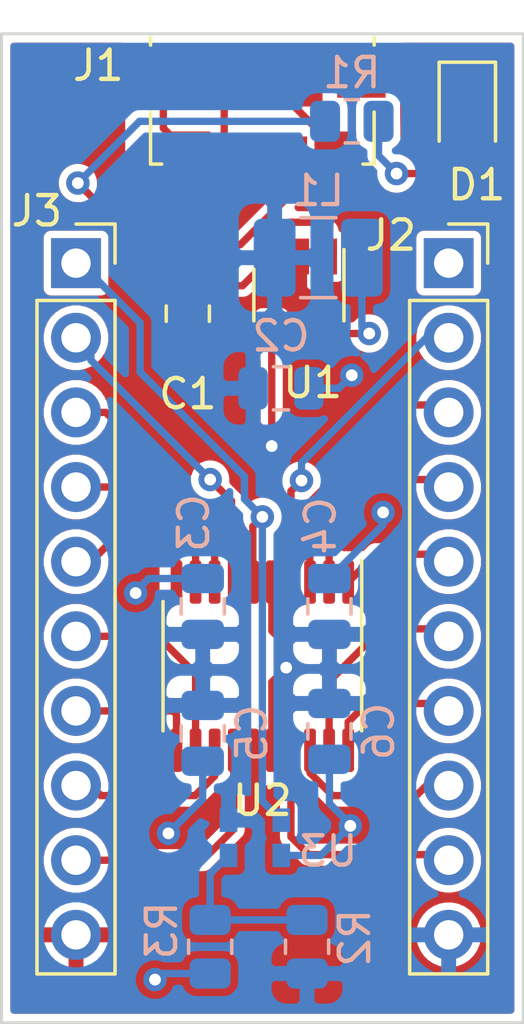
<source format=kicad_pcb>
(kicad_pcb (version 20171130) (host pcbnew 5.1.9-73d0e3b20d~88~ubuntu20.04.1)

  (general
    (thickness 1.6)
    (drawings 6)
    (tracks 148)
    (zones 0)
    (modules 17)
    (nets 28)
  )

  (page A4)
  (layers
    (0 F.Cu signal)
    (31 B.Cu signal)
    (32 B.Adhes user)
    (33 F.Adhes user)
    (34 B.Paste user)
    (35 F.Paste user hide)
    (36 B.SilkS user)
    (37 F.SilkS user)
    (38 B.Mask user)
    (39 F.Mask user hide)
    (40 Dwgs.User user)
    (41 Cmts.User user)
    (42 Eco1.User user)
    (43 Eco2.User user)
    (44 Edge.Cuts user)
    (45 Margin user)
    (46 B.CrtYd user)
    (47 F.CrtYd user)
    (48 B.Fab user hide)
    (49 F.Fab user hide)
  )

  (setup
    (last_trace_width 0.25)
    (trace_clearance 0.2)
    (zone_clearance 0.508)
    (zone_45_only no)
    (trace_min 0.2)
    (via_size 0.8)
    (via_drill 0.4)
    (via_min_size 0.4)
    (via_min_drill 0.3)
    (uvia_size 0.3)
    (uvia_drill 0.1)
    (uvias_allowed no)
    (uvia_min_size 0.2)
    (uvia_min_drill 0.1)
    (edge_width 0.1)
    (segment_width 0.2)
    (pcb_text_width 0.3)
    (pcb_text_size 1.5 1.5)
    (mod_edge_width 0.12)
    (mod_text_size 1 1)
    (mod_text_width 0.15)
    (pad_size 1.524 1.524)
    (pad_drill 0.762)
    (pad_to_mask_clearance 0)
    (aux_axis_origin 0 0)
    (grid_origin 128.27 57.6)
    (visible_elements FEFFFFFF)
    (pcbplotparams
      (layerselection 0x010fc_ffffffff)
      (usegerberextensions false)
      (usegerberattributes true)
      (usegerberadvancedattributes true)
      (creategerberjobfile true)
      (excludeedgelayer true)
      (linewidth 0.100000)
      (plotframeref false)
      (viasonmask false)
      (mode 1)
      (useauxorigin false)
      (hpglpennumber 1)
      (hpglpenspeed 20)
      (hpglpendiameter 15.000000)
      (psnegative false)
      (psa4output false)
      (plotreference true)
      (plotvalue true)
      (plotinvisibletext false)
      (padsonsilk false)
      (subtractmaskfromsilk false)
      (outputformat 1)
      (mirror false)
      (drillshape 0)
      (scaleselection 1)
      (outputdirectory "/home/derek/kicad/hw/designs/stm32_breakout/rev1/fab_outputs/"))
  )

  (net 0 "")
  (net 1 GND)
  (net 2 +3V3)
  (net 3 "Net-(D1-Pad2)")
  (net 4 "Net-(J1-Pad2)")
  (net 5 "Net-(J1-Pad3)")
  (net 6 "Net-(J1-Pad4)")
  (net 7 /PB9-BOOT0)
  (net 8 /PB1)
  (net 9 /PC15-OSC32_OUT)
  (net 10 /PC14-OSC32IN)
  (net 11 /PA14)
  (net 12 /PA13)
  (net 13 /NRST)
  (net 14 /PA0-CK_IN)
  (net 15 /PA1)
  (net 16 /PA2)
  (net 17 /PA3)
  (net 18 /PA4)
  (net 19 /PA5)
  (net 20 /PA6)
  (net 21 /PA7)
  (net 22 /PA9)
  (net 23 /PA10)
  (net 24 "Net-(J2-Pad1)")
  (net 25 "Net-(R2-Pad2)")
  (net 26 "Net-(C1-Pad2)")
  (net 27 "Net-(L1-Pad1)")

  (net_class Default "This is the default net class."
    (clearance 0.2)
    (trace_width 0.25)
    (via_dia 0.8)
    (via_drill 0.4)
    (uvia_dia 0.3)
    (uvia_drill 0.1)
    (add_net +3V3)
    (add_net /NRST)
    (add_net /PA0-CK_IN)
    (add_net /PA1)
    (add_net /PA10)
    (add_net /PA13)
    (add_net /PA14)
    (add_net /PA2)
    (add_net /PA3)
    (add_net /PA4)
    (add_net /PA5)
    (add_net /PA6)
    (add_net /PA7)
    (add_net /PA9)
    (add_net /PB1)
    (add_net /PB9-BOOT0)
    (add_net /PC14-OSC32IN)
    (add_net /PC15-OSC32_OUT)
    (add_net GND)
    (add_net "Net-(C1-Pad2)")
    (add_net "Net-(D1-Pad2)")
    (add_net "Net-(J1-Pad2)")
    (add_net "Net-(J1-Pad3)")
    (add_net "Net-(J1-Pad4)")
    (add_net "Net-(J2-Pad1)")
    (add_net "Net-(L1-Pad1)")
    (add_net "Net-(R2-Pad2)")
  )

  (module Inductor_SMD:L_1210_3225Metric_Pad1.42x2.65mm_HandSolder (layer B.Cu) (tedit 5F68FEF0) (tstamp 60ECE2A3)
    (at 137.795 69.665 180)
    (descr "Inductor SMD 1210 (3225 Metric), square (rectangular) end terminal, IPC_7351 nominal with elongated pad for handsoldering. (Body size source: http://www.tortai-tech.com/upload/download/2011102023233369053.pdf), generated with kicad-footprint-generator")
    (tags "inductor handsolder")
    (path /60F997E8)
    (attr smd)
    (fp_text reference L1 (at 0 2.28) (layer B.SilkS)
      (effects (font (size 1 1) (thickness 0.15)) (justify mirror))
    )
    (fp_text value INDUCTOR (at 0 -2.28) (layer B.Fab)
      (effects (font (size 1 1) (thickness 0.15)) (justify mirror))
    )
    (fp_text user %R (at 0 0) (layer B.Fab)
      (effects (font (size 0.8 0.8) (thickness 0.12)) (justify mirror))
    )
    (fp_line (start -1.6 -1.25) (end -1.6 1.25) (layer B.Fab) (width 0.1))
    (fp_line (start -1.6 1.25) (end 1.6 1.25) (layer B.Fab) (width 0.1))
    (fp_line (start 1.6 1.25) (end 1.6 -1.25) (layer B.Fab) (width 0.1))
    (fp_line (start 1.6 -1.25) (end -1.6 -1.25) (layer B.Fab) (width 0.1))
    (fp_line (start -0.602064 1.36) (end 0.602064 1.36) (layer B.SilkS) (width 0.12))
    (fp_line (start -0.602064 -1.36) (end 0.602064 -1.36) (layer B.SilkS) (width 0.12))
    (fp_line (start -2.45 -1.58) (end -2.45 1.58) (layer B.CrtYd) (width 0.05))
    (fp_line (start -2.45 1.58) (end 2.45 1.58) (layer B.CrtYd) (width 0.05))
    (fp_line (start 2.45 1.58) (end 2.45 -1.58) (layer B.CrtYd) (width 0.05))
    (fp_line (start 2.45 -1.58) (end -2.45 -1.58) (layer B.CrtYd) (width 0.05))
    (pad 2 smd roundrect (at 1.4875 0 180) (size 1.425 2.65) (layers B.Cu B.Paste B.Mask) (roundrect_rratio 0.1754385964912281)
      (net 2 +3V3))
    (pad 1 smd roundrect (at -1.4875 0 180) (size 1.425 2.65) (layers B.Cu B.Paste B.Mask) (roundrect_rratio 0.1754385964912281)
      (net 27 "Net-(L1-Pad1)"))
    (model ${KISYS3DMOD}/Inductor_SMD.3dshapes/L_1210_3225Metric.wrl
      (at (xyz 0 0 0))
      (scale (xyz 1 1 1))
      (rotate (xyz 0 0 0))
    )
  )

  (module Connector_PinSocket_2.54mm:PinSocket_1x10_P2.54mm_Vertical (layer F.Cu) (tedit 5A19A425) (tstamp 60B33B07)
    (at 129.54 69.85)
    (descr "Through hole straight socket strip, 1x10, 2.54mm pitch, single row (from Kicad 4.0.7), script generated")
    (tags "Through hole socket strip THT 1x10 2.54mm single row")
    (path /60894859)
    (fp_text reference J3 (at -1.3335 -1.7725) (layer F.SilkS)
      (effects (font (size 1 1) (thickness 0.15)))
    )
    (fp_text value Conn_01x10_Male (at 0 25.63) (layer F.Fab)
      (effects (font (size 1 1) (thickness 0.15)))
    )
    (fp_line (start -1.27 -1.27) (end 0.635 -1.27) (layer F.Fab) (width 0.1))
    (fp_line (start 0.635 -1.27) (end 1.27 -0.635) (layer F.Fab) (width 0.1))
    (fp_line (start 1.27 -0.635) (end 1.27 24.13) (layer F.Fab) (width 0.1))
    (fp_line (start 1.27 24.13) (end -1.27 24.13) (layer F.Fab) (width 0.1))
    (fp_line (start -1.27 24.13) (end -1.27 -1.27) (layer F.Fab) (width 0.1))
    (fp_line (start -1.33 1.27) (end 1.33 1.27) (layer F.SilkS) (width 0.12))
    (fp_line (start -1.33 1.27) (end -1.33 24.19) (layer F.SilkS) (width 0.12))
    (fp_line (start -1.33 24.19) (end 1.33 24.19) (layer F.SilkS) (width 0.12))
    (fp_line (start 1.33 1.27) (end 1.33 24.19) (layer F.SilkS) (width 0.12))
    (fp_line (start 1.33 -1.33) (end 1.33 0) (layer F.SilkS) (width 0.12))
    (fp_line (start 0 -1.33) (end 1.33 -1.33) (layer F.SilkS) (width 0.12))
    (fp_line (start -1.8 -1.8) (end 1.75 -1.8) (layer F.CrtYd) (width 0.05))
    (fp_line (start 1.75 -1.8) (end 1.75 24.6) (layer F.CrtYd) (width 0.05))
    (fp_line (start 1.75 24.6) (end -1.8 24.6) (layer F.CrtYd) (width 0.05))
    (fp_line (start -1.8 24.6) (end -1.8 -1.8) (layer F.CrtYd) (width 0.05))
    (fp_text user %R (at 0 11.43 90) (layer F.Fab)
      (effects (font (size 1 1) (thickness 0.15)))
    )
    (pad 1 thru_hole rect (at 0 0) (size 1.7 1.7) (drill 1) (layers *.Cu *.Mask)
      (net 14 /PA0-CK_IN))
    (pad 2 thru_hole oval (at 0 2.54) (size 1.7 1.7) (drill 1) (layers *.Cu *.Mask)
      (net 15 /PA1))
    (pad 3 thru_hole oval (at 0 5.08) (size 1.7 1.7) (drill 1) (layers *.Cu *.Mask)
      (net 16 /PA2))
    (pad 4 thru_hole oval (at 0 7.62) (size 1.7 1.7) (drill 1) (layers *.Cu *.Mask)
      (net 17 /PA3))
    (pad 5 thru_hole oval (at 0 10.16) (size 1.7 1.7) (drill 1) (layers *.Cu *.Mask)
      (net 18 /PA4))
    (pad 6 thru_hole oval (at 0 12.7) (size 1.7 1.7) (drill 1) (layers *.Cu *.Mask)
      (net 20 /PA6))
    (pad 7 thru_hole oval (at 0 15.24) (size 1.7 1.7) (drill 1) (layers *.Cu *.Mask)
      (net 19 /PA5))
    (pad 8 thru_hole oval (at 0 17.78) (size 1.7 1.7) (drill 1) (layers *.Cu *.Mask)
      (net 21 /PA7))
    (pad 9 thru_hole oval (at 0 20.32) (size 1.7 1.7) (drill 1) (layers *.Cu *.Mask)
      (net 8 /PB1))
    (pad 10 thru_hole oval (at 0 22.86) (size 1.7 1.7) (drill 1) (layers *.Cu *.Mask)
      (net 1 GND))
    (model ${KISYS3DMOD}/Connector_PinSocket_2.54mm.3dshapes/PinSocket_1x10_P2.54mm_Vertical.wrl
      (at (xyz 0 0 0))
      (scale (xyz 1 1 1))
      (rotate (xyz 0 0 0))
    )
  )

  (module Package_TO_SOT_SMD:TSOT-23-5 (layer F.Cu) (tedit 5A02FF57) (tstamp 60ECE318)
    (at 137.16 70.935 270)
    (descr "5-pin TSOT23 package, http://cds.linear.com/docs/en/packaging/SOT_5_05-08-1635.pdf")
    (tags TSOT-23-5)
    (path /60EB3BD9)
    (attr smd)
    (fp_text reference U1 (at 2.9845 -0.4445 180) (layer F.SilkS)
      (effects (font (size 1 1) (thickness 0.15)))
    )
    (fp_text value LM3670MF (at 0 2.5 90) (layer F.Fab)
      (effects (font (size 1 1) (thickness 0.15)))
    )
    (fp_text user %R (at 0 0) (layer F.Fab)
      (effects (font (size 0.5 0.5) (thickness 0.075)))
    )
    (fp_line (start -0.88 1.56) (end 0.88 1.56) (layer F.SilkS) (width 0.12))
    (fp_line (start 0.88 -1.51) (end -1.55 -1.51) (layer F.SilkS) (width 0.12))
    (fp_line (start -0.88 -1) (end -0.43 -1.45) (layer F.Fab) (width 0.1))
    (fp_line (start 0.88 -1.45) (end -0.43 -1.45) (layer F.Fab) (width 0.1))
    (fp_line (start -0.88 -1) (end -0.88 1.45) (layer F.Fab) (width 0.1))
    (fp_line (start 0.88 1.45) (end -0.88 1.45) (layer F.Fab) (width 0.1))
    (fp_line (start 0.88 -1.45) (end 0.88 1.45) (layer F.Fab) (width 0.1))
    (fp_line (start -2.17 -1.7) (end 2.17 -1.7) (layer F.CrtYd) (width 0.05))
    (fp_line (start -2.17 -1.7) (end -2.17 1.7) (layer F.CrtYd) (width 0.05))
    (fp_line (start 2.17 1.7) (end 2.17 -1.7) (layer F.CrtYd) (width 0.05))
    (fp_line (start 2.17 1.7) (end -2.17 1.7) (layer F.CrtYd) (width 0.05))
    (pad 5 smd rect (at 1.31 -0.95 270) (size 1.22 0.65) (layers F.Cu F.Paste F.Mask)
      (net 27 "Net-(L1-Pad1)"))
    (pad 4 smd rect (at 1.31 0.95 270) (size 1.22 0.65) (layers F.Cu F.Paste F.Mask)
      (net 2 +3V3))
    (pad 3 smd rect (at -1.31 0.95 270) (size 1.22 0.65) (layers F.Cu F.Paste F.Mask)
      (net 26 "Net-(C1-Pad2)"))
    (pad 2 smd rect (at -1.31 0 270) (size 1.22 0.65) (layers F.Cu F.Paste F.Mask)
      (net 1 GND))
    (pad 1 smd rect (at -1.31 -0.95 270) (size 1.22 0.65) (layers F.Cu F.Paste F.Mask)
      (net 26 "Net-(C1-Pad2)"))
    (model ${KISYS3DMOD}/Package_TO_SOT_SMD.3dshapes/TSOT-23-5.wrl
      (at (xyz 0 0 0))
      (scale (xyz 1 1 1))
      (rotate (xyz 0 0 0))
    )
  )

  (module Capacitor_SMD:C_0805_2012Metric (layer B.Cu) (tedit 5F68FEEE) (tstamp 60ECE13C)
    (at 136.525 74.11 180)
    (descr "Capacitor SMD 0805 (2012 Metric), square (rectangular) end terminal, IPC_7351 nominal, (Body size source: IPC-SM-782 page 76, https://www.pcb-3d.com/wordpress/wp-content/uploads/ipc-sm-782a_amendment_1_and_2.pdf, https://docs.google.com/spreadsheets/d/1BsfQQcO9C6DZCsRaXUlFlo91Tg2WpOkGARC1WS5S8t0/edit?usp=sharing), generated with kicad-footprint-generator")
    (tags capacitor)
    (path /60FAFD9C)
    (attr smd)
    (fp_text reference C2 (at 0 1.778) (layer B.SilkS)
      (effects (font (size 1 1) (thickness 0.15)) (justify mirror))
    )
    (fp_text value 10uF (at 0 -1.68) (layer B.Fab)
      (effects (font (size 1 1) (thickness 0.15)) (justify mirror))
    )
    (fp_text user %R (at 0 0) (layer B.Fab)
      (effects (font (size 0.5 0.5) (thickness 0.08)) (justify mirror))
    )
    (fp_line (start -1 -0.625) (end -1 0.625) (layer B.Fab) (width 0.1))
    (fp_line (start -1 0.625) (end 1 0.625) (layer B.Fab) (width 0.1))
    (fp_line (start 1 0.625) (end 1 -0.625) (layer B.Fab) (width 0.1))
    (fp_line (start 1 -0.625) (end -1 -0.625) (layer B.Fab) (width 0.1))
    (fp_line (start -0.261252 0.735) (end 0.261252 0.735) (layer B.SilkS) (width 0.12))
    (fp_line (start -0.261252 -0.735) (end 0.261252 -0.735) (layer B.SilkS) (width 0.12))
    (fp_line (start -1.7 -0.98) (end -1.7 0.98) (layer B.CrtYd) (width 0.05))
    (fp_line (start -1.7 0.98) (end 1.7 0.98) (layer B.CrtYd) (width 0.05))
    (fp_line (start 1.7 0.98) (end 1.7 -0.98) (layer B.CrtYd) (width 0.05))
    (fp_line (start 1.7 -0.98) (end -1.7 -0.98) (layer B.CrtYd) (width 0.05))
    (pad 2 smd roundrect (at 0.95 0 180) (size 1 1.45) (layers B.Cu B.Paste B.Mask) (roundrect_rratio 0.25)
      (net 2 +3V3))
    (pad 1 smd roundrect (at -0.95 0 180) (size 1 1.45) (layers B.Cu B.Paste B.Mask) (roundrect_rratio 0.25)
      (net 1 GND))
    (model ${KISYS3DMOD}/Capacitor_SMD.3dshapes/C_0805_2012Metric.wrl
      (at (xyz 0 0 0))
      (scale (xyz 1 1 1))
      (rotate (xyz 0 0 0))
    )
  )

  (module Capacitor_SMD:C_0805_2012Metric (layer F.Cu) (tedit 5F68FEEE) (tstamp 60ECE12B)
    (at 133.35 71.57 90)
    (descr "Capacitor SMD 0805 (2012 Metric), square (rectangular) end terminal, IPC_7351 nominal, (Body size source: IPC-SM-782 page 76, https://www.pcb-3d.com/wordpress/wp-content/uploads/ipc-sm-782a_amendment_1_and_2.pdf, https://docs.google.com/spreadsheets/d/1BsfQQcO9C6DZCsRaXUlFlo91Tg2WpOkGARC1WS5S8t0/edit?usp=sharing), generated with kicad-footprint-generator")
    (tags capacitor)
    (path /60F4C0D1)
    (attr smd)
    (fp_text reference C1 (at -2.7305 0 180) (layer F.SilkS)
      (effects (font (size 1 1) (thickness 0.15)))
    )
    (fp_text value 4.7uF (at 0 1.68 90) (layer F.Fab)
      (effects (font (size 1 1) (thickness 0.15)))
    )
    (fp_text user %R (at 0 0 90) (layer F.Fab)
      (effects (font (size 0.5 0.5) (thickness 0.08)))
    )
    (fp_line (start -1 0.625) (end -1 -0.625) (layer F.Fab) (width 0.1))
    (fp_line (start -1 -0.625) (end 1 -0.625) (layer F.Fab) (width 0.1))
    (fp_line (start 1 -0.625) (end 1 0.625) (layer F.Fab) (width 0.1))
    (fp_line (start 1 0.625) (end -1 0.625) (layer F.Fab) (width 0.1))
    (fp_line (start -0.261252 -0.735) (end 0.261252 -0.735) (layer F.SilkS) (width 0.12))
    (fp_line (start -0.261252 0.735) (end 0.261252 0.735) (layer F.SilkS) (width 0.12))
    (fp_line (start -1.7 0.98) (end -1.7 -0.98) (layer F.CrtYd) (width 0.05))
    (fp_line (start -1.7 -0.98) (end 1.7 -0.98) (layer F.CrtYd) (width 0.05))
    (fp_line (start 1.7 -0.98) (end 1.7 0.98) (layer F.CrtYd) (width 0.05))
    (fp_line (start 1.7 0.98) (end -1.7 0.98) (layer F.CrtYd) (width 0.05))
    (pad 2 smd roundrect (at 0.95 0 90) (size 1 1.45) (layers F.Cu F.Paste F.Mask) (roundrect_rratio 0.25)
      (net 26 "Net-(C1-Pad2)"))
    (pad 1 smd roundrect (at -0.95 0 90) (size 1 1.45) (layers F.Cu F.Paste F.Mask) (roundrect_rratio 0.25)
      (net 1 GND))
    (model ${KISYS3DMOD}/Capacitor_SMD.3dshapes/C_0805_2012Metric.wrl
      (at (xyz 0 0 0))
      (scale (xyz 1 1 1))
      (rotate (xyz 0 0 0))
    )
  )

  (module Custom:KC2016Z (layer B.Cu) (tedit 60B44312) (tstamp 60B33B9F)
    (at 135.636 89.408 180)
    (path /6081180B)
    (fp_text reference U3 (at -2.4892 -0.4572 180) (layer B.SilkS)
      (effects (font (size 1 1) (thickness 0.15)) (justify mirror))
    )
    (fp_text value KC2016Z (at 0 5.715 180) (layer B.Fab)
      (effects (font (size 1 1) (thickness 0.15)) (justify mirror))
    )
    (fp_line (start -1.2 0.8) (end 1.2 0.8) (layer B.CrtYd) (width 0.12))
    (fp_line (start -1.2 -0.8) (end -1.2 0.8) (layer B.CrtYd) (width 0.12))
    (fp_line (start 1.2 -0.8) (end -1.2 -0.8) (layer B.CrtYd) (width 0.12))
    (fp_line (start 1.2 0.8) (end 1.2 -0.8) (layer B.CrtYd) (width 0.12))
    (pad 2 smd rect (at -0.9 -0.6 180) (size 0.6 0.8) (layers B.Cu B.Paste B.Mask)
      (net 1 GND))
    (pad 3 smd rect (at -0.9 0.6 180) (size 0.6 0.8) (layers B.Cu B.Paste B.Mask)
      (net 14 /PA0-CK_IN))
    (pad 4 smd rect (at 0.9 0.6 180) (size 0.6 0.8) (layers B.Cu B.Paste B.Mask)
      (net 2 +3V3))
    (pad 1 smd rect (at 0.9 -0.6 180) (size 0.6 0.8) (layers B.Cu B.Paste B.Mask)
      (net 25 "Net-(R2-Pad2)"))
  )

  (module Capacitor_SMD:C_0805_2012Metric (layer B.Cu) (tedit 5F68FEEE) (tstamp 60B33A65)
    (at 133.858 81.534 270)
    (descr "Capacitor SMD 0805 (2012 Metric), square (rectangular) end terminal, IPC_7351 nominal, (Body size source: IPC-SM-782 page 76, https://www.pcb-3d.com/wordpress/wp-content/uploads/ipc-sm-782a_amendment_1_and_2.pdf, https://docs.google.com/spreadsheets/d/1BsfQQcO9C6DZCsRaXUlFlo91Tg2WpOkGARC1WS5S8t0/edit?usp=sharing), generated with kicad-footprint-generator")
    (tags capacitor)
    (path /607E9DE9)
    (attr smd)
    (fp_text reference C3 (at -2.8448 0.3048 90) (layer B.SilkS)
      (effects (font (size 1 1) (thickness 0.15)) (justify mirror))
    )
    (fp_text value 100nF (at 0 -1.68 90) (layer B.Fab)
      (effects (font (size 1 1) (thickness 0.15)) (justify mirror))
    )
    (fp_line (start 1.7 -0.98) (end -1.7 -0.98) (layer B.CrtYd) (width 0.05))
    (fp_line (start 1.7 0.98) (end 1.7 -0.98) (layer B.CrtYd) (width 0.05))
    (fp_line (start -1.7 0.98) (end 1.7 0.98) (layer B.CrtYd) (width 0.05))
    (fp_line (start -1.7 -0.98) (end -1.7 0.98) (layer B.CrtYd) (width 0.05))
    (fp_line (start -0.261252 -0.735) (end 0.261252 -0.735) (layer B.SilkS) (width 0.12))
    (fp_line (start -0.261252 0.735) (end 0.261252 0.735) (layer B.SilkS) (width 0.12))
    (fp_line (start 1 -0.625) (end -1 -0.625) (layer B.Fab) (width 0.1))
    (fp_line (start 1 0.625) (end 1 -0.625) (layer B.Fab) (width 0.1))
    (fp_line (start -1 0.625) (end 1 0.625) (layer B.Fab) (width 0.1))
    (fp_line (start -1 -0.625) (end -1 0.625) (layer B.Fab) (width 0.1))
    (fp_text user %R (at 0 0 90) (layer B.Fab)
      (effects (font (size 0.5 0.5) (thickness 0.08)) (justify mirror))
    )
    (pad 2 smd roundrect (at 0.95 0 270) (size 1 1.45) (layers B.Cu B.Paste B.Mask) (roundrect_rratio 0.25)
      (net 2 +3V3))
    (pad 1 smd roundrect (at -0.95 0 270) (size 1 1.45) (layers B.Cu B.Paste B.Mask) (roundrect_rratio 0.25)
      (net 1 GND))
    (model ${KISYS3DMOD}/Capacitor_SMD.3dshapes/C_0805_2012Metric.wrl
      (at (xyz 0 0 0))
      (scale (xyz 1 1 1))
      (rotate (xyz 0 0 0))
    )
  )

  (module Capacitor_SMD:C_0805_2012Metric (layer B.Cu) (tedit 5F68FEEE) (tstamp 60B33A76)
    (at 138.176 81.534 270)
    (descr "Capacitor SMD 0805 (2012 Metric), square (rectangular) end terminal, IPC_7351 nominal, (Body size source: IPC-SM-782 page 76, https://www.pcb-3d.com/wordpress/wp-content/uploads/ipc-sm-782a_amendment_1_and_2.pdf, https://docs.google.com/spreadsheets/d/1BsfQQcO9C6DZCsRaXUlFlo91Tg2WpOkGARC1WS5S8t0/edit?usp=sharing), generated with kicad-footprint-generator")
    (tags capacitor)
    (path /607EC639)
    (attr smd)
    (fp_text reference C4 (at -2.7432 0.3048 90) (layer B.SilkS)
      (effects (font (size 1 1) (thickness 0.15)) (justify mirror))
    )
    (fp_text value 10uF (at 0 -1.68 90) (layer B.Fab)
      (effects (font (size 1 1) (thickness 0.15)) (justify mirror))
    )
    (fp_line (start 1.7 -0.98) (end -1.7 -0.98) (layer B.CrtYd) (width 0.05))
    (fp_line (start 1.7 0.98) (end 1.7 -0.98) (layer B.CrtYd) (width 0.05))
    (fp_line (start -1.7 0.98) (end 1.7 0.98) (layer B.CrtYd) (width 0.05))
    (fp_line (start -1.7 -0.98) (end -1.7 0.98) (layer B.CrtYd) (width 0.05))
    (fp_line (start -0.261252 -0.735) (end 0.261252 -0.735) (layer B.SilkS) (width 0.12))
    (fp_line (start -0.261252 0.735) (end 0.261252 0.735) (layer B.SilkS) (width 0.12))
    (fp_line (start 1 -0.625) (end -1 -0.625) (layer B.Fab) (width 0.1))
    (fp_line (start 1 0.625) (end 1 -0.625) (layer B.Fab) (width 0.1))
    (fp_line (start -1 0.625) (end 1 0.625) (layer B.Fab) (width 0.1))
    (fp_line (start -1 -0.625) (end -1 0.625) (layer B.Fab) (width 0.1))
    (fp_text user %R (at 0 0 90) (layer B.Fab)
      (effects (font (size 0.5 0.5) (thickness 0.08)) (justify mirror))
    )
    (pad 2 smd roundrect (at 0.95 0 270) (size 1 1.45) (layers B.Cu B.Paste B.Mask) (roundrect_rratio 0.25)
      (net 2 +3V3))
    (pad 1 smd roundrect (at -0.95 0 270) (size 1 1.45) (layers B.Cu B.Paste B.Mask) (roundrect_rratio 0.25)
      (net 1 GND))
    (model ${KISYS3DMOD}/Capacitor_SMD.3dshapes/C_0805_2012Metric.wrl
      (at (xyz 0 0 0))
      (scale (xyz 1 1 1))
      (rotate (xyz 0 0 0))
    )
  )

  (module Capacitor_SMD:C_0805_2012Metric (layer B.Cu) (tedit 5F68FEEE) (tstamp 60B33A87)
    (at 133.858 85.852 90)
    (descr "Capacitor SMD 0805 (2012 Metric), square (rectangular) end terminal, IPC_7351 nominal, (Body size source: IPC-SM-782 page 76, https://www.pcb-3d.com/wordpress/wp-content/uploads/ipc-sm-782a_amendment_1_and_2.pdf, https://docs.google.com/spreadsheets/d/1BsfQQcO9C6DZCsRaXUlFlo91Tg2WpOkGARC1WS5S8t0/edit?usp=sharing), generated with kicad-footprint-generator")
    (tags capacitor)
    (path /607ECA39)
    (attr smd)
    (fp_text reference C5 (at 0 1.68 90) (layer B.SilkS)
      (effects (font (size 1 1) (thickness 0.15)) (justify mirror))
    )
    (fp_text value 100nF (at 0 -1.68 90) (layer B.Fab)
      (effects (font (size 1 1) (thickness 0.15)) (justify mirror))
    )
    (fp_line (start 1.7 -0.98) (end -1.7 -0.98) (layer B.CrtYd) (width 0.05))
    (fp_line (start 1.7 0.98) (end 1.7 -0.98) (layer B.CrtYd) (width 0.05))
    (fp_line (start -1.7 0.98) (end 1.7 0.98) (layer B.CrtYd) (width 0.05))
    (fp_line (start -1.7 -0.98) (end -1.7 0.98) (layer B.CrtYd) (width 0.05))
    (fp_line (start -0.261252 -0.735) (end 0.261252 -0.735) (layer B.SilkS) (width 0.12))
    (fp_line (start -0.261252 0.735) (end 0.261252 0.735) (layer B.SilkS) (width 0.12))
    (fp_line (start 1 -0.625) (end -1 -0.625) (layer B.Fab) (width 0.1))
    (fp_line (start 1 0.625) (end 1 -0.625) (layer B.Fab) (width 0.1))
    (fp_line (start -1 0.625) (end 1 0.625) (layer B.Fab) (width 0.1))
    (fp_line (start -1 -0.625) (end -1 0.625) (layer B.Fab) (width 0.1))
    (fp_text user %R (at 0 0 90) (layer B.Fab)
      (effects (font (size 0.5 0.5) (thickness 0.08)) (justify mirror))
    )
    (pad 2 smd roundrect (at 0.95 0 90) (size 1 1.45) (layers B.Cu B.Paste B.Mask) (roundrect_rratio 0.25)
      (net 2 +3V3))
    (pad 1 smd roundrect (at -0.95 0 90) (size 1 1.45) (layers B.Cu B.Paste B.Mask) (roundrect_rratio 0.25)
      (net 1 GND))
    (model ${KISYS3DMOD}/Capacitor_SMD.3dshapes/C_0805_2012Metric.wrl
      (at (xyz 0 0 0))
      (scale (xyz 1 1 1))
      (rotate (xyz 0 0 0))
    )
  )

  (module Capacitor_SMD:C_0805_2012Metric (layer B.Cu) (tedit 5F68FEEE) (tstamp 60B33A98)
    (at 138.176 85.786 90)
    (descr "Capacitor SMD 0805 (2012 Metric), square (rectangular) end terminal, IPC_7351 nominal, (Body size source: IPC-SM-782 page 76, https://www.pcb-3d.com/wordpress/wp-content/uploads/ipc-sm-782a_amendment_1_and_2.pdf, https://docs.google.com/spreadsheets/d/1BsfQQcO9C6DZCsRaXUlFlo91Tg2WpOkGARC1WS5S8t0/edit?usp=sharing), generated with kicad-footprint-generator")
    (tags capacitor)
    (path /607ECE2C)
    (attr smd)
    (fp_text reference C6 (at 0 1.68 90) (layer B.SilkS)
      (effects (font (size 1 1) (thickness 0.15)) (justify mirror))
    )
    (fp_text value 1uF (at 0 -1.68 90) (layer B.Fab)
      (effects (font (size 1 1) (thickness 0.15)) (justify mirror))
    )
    (fp_line (start -1 -0.625) (end -1 0.625) (layer B.Fab) (width 0.1))
    (fp_line (start -1 0.625) (end 1 0.625) (layer B.Fab) (width 0.1))
    (fp_line (start 1 0.625) (end 1 -0.625) (layer B.Fab) (width 0.1))
    (fp_line (start 1 -0.625) (end -1 -0.625) (layer B.Fab) (width 0.1))
    (fp_line (start -0.261252 0.735) (end 0.261252 0.735) (layer B.SilkS) (width 0.12))
    (fp_line (start -0.261252 -0.735) (end 0.261252 -0.735) (layer B.SilkS) (width 0.12))
    (fp_line (start -1.7 -0.98) (end -1.7 0.98) (layer B.CrtYd) (width 0.05))
    (fp_line (start -1.7 0.98) (end 1.7 0.98) (layer B.CrtYd) (width 0.05))
    (fp_line (start 1.7 0.98) (end 1.7 -0.98) (layer B.CrtYd) (width 0.05))
    (fp_line (start 1.7 -0.98) (end -1.7 -0.98) (layer B.CrtYd) (width 0.05))
    (fp_text user %R (at 0 0 90) (layer B.Fab)
      (effects (font (size 0.5 0.5) (thickness 0.08)) (justify mirror))
    )
    (pad 1 smd roundrect (at -0.95 0 90) (size 1 1.45) (layers B.Cu B.Paste B.Mask) (roundrect_rratio 0.25)
      (net 1 GND))
    (pad 2 smd roundrect (at 0.95 0 90) (size 1 1.45) (layers B.Cu B.Paste B.Mask) (roundrect_rratio 0.25)
      (net 2 +3V3))
    (model ${KISYS3DMOD}/Capacitor_SMD.3dshapes/C_0805_2012Metric.wrl
      (at (xyz 0 0 0))
      (scale (xyz 1 1 1))
      (rotate (xyz 0 0 0))
    )
  )

  (module LED_SMD:LED_0805_2012Metric (layer F.Cu) (tedit 5F68FEF1) (tstamp 60B33AAB)
    (at 142.875 64.697 270)
    (descr "LED SMD 0805 (2012 Metric), square (rectangular) end terminal, IPC_7351 nominal, (Body size source: https://docs.google.com/spreadsheets/d/1BsfQQcO9C6DZCsRaXUlFlo91Tg2WpOkGARC1WS5S8t0/edit?usp=sharing), generated with kicad-footprint-generator")
    (tags LED)
    (path /60938A45)
    (attr smd)
    (fp_text reference D1 (at 2.4915 -0.3175) (layer F.SilkS)
      (effects (font (size 1 1) (thickness 0.15)))
    )
    (fp_text value LED (at 0 1.65 90) (layer F.Fab)
      (effects (font (size 1 1) (thickness 0.15)))
    )
    (fp_line (start 1 -0.6) (end -0.7 -0.6) (layer F.Fab) (width 0.1))
    (fp_line (start -0.7 -0.6) (end -1 -0.3) (layer F.Fab) (width 0.1))
    (fp_line (start -1 -0.3) (end -1 0.6) (layer F.Fab) (width 0.1))
    (fp_line (start -1 0.6) (end 1 0.6) (layer F.Fab) (width 0.1))
    (fp_line (start 1 0.6) (end 1 -0.6) (layer F.Fab) (width 0.1))
    (fp_line (start 1 -0.96) (end -1.685 -0.96) (layer F.SilkS) (width 0.12))
    (fp_line (start -1.685 -0.96) (end -1.685 0.96) (layer F.SilkS) (width 0.12))
    (fp_line (start -1.685 0.96) (end 1 0.96) (layer F.SilkS) (width 0.12))
    (fp_line (start -1.68 0.95) (end -1.68 -0.95) (layer F.CrtYd) (width 0.05))
    (fp_line (start -1.68 -0.95) (end 1.68 -0.95) (layer F.CrtYd) (width 0.05))
    (fp_line (start 1.68 -0.95) (end 1.68 0.95) (layer F.CrtYd) (width 0.05))
    (fp_line (start 1.68 0.95) (end -1.68 0.95) (layer F.CrtYd) (width 0.05))
    (fp_text user %R (at 0 0 90) (layer F.Fab)
      (effects (font (size 0.5 0.5) (thickness 0.08)))
    )
    (pad 1 smd roundrect (at -0.9375 0 270) (size 0.975 1.4) (layers F.Cu F.Paste F.Mask) (roundrect_rratio 0.25)
      (net 1 GND))
    (pad 2 smd roundrect (at 0.9375 0 270) (size 0.975 1.4) (layers F.Cu F.Paste F.Mask) (roundrect_rratio 0.25)
      (net 3 "Net-(D1-Pad2)"))
    (model ${KISYS3DMOD}/LED_SMD.3dshapes/LED_0805_2012Metric.wrl
      (at (xyz 0 0 0))
      (scale (xyz 1 1 1))
      (rotate (xyz 0 0 0))
    )
  )

  (module Connector_USB:USB_Micro-B_Molex_47346-0001 (layer F.Cu) (tedit 5D8620A7) (tstamp 60B33ACB)
    (at 135.89 64.77 180)
    (descr "Micro USB B receptable with flange, bottom-mount, SMD, right-angle (http://www.molex.com/pdm_docs/sd/473460001_sd.pdf)")
    (tags "Micro B USB SMD")
    (path /60814F1F)
    (attr smd)
    (fp_text reference J1 (at 5.588 1.6455 180) (layer F.SilkS)
      (effects (font (size 1 1) (thickness 0.15)))
    )
    (fp_text value USB_B_Micro (at 0 4.6 180) (layer F.Fab)
      (effects (font (size 1 1) (thickness 0.15)))
    )
    (fp_line (start 3.81 -1.71) (end 3.43 -1.71) (layer F.SilkS) (width 0.12))
    (fp_line (start 4.7 3.85) (end -4.7 3.85) (layer F.CrtYd) (width 0.05))
    (fp_line (start 4.7 -2.65) (end 4.7 3.85) (layer F.CrtYd) (width 0.05))
    (fp_line (start -4.7 -2.65) (end 4.7 -2.65) (layer F.CrtYd) (width 0.05))
    (fp_line (start -4.7 3.85) (end -4.7 -2.65) (layer F.CrtYd) (width 0.05))
    (fp_line (start 3.75 3.35) (end -3.75 3.35) (layer F.Fab) (width 0.1))
    (fp_line (start 3.75 -1.65) (end 3.75 3.35) (layer F.Fab) (width 0.1))
    (fp_line (start -3.75 -1.65) (end 3.75 -1.65) (layer F.Fab) (width 0.1))
    (fp_line (start -3.75 3.35) (end -3.75 -1.65) (layer F.Fab) (width 0.1))
    (fp_line (start 3.81 2.34) (end 3.81 2.6) (layer F.SilkS) (width 0.12))
    (fp_line (start 3.81 -1.71) (end 3.81 0.06) (layer F.SilkS) (width 0.12))
    (fp_line (start -3.81 -1.71) (end -3.43 -1.71) (layer F.SilkS) (width 0.12))
    (fp_line (start -3.81 0.06) (end -3.81 -1.71) (layer F.SilkS) (width 0.12))
    (fp_line (start -3.81 2.6) (end -3.81 2.34) (layer F.SilkS) (width 0.12))
    (fp_line (start -3.25 2.65) (end 3.25 2.65) (layer F.Fab) (width 0.1))
    (fp_text user "PCB Edge" (at 0 2.67 180) (layer Dwgs.User)
      (effects (font (size 0.4 0.4) (thickness 0.04)))
    )
    (fp_text user %R (at 0 1.2) (layer F.Fab)
      (effects (font (size 1 1) (thickness 0.15)))
    )
    (pad 1 smd rect (at -1.3 -1.46 180) (size 0.45 1.38) (layers F.Cu F.Paste F.Mask)
      (net 26 "Net-(C1-Pad2)"))
    (pad 2 smd rect (at -0.65 -1.46 180) (size 0.45 1.38) (layers F.Cu F.Paste F.Mask)
      (net 4 "Net-(J1-Pad2)"))
    (pad 3 smd rect (at 0 -1.46 180) (size 0.45 1.38) (layers F.Cu F.Paste F.Mask)
      (net 5 "Net-(J1-Pad3)"))
    (pad 4 smd rect (at 0.65 -1.46 180) (size 0.45 1.38) (layers F.Cu F.Paste F.Mask)
      (net 6 "Net-(J1-Pad4)"))
    (pad 5 smd rect (at 1.3 -1.46 180) (size 0.45 1.38) (layers F.Cu F.Paste F.Mask)
      (net 1 GND))
    (pad 6 smd rect (at -2.4875 -1.375 180) (size 1.425 1.55) (layers F.Cu F.Paste F.Mask)
      (net 1 GND))
    (pad 6 smd rect (at 2.4875 -1.375 180) (size 1.425 1.55) (layers F.Cu F.Paste F.Mask)
      (net 1 GND))
    (pad 6 smd rect (at -3.375 1.2 180) (size 1.65 1.3) (layers F.Cu F.Paste F.Mask)
      (net 1 GND))
    (pad 6 smd rect (at 3.375 1.2 180) (size 1.65 1.3) (layers F.Cu F.Paste F.Mask)
      (net 1 GND))
    (pad 6 smd rect (at -1.15 1.2 180) (size 1.8 1.9) (layers F.Cu F.Paste F.Mask)
      (net 1 GND))
    (pad 6 smd rect (at 1.55 1.2 180) (size 1 1.9) (layers F.Cu F.Paste F.Mask)
      (net 1 GND))
    (model ${KISYS3DMOD}/Connector_USB.3dshapes/USB_Micro-B_Molex_47346-0001.wrl
      (at (xyz 0 0 0))
      (scale (xyz 1 1 1))
      (rotate (xyz 0 0 0))
    )
  )

  (module Connector_PinSocket_2.54mm:PinSocket_1x10_P2.54mm_Vertical (layer F.Cu) (tedit 5A19A425) (tstamp 60B33AE9)
    (at 142.24 69.85)
    (descr "Through hole straight socket strip, 1x10, 2.54mm pitch, single row (from Kicad 4.0.7), script generated")
    (tags "Through hole socket strip THT 1x10 2.54mm single row")
    (path /60898F4F)
    (fp_text reference J2 (at -1.9685 -0.947) (layer F.SilkS)
      (effects (font (size 1 1) (thickness 0.15)))
    )
    (fp_text value Conn_01x10_Male (at 0 25.63) (layer F.Fab)
      (effects (font (size 1 1) (thickness 0.15)))
    )
    (fp_line (start -1.8 24.6) (end -1.8 -1.8) (layer F.CrtYd) (width 0.05))
    (fp_line (start 1.75 24.6) (end -1.8 24.6) (layer F.CrtYd) (width 0.05))
    (fp_line (start 1.75 -1.8) (end 1.75 24.6) (layer F.CrtYd) (width 0.05))
    (fp_line (start -1.8 -1.8) (end 1.75 -1.8) (layer F.CrtYd) (width 0.05))
    (fp_line (start 0 -1.33) (end 1.33 -1.33) (layer F.SilkS) (width 0.12))
    (fp_line (start 1.33 -1.33) (end 1.33 0) (layer F.SilkS) (width 0.12))
    (fp_line (start 1.33 1.27) (end 1.33 24.19) (layer F.SilkS) (width 0.12))
    (fp_line (start -1.33 24.19) (end 1.33 24.19) (layer F.SilkS) (width 0.12))
    (fp_line (start -1.33 1.27) (end -1.33 24.19) (layer F.SilkS) (width 0.12))
    (fp_line (start -1.33 1.27) (end 1.33 1.27) (layer F.SilkS) (width 0.12))
    (fp_line (start -1.27 24.13) (end -1.27 -1.27) (layer F.Fab) (width 0.1))
    (fp_line (start 1.27 24.13) (end -1.27 24.13) (layer F.Fab) (width 0.1))
    (fp_line (start 1.27 -0.635) (end 1.27 24.13) (layer F.Fab) (width 0.1))
    (fp_line (start 0.635 -1.27) (end 1.27 -0.635) (layer F.Fab) (width 0.1))
    (fp_line (start -1.27 -1.27) (end 0.635 -1.27) (layer F.Fab) (width 0.1))
    (fp_text user %R (at 0 11.43 90) (layer F.Fab)
      (effects (font (size 1 1) (thickness 0.15)))
    )
    (pad 10 thru_hole oval (at 0 22.86) (size 1.7 1.7) (drill 1) (layers *.Cu *.Mask)
      (net 2 +3V3))
    (pad 9 thru_hole oval (at 0 20.32) (size 1.7 1.7) (drill 1) (layers *.Cu *.Mask)
      (net 22 /PA9))
    (pad 8 thru_hole oval (at 0 17.78) (size 1.7 1.7) (drill 1) (layers *.Cu *.Mask)
      (net 23 /PA10))
    (pad 7 thru_hole oval (at 0 15.24) (size 1.7 1.7) (drill 1) (layers *.Cu *.Mask)
      (net 11 /PA14))
    (pad 6 thru_hole oval (at 0 12.7) (size 1.7 1.7) (drill 1) (layers *.Cu *.Mask)
      (net 12 /PA13))
    (pad 5 thru_hole oval (at 0 10.16) (size 1.7 1.7) (drill 1) (layers *.Cu *.Mask)
      (net 7 /PB9-BOOT0))
    (pad 4 thru_hole oval (at 0 7.62) (size 1.7 1.7) (drill 1) (layers *.Cu *.Mask)
      (net 10 /PC14-OSC32IN))
    (pad 3 thru_hole oval (at 0 5.08) (size 1.7 1.7) (drill 1) (layers *.Cu *.Mask)
      (net 9 /PC15-OSC32_OUT))
    (pad 2 thru_hole oval (at 0 2.54) (size 1.7 1.7) (drill 1) (layers *.Cu *.Mask)
      (net 13 /NRST))
    (pad 1 thru_hole rect (at 0 0) (size 1.7 1.7) (drill 1) (layers *.Cu *.Mask)
      (net 24 "Net-(J2-Pad1)"))
    (model ${KISYS3DMOD}/Connector_PinSocket_2.54mm.3dshapes/PinSocket_1x10_P2.54mm_Vertical.wrl
      (at (xyz 0 0 0))
      (scale (xyz 1 1 1))
      (rotate (xyz 0 0 0))
    )
  )

  (module Resistor_SMD:R_0805_2012Metric (layer B.Cu) (tedit 5F68FEEE) (tstamp 60B33B5B)
    (at 138.938 65.024 180)
    (descr "Resistor SMD 0805 (2012 Metric), square (rectangular) end terminal, IPC_7351 nominal, (Body size source: IPC-SM-782 page 72, https://www.pcb-3d.com/wordpress/wp-content/uploads/ipc-sm-782a_amendment_1_and_2.pdf), generated with kicad-footprint-generator")
    (tags resistor)
    (path /60937DDE)
    (attr smd)
    (fp_text reference R1 (at 0 1.65) (layer B.SilkS)
      (effects (font (size 1 1) (thickness 0.15)) (justify mirror))
    )
    (fp_text value 200 (at 0 -1.65) (layer B.Fab)
      (effects (font (size 1 1) (thickness 0.15)) (justify mirror))
    )
    (fp_line (start -1 -0.625) (end -1 0.625) (layer B.Fab) (width 0.1))
    (fp_line (start -1 0.625) (end 1 0.625) (layer B.Fab) (width 0.1))
    (fp_line (start 1 0.625) (end 1 -0.625) (layer B.Fab) (width 0.1))
    (fp_line (start 1 -0.625) (end -1 -0.625) (layer B.Fab) (width 0.1))
    (fp_line (start -0.227064 0.735) (end 0.227064 0.735) (layer B.SilkS) (width 0.12))
    (fp_line (start -0.227064 -0.735) (end 0.227064 -0.735) (layer B.SilkS) (width 0.12))
    (fp_line (start -1.68 -0.95) (end -1.68 0.95) (layer B.CrtYd) (width 0.05))
    (fp_line (start -1.68 0.95) (end 1.68 0.95) (layer B.CrtYd) (width 0.05))
    (fp_line (start 1.68 0.95) (end 1.68 -0.95) (layer B.CrtYd) (width 0.05))
    (fp_line (start 1.68 -0.95) (end -1.68 -0.95) (layer B.CrtYd) (width 0.05))
    (fp_text user %R (at 0 0) (layer B.Fab)
      (effects (font (size 0.5 0.5) (thickness 0.08)) (justify mirror))
    )
    (pad 1 smd roundrect (at -0.9125 0 180) (size 1.025 1.4) (layers B.Cu B.Paste B.Mask) (roundrect_rratio 0.2439014634146341)
      (net 3 "Net-(D1-Pad2)"))
    (pad 2 smd roundrect (at 0.9125 0 180) (size 1.025 1.4) (layers B.Cu B.Paste B.Mask) (roundrect_rratio 0.2439014634146341)
      (net 26 "Net-(C1-Pad2)"))
    (model ${KISYS3DMOD}/Resistor_SMD.3dshapes/R_0805_2012Metric.wrl
      (at (xyz 0 0 0))
      (scale (xyz 1 1 1))
      (rotate (xyz 0 0 0))
    )
  )

  (module Package_SO:TSSOP-20_4.4x6.5mm_P0.65mm (layer F.Cu) (tedit 5E476F32) (tstamp 60B33B97)
    (at 135.89 83.566 270)
    (descr "TSSOP, 20 Pin (JEDEC MO-153 Var AC https://www.jedec.org/document_search?search_api_views_fulltext=MO-153), generated with kicad-footprint-generator ipc_gullwing_generator.py")
    (tags "TSSOP SO")
    (path /6087A076)
    (attr smd)
    (fp_text reference U2 (at 4.572 0) (layer F.SilkS)
      (effects (font (size 1 1) (thickness 0.15)))
    )
    (fp_text value STM32L031F6Px (at 0 4.2 90) (layer F.Fab)
      (effects (font (size 1 1) (thickness 0.15)))
    )
    (fp_line (start 0 3.385) (end 2.2 3.385) (layer F.SilkS) (width 0.12))
    (fp_line (start 0 3.385) (end -2.2 3.385) (layer F.SilkS) (width 0.12))
    (fp_line (start 0 -3.385) (end 2.2 -3.385) (layer F.SilkS) (width 0.12))
    (fp_line (start 0 -3.385) (end -3.6 -3.385) (layer F.SilkS) (width 0.12))
    (fp_line (start -1.2 -3.25) (end 2.2 -3.25) (layer F.Fab) (width 0.1))
    (fp_line (start 2.2 -3.25) (end 2.2 3.25) (layer F.Fab) (width 0.1))
    (fp_line (start 2.2 3.25) (end -2.2 3.25) (layer F.Fab) (width 0.1))
    (fp_line (start -2.2 3.25) (end -2.2 -2.25) (layer F.Fab) (width 0.1))
    (fp_line (start -2.2 -2.25) (end -1.2 -3.25) (layer F.Fab) (width 0.1))
    (fp_line (start -3.85 -3.5) (end -3.85 3.5) (layer F.CrtYd) (width 0.05))
    (fp_line (start -3.85 3.5) (end 3.85 3.5) (layer F.CrtYd) (width 0.05))
    (fp_line (start 3.85 3.5) (end 3.85 -3.5) (layer F.CrtYd) (width 0.05))
    (fp_line (start 3.85 -3.5) (end -3.85 -3.5) (layer F.CrtYd) (width 0.05))
    (fp_text user %R (at 0 0 90) (layer F.Fab)
      (effects (font (size 1 1) (thickness 0.15)))
    )
    (pad 1 smd roundrect (at -2.8625 -2.925 270) (size 1.475 0.4) (layers F.Cu F.Paste F.Mask) (roundrect_rratio 0.25)
      (net 7 /PB9-BOOT0))
    (pad 2 smd roundrect (at -2.8625 -2.275 270) (size 1.475 0.4) (layers F.Cu F.Paste F.Mask) (roundrect_rratio 0.25)
      (net 10 /PC14-OSC32IN))
    (pad 3 smd roundrect (at -2.8625 -1.625 270) (size 1.475 0.4) (layers F.Cu F.Paste F.Mask) (roundrect_rratio 0.25)
      (net 9 /PC15-OSC32_OUT))
    (pad 4 smd roundrect (at -2.8625 -0.975 270) (size 1.475 0.4) (layers F.Cu F.Paste F.Mask) (roundrect_rratio 0.25)
      (net 13 /NRST))
    (pad 5 smd roundrect (at -2.8625 -0.325 270) (size 1.475 0.4) (layers F.Cu F.Paste F.Mask) (roundrect_rratio 0.25)
      (net 2 +3V3))
    (pad 6 smd roundrect (at -2.8625 0.325 270) (size 1.475 0.4) (layers F.Cu F.Paste F.Mask) (roundrect_rratio 0.25)
      (net 14 /PA0-CK_IN))
    (pad 7 smd roundrect (at -2.8625 0.975 270) (size 1.475 0.4) (layers F.Cu F.Paste F.Mask) (roundrect_rratio 0.25)
      (net 15 /PA1))
    (pad 8 smd roundrect (at -2.8625 1.625 270) (size 1.475 0.4) (layers F.Cu F.Paste F.Mask) (roundrect_rratio 0.25)
      (net 16 /PA2))
    (pad 9 smd roundrect (at -2.8625 2.275 270) (size 1.475 0.4) (layers F.Cu F.Paste F.Mask) (roundrect_rratio 0.25)
      (net 17 /PA3))
    (pad 10 smd roundrect (at -2.8625 2.925 270) (size 1.475 0.4) (layers F.Cu F.Paste F.Mask) (roundrect_rratio 0.25)
      (net 18 /PA4))
    (pad 11 smd roundrect (at 2.8625 2.925 270) (size 1.475 0.4) (layers F.Cu F.Paste F.Mask) (roundrect_rratio 0.25)
      (net 19 /PA5))
    (pad 12 smd roundrect (at 2.8625 2.275 270) (size 1.475 0.4) (layers F.Cu F.Paste F.Mask) (roundrect_rratio 0.25)
      (net 20 /PA6))
    (pad 13 smd roundrect (at 2.8625 1.625 270) (size 1.475 0.4) (layers F.Cu F.Paste F.Mask) (roundrect_rratio 0.25)
      (net 21 /PA7))
    (pad 14 smd roundrect (at 2.8625 0.975 270) (size 1.475 0.4) (layers F.Cu F.Paste F.Mask) (roundrect_rratio 0.25)
      (net 8 /PB1))
    (pad 15 smd roundrect (at 2.8625 0.325 270) (size 1.475 0.4) (layers F.Cu F.Paste F.Mask) (roundrect_rratio 0.25)
      (net 1 GND))
    (pad 16 smd roundrect (at 2.8625 -0.325 270) (size 1.475 0.4) (layers F.Cu F.Paste F.Mask) (roundrect_rratio 0.25)
      (net 2 +3V3))
    (pad 17 smd roundrect (at 2.8625 -0.975 270) (size 1.475 0.4) (layers F.Cu F.Paste F.Mask) (roundrect_rratio 0.25)
      (net 22 /PA9))
    (pad 18 smd roundrect (at 2.8625 -1.625 270) (size 1.475 0.4) (layers F.Cu F.Paste F.Mask) (roundrect_rratio 0.25)
      (net 23 /PA10))
    (pad 19 smd roundrect (at 2.8625 -2.275 270) (size 1.475 0.4) (layers F.Cu F.Paste F.Mask) (roundrect_rratio 0.25)
      (net 12 /PA13))
    (pad 20 smd roundrect (at 2.8625 -2.925 270) (size 1.475 0.4) (layers F.Cu F.Paste F.Mask) (roundrect_rratio 0.25)
      (net 11 /PA14))
    (model ${KISYS3DMOD}/Package_SO.3dshapes/TSSOP-20_4.4x6.5mm_P0.65mm.wrl
      (at (xyz 0 0 0))
      (scale (xyz 1 1 1))
      (rotate (xyz 0 0 0))
    )
  )

  (module Resistor_SMD:R_0805_2012Metric (layer B.Cu) (tedit 5F68FEEE) (tstamp 60B437BE)
    (at 137.414 93.1145 90)
    (descr "Resistor SMD 0805 (2012 Metric), square (rectangular) end terminal, IPC_7351 nominal, (Body size source: IPC-SM-782 page 72, https://www.pcb-3d.com/wordpress/wp-content/uploads/ipc-sm-782a_amendment_1_and_2.pdf), generated with kicad-footprint-generator")
    (tags resistor)
    (path /60D02F65)
    (attr smd)
    (fp_text reference R2 (at 0.3029 1.6256 90) (layer B.SilkS)
      (effects (font (size 1 1) (thickness 0.15)) (justify mirror))
    )
    (fp_text value 0 (at 0 -1.65 90) (layer B.Fab)
      (effects (font (size 1 1) (thickness 0.15)) (justify mirror))
    )
    (fp_line (start 1.68 -0.95) (end -1.68 -0.95) (layer B.CrtYd) (width 0.05))
    (fp_line (start 1.68 0.95) (end 1.68 -0.95) (layer B.CrtYd) (width 0.05))
    (fp_line (start -1.68 0.95) (end 1.68 0.95) (layer B.CrtYd) (width 0.05))
    (fp_line (start -1.68 -0.95) (end -1.68 0.95) (layer B.CrtYd) (width 0.05))
    (fp_line (start -0.227064 -0.735) (end 0.227064 -0.735) (layer B.SilkS) (width 0.12))
    (fp_line (start -0.227064 0.735) (end 0.227064 0.735) (layer B.SilkS) (width 0.12))
    (fp_line (start 1 -0.625) (end -1 -0.625) (layer B.Fab) (width 0.1))
    (fp_line (start 1 0.625) (end 1 -0.625) (layer B.Fab) (width 0.1))
    (fp_line (start -1 0.625) (end 1 0.625) (layer B.Fab) (width 0.1))
    (fp_line (start -1 -0.625) (end -1 0.625) (layer B.Fab) (width 0.1))
    (fp_text user %R (at 0 0 90) (layer B.Fab)
      (effects (font (size 0.5 0.5) (thickness 0.08)) (justify mirror))
    )
    (pad 1 smd roundrect (at -0.9125 0 90) (size 1.025 1.4) (layers B.Cu B.Paste B.Mask) (roundrect_rratio 0.2439014634146341)
      (net 2 +3V3))
    (pad 2 smd roundrect (at 0.9125 0 90) (size 1.025 1.4) (layers B.Cu B.Paste B.Mask) (roundrect_rratio 0.2439014634146341)
      (net 25 "Net-(R2-Pad2)"))
    (model ${KISYS3DMOD}/Resistor_SMD.3dshapes/R_0805_2012Metric.wrl
      (at (xyz 0 0 0))
      (scale (xyz 1 1 1))
      (rotate (xyz 0 0 0))
    )
  )

  (module Resistor_SMD:R_0805_2012Metric (layer B.Cu) (tedit 5F68FEEE) (tstamp 60B437CF)
    (at 134.112 93.1145 270)
    (descr "Resistor SMD 0805 (2012 Metric), square (rectangular) end terminal, IPC_7351 nominal, (Body size source: IPC-SM-782 page 72, https://www.pcb-3d.com/wordpress/wp-content/uploads/ipc-sm-782a_amendment_1_and_2.pdf), generated with kicad-footprint-generator")
    (tags resistor)
    (path /60D10526)
    (attr smd)
    (fp_text reference R3 (at -0.5569 1.65 270) (layer B.SilkS)
      (effects (font (size 1 1) (thickness 0.15)) (justify mirror))
    )
    (fp_text value UNPOP (at 0 -1.65 270) (layer B.Fab)
      (effects (font (size 1 1) (thickness 0.15)) (justify mirror))
    )
    (fp_line (start -1 -0.625) (end -1 0.625) (layer B.Fab) (width 0.1))
    (fp_line (start -1 0.625) (end 1 0.625) (layer B.Fab) (width 0.1))
    (fp_line (start 1 0.625) (end 1 -0.625) (layer B.Fab) (width 0.1))
    (fp_line (start 1 -0.625) (end -1 -0.625) (layer B.Fab) (width 0.1))
    (fp_line (start -0.227064 0.735) (end 0.227064 0.735) (layer B.SilkS) (width 0.12))
    (fp_line (start -0.227064 -0.735) (end 0.227064 -0.735) (layer B.SilkS) (width 0.12))
    (fp_line (start -1.68 -0.95) (end -1.68 0.95) (layer B.CrtYd) (width 0.05))
    (fp_line (start -1.68 0.95) (end 1.68 0.95) (layer B.CrtYd) (width 0.05))
    (fp_line (start 1.68 0.95) (end 1.68 -0.95) (layer B.CrtYd) (width 0.05))
    (fp_line (start 1.68 -0.95) (end -1.68 -0.95) (layer B.CrtYd) (width 0.05))
    (fp_text user %R (at 0 0 270) (layer B.Fab)
      (effects (font (size 0.5 0.5) (thickness 0.08)) (justify mirror))
    )
    (pad 2 smd roundrect (at 0.9125 0 270) (size 1.025 1.4) (layers B.Cu B.Paste B.Mask) (roundrect_rratio 0.2439014634146341)
      (net 1 GND))
    (pad 1 smd roundrect (at -0.9125 0 270) (size 1.025 1.4) (layers B.Cu B.Paste B.Mask) (roundrect_rratio 0.2439014634146341)
      (net 25 "Net-(R2-Pad2)"))
    (model ${KISYS3DMOD}/Resistor_SMD.3dshapes/R_0805_2012Metric.wrl
      (at (xyz 0 0 0))
      (scale (xyz 1 1 1))
      (rotate (xyz 0 0 0))
    )
  )

  (gr_line (start 144.78 95.7) (end 127 95.7) (layer Edge.Cuts) (width 0.1))
  (gr_line (start 127 67.31) (end 127 62.045) (layer Edge.Cuts) (width 0.1) (tstamp 60B43942))
  (gr_line (start 127 95.7) (end 127 67.31) (layer Edge.Cuts) (width 0.1))
  (gr_line (start 127 62.045) (end 144.78 62.045) (layer Edge.Cuts) (width 0.1))
  (gr_line (start 144.78 67.31) (end 144.78 95.7) (layer Edge.Cuts) (width 0.1))
  (gr_line (start 144.78 67.31) (end 144.78 62.045) (layer Edge.Cuts) (width 0.1) (tstamp 60B43945))

  (via (at 132.2324 94.234) (size 0.8) (drill 0.4) (layers F.Cu B.Cu) (net 1))
  (via (at 138.8872 89.0016) (size 0.8) (drill 0.4) (layers F.Cu B.Cu) (net 1))
  (via (at 132.6896 89.2556) (size 0.8) (drill 0.4) (layers F.Cu B.Cu) (net 1))
  (via (at 140.0048 78.3336) (size 0.8) (drill 0.4) (layers F.Cu B.Cu) (net 1))
  (via (at 131.572 81.0768) (size 0.8) (drill 0.4) (layers F.Cu B.Cu) (net 1))
  (segment (start 134.112 94.027) (end 132.4394 94.027) (width 0.25) (layer B.Cu) (net 1))
  (segment (start 138.3775 66.145) (end 138.3775 65.917498) (width 0.25) (layer F.Cu) (net 1))
  (segment (start 140.0048 78.7552) (end 140.0048 78.3336) (width 0.25) (layer B.Cu) (net 1))
  (segment (start 133.4025 67.5115) (end 133.4025 66.145) (width 0.4) (layer F.Cu) (net 1))
  (segment (start 138.3775 67.5149) (end 138.365399 67.527001) (width 0.25) (layer F.Cu) (net 1))
  (segment (start 134.59 66.23) (end 134.59 63.82) (width 0.25) (layer F.Cu) (net 1))
  (segment (start 132.515 63.57) (end 132.515 65.2575) (width 0.25) (layer F.Cu) (net 1))
  (segment (start 132.934769 89.010431) (end 132.6896 89.2556) (width 0.25) (layer F.Cu) (net 1))
  (segment (start 132.934769 88.891169) (end 132.934769 89.010431) (width 0.25) (layer F.Cu) (net 1))
  (segment (start 136.536 90.008) (end 137.8808 90.008) (width 0.25) (layer B.Cu) (net 1))
  (segment (start 137.8808 90.008) (end 138.8872 89.0016) (width 0.25) (layer B.Cu) (net 1))
  (segment (start 132.515 63.57) (end 134.34 63.57) (width 0.25) (layer F.Cu) (net 1))
  (segment (start 130.7276 63.57) (end 132.515 63.57) (width 0.4) (layer F.Cu) (net 1))
  (segment (start 133.858 86.802) (end 133.858 88.0872) (width 0.25) (layer B.Cu) (net 1))
  (segment (start 138.176 88.2396) (end 138.6332 88.6968) (width 0.25) (layer B.Cu) (net 1))
  (segment (start 135.565 86.4285) (end 135.565 88.2194) (width 0.4) (layer F.Cu) (net 1))
  (segment (start 134.34 63.57) (end 137.04 63.57) (width 0.25) (layer F.Cu) (net 1))
  (segment (start 138.176 80.584) (end 140.0048 78.7552) (width 0.25) (layer B.Cu) (net 1))
  (segment (start 132.014 80.584) (end 131.572 81.026) (width 0.25) (layer B.Cu) (net 1))
  (segment (start 131.572 81.026) (end 131.572 81.0768) (width 0.25) (layer B.Cu) (net 1))
  (segment (start 133.858 80.584) (end 132.014 80.584) (width 0.25) (layer B.Cu) (net 1))
  (segment (start 138.3775 65.917498) (end 137.04 64.579998) (width 0.25) (layer F.Cu) (net 1))
  (segment (start 132.515 65.2575) (end 133.4025 66.145) (width 0.25) (layer F.Cu) (net 1))
  (segment (start 137.04 63.57) (end 139.265 63.57) (width 0.25) (layer F.Cu) (net 1))
  (segment (start 137.04 64.579998) (end 137.04 63.57) (width 0.25) (layer F.Cu) (net 1))
  (segment (start 132.4394 94.027) (end 132.2324 94.234) (width 0.25) (layer B.Cu) (net 1))
  (segment (start 134.59 63.82) (end 134.34 63.57) (width 0.25) (layer F.Cu) (net 1))
  (segment (start 133.858 88.0872) (end 132.6896 89.2556) (width 0.25) (layer B.Cu) (net 1))
  (segment (start 138.176 86.736) (end 138.176 88.2396) (width 0.25) (layer B.Cu) (net 1))
  (segment (start 138.3775 66.145) (end 138.3775 67.5149) (width 0.4) (layer F.Cu) (net 1))
  (segment (start 137.475 74.11) (end 138.4935 74.11) (width 0.25) (layer B.Cu) (net 1))
  (via (at 138.938 73.6655) (size 0.8) (drill 0.4) (layers F.Cu B.Cu) (net 1))
  (segment (start 138.4935 74.11) (end 138.938 73.6655) (width 0.25) (layer B.Cu) (net 1))
  (segment (start 138.365399 67.527001) (end 139.022501 67.527001) (width 0.25) (layer F.Cu) (net 1))
  (segment (start 139.022501 67.527001) (end 139.065 67.5695) (width 0.25) (layer F.Cu) (net 1))
  (segment (start 139.022501 67.527001) (end 139.561401 67.527001) (width 0.25) (layer F.Cu) (net 1))
  (segment (start 139.3897 63.5055) (end 141.4145 63.5055) (width 0.25) (layer F.Cu) (net 1))
  (segment (start 139.3252 63.57) (end 139.3897 63.5055) (width 0.25) (layer F.Cu) (net 1))
  (segment (start 139.265 63.57) (end 139.3252 63.57) (width 0.25) (layer F.Cu) (net 1))
  (via (at 136.7028 83.6168) (size 0.8) (drill 0.4) (layers F.Cu B.Cu) (net 2))
  (segment (start 136.215 86.4285) (end 136.215 84.1046) (width 0.25) (layer F.Cu) (net 2))
  (segment (start 136.215 84.1046) (end 136.7028 83.6168) (width 0.25) (layer F.Cu) (net 2))
  (segment (start 136.215 80.7035) (end 136.215 82.367) (width 0.25) (layer F.Cu) (net 2))
  (segment (start 136.215 82.367) (end 136.7028 82.8548) (width 0.25) (layer F.Cu) (net 2))
  (segment (start 136.7028 82.8548) (end 136.7028 83.6168) (width 0.25) (layer F.Cu) (net 2))
  (segment (start 136.21 72.245) (end 136.21 76.076) (width 0.25) (layer F.Cu) (net 2))
  (via (at 136.21 76.076) (size 0.8) (drill 0.4) (layers F.Cu B.Cu) (net 2))
  (via (at 140.461972 66.802) (size 0.8) (drill 0.4) (layers F.Cu B.Cu) (net 3))
  (segment (start 139.8505 66.190528) (end 140.461972 66.802) (width 0.25) (layer B.Cu) (net 3))
  (segment (start 139.8505 65.024) (end 139.8505 66.190528) (width 0.25) (layer B.Cu) (net 3))
  (segment (start 141.7075 66.802) (end 140.461972 66.802) (width 0.25) (layer F.Cu) (net 3))
  (segment (start 142.875 65.6345) (end 141.7075 66.802) (width 0.25) (layer F.Cu) (net 3))
  (segment (start 138.815 80.7035) (end 139.7625 79.756) (width 0.25) (layer F.Cu) (net 7))
  (segment (start 139.7625 79.756) (end 141.732 79.756) (width 0.25) (layer F.Cu) (net 7))
  (segment (start 134.915 89.113) (end 133.858 90.17) (width 0.25) (layer F.Cu) (net 8))
  (segment (start 133.858 90.17) (end 130.048 90.17) (width 0.25) (layer F.Cu) (net 8))
  (segment (start 134.915 86.4285) (end 134.915 89.113) (width 0.25) (layer F.Cu) (net 8))
  (segment (start 137.515 80.7035) (end 137.508988 80.697488) (width 0.25) (layer F.Cu) (net 9))
  (segment (start 140.821587 74.676) (end 141.732 74.676) (width 0.25) (layer F.Cu) (net 9))
  (segment (start 137.508988 80.697488) (end 137.508988 77.988599) (width 0.25) (layer F.Cu) (net 9))
  (segment (start 137.508988 77.988599) (end 140.821587 74.676) (width 0.25) (layer F.Cu) (net 9))
  (segment (start 138.165 77.968998) (end 138.917998 77.216) (width 0.25) (layer F.Cu) (net 10))
  (segment (start 138.917998 77.216) (end 141.732 77.216) (width 0.25) (layer F.Cu) (net 10))
  (segment (start 138.165 80.7035) (end 138.165 77.968998) (width 0.25) (layer F.Cu) (net 10))
  (segment (start 138.815 85.467) (end 139.446 84.836) (width 0.25) (layer F.Cu) (net 11))
  (segment (start 139.446 84.836) (end 141.732 84.836) (width 0.25) (layer F.Cu) (net 11))
  (segment (start 138.815 86.4285) (end 138.815 85.467) (width 0.25) (layer F.Cu) (net 11))
  (segment (start 139.954 82.296) (end 141.732 82.296) (width 0.25) (layer F.Cu) (net 12))
  (segment (start 138.165 86.4285) (end 138.165 84.085) (width 0.25) (layer F.Cu) (net 12))
  (segment (start 138.165 84.085) (end 139.954 82.296) (width 0.25) (layer F.Cu) (net 12))
  (via (at 137.22385 77.248417) (size 0.8) (drill 0.4) (layers F.Cu B.Cu) (net 13))
  (segment (start 136.865 80.7035) (end 136.865 77.607267) (width 0.25) (layer F.Cu) (net 13))
  (segment (start 136.865 77.607267) (end 137.22385 77.248417) (width 0.25) (layer F.Cu) (net 13))
  (segment (start 137.22385 76.64415) (end 137.22385 77.248417) (width 0.25) (layer B.Cu) (net 13))
  (segment (start 141.732 72.136) (end 137.22385 76.64415) (width 0.25) (layer B.Cu) (net 13))
  (via (at 135.890006 78.486006) (size 0.8) (drill 0.4) (layers F.Cu B.Cu) (net 14))
  (segment (start 135.2804 77.1144) (end 135.2804 77.8764) (width 0.25) (layer B.Cu) (net 14))
  (segment (start 135.890006 78.486006) (end 135.890006 88.162006) (width 0.25) (layer B.Cu) (net 14))
  (segment (start 130.048 70.2056) (end 131.7244 71.882) (width 0.25) (layer B.Cu) (net 14))
  (segment (start 131.7244 71.882) (end 131.7244 73.5584) (width 0.25) (layer B.Cu) (net 14))
  (segment (start 130.048 69.85) (end 130.048 70.2056) (width 0.25) (layer B.Cu) (net 14))
  (segment (start 135.890006 88.162006) (end 136.536 88.808) (width 0.25) (layer B.Cu) (net 14))
  (segment (start 135.565 80.7035) (end 135.565 78.811012) (width 0.25) (layer F.Cu) (net 14))
  (segment (start 135.565 78.811012) (end 135.890006 78.486006) (width 0.25) (layer F.Cu) (net 14))
  (segment (start 131.7244 73.5584) (end 135.2804 77.1144) (width 0.25) (layer B.Cu) (net 14))
  (segment (start 135.2804 77.8764) (end 135.890006 78.486006) (width 0.25) (layer B.Cu) (net 14))
  (via (at 134.112 77.216) (size 0.8) (drill 0.4) (layers F.Cu B.Cu) (net 15))
  (segment (start 134.839997 77.943997) (end 134.112 77.216) (width 0.25) (layer F.Cu) (net 15))
  (segment (start 134.915 80.7035) (end 134.839997 80.628497) (width 0.25) (layer F.Cu) (net 15))
  (segment (start 134.839997 80.628497) (end 134.839997 77.943997) (width 0.25) (layer F.Cu) (net 15))
  (segment (start 130.048 73.152) (end 130.048 72.39) (width 0.25) (layer B.Cu) (net 15))
  (segment (start 134.112 77.216) (end 130.048 73.152) (width 0.25) (layer B.Cu) (net 15))
  (segment (start 134.265 80.7035) (end 134.265 78.639) (width 0.25) (layer F.Cu) (net 16))
  (segment (start 134.265 78.639) (end 130.556 74.93) (width 0.25) (layer F.Cu) (net 16))
  (segment (start 130.556 74.93) (end 130.048 74.93) (width 0.25) (layer F.Cu) (net 16))
  (segment (start 132.334 77.47) (end 130.048 77.47) (width 0.25) (layer F.Cu) (net 17))
  (segment (start 133.615 78.751) (end 132.334 77.47) (width 0.25) (layer F.Cu) (net 17))
  (segment (start 133.615 80.7035) (end 133.615 78.751) (width 0.25) (layer F.Cu) (net 17))
  (segment (start 132.588 79.248) (end 130.81 79.248) (width 0.25) (layer F.Cu) (net 18))
  (segment (start 132.965 80.7035) (end 132.965 79.625) (width 0.25) (layer F.Cu) (net 18))
  (segment (start 130.81 79.248) (end 130.048 80.01) (width 0.25) (layer F.Cu) (net 18))
  (segment (start 132.965 79.625) (end 132.588 79.248) (width 0.25) (layer F.Cu) (net 18))
  (segment (start 132.965 86.4285) (end 132.965 85.213) (width 0.25) (layer F.Cu) (net 19))
  (segment (start 132.842 85.09) (end 130.048 85.09) (width 0.25) (layer F.Cu) (net 19))
  (segment (start 132.965 85.213) (end 132.842 85.09) (width 0.25) (layer F.Cu) (net 19))
  (segment (start 133.615 83.831) (end 132.334 82.55) (width 0.25) (layer F.Cu) (net 20))
  (segment (start 132.334 82.55) (end 130.048 82.55) (width 0.25) (layer F.Cu) (net 20))
  (segment (start 133.615 86.4285) (end 133.615 83.831) (width 0.25) (layer F.Cu) (net 20))
  (segment (start 134.265 86.4285) (end 134.265 87.3032) (width 0.25) (layer F.Cu) (net 21))
  (segment (start 134.265 87.3032) (end 133.596402 87.971798) (width 0.25) (layer F.Cu) (net 21))
  (segment (start 133.596402 87.971798) (end 130.389798 87.971798) (width 0.25) (layer F.Cu) (net 21))
  (segment (start 130.389798 87.971798) (end 130.048 87.63) (width 0.25) (layer F.Cu) (net 21))
  (segment (start 136.865 86.4285) (end 136.865 89.373204) (width 0.25) (layer F.Cu) (net 22))
  (segment (start 137.472398 89.980602) (end 141.667398 89.980602) (width 0.25) (layer F.Cu) (net 22))
  (segment (start 136.865 89.373204) (end 137.472398 89.980602) (width 0.25) (layer F.Cu) (net 22))
  (segment (start 141.667398 89.980602) (end 141.732 89.916) (width 0.25) (layer F.Cu) (net 22))
  (segment (start 137.515 87.201372) (end 138.285426 87.971798) (width 0.25) (layer F.Cu) (net 23))
  (segment (start 137.515 86.4285) (end 137.515 87.201372) (width 0.25) (layer F.Cu) (net 23))
  (segment (start 138.285426 87.971798) (end 141.136202 87.971798) (width 0.25) (layer F.Cu) (net 23))
  (segment (start 141.136202 87.971798) (end 141.732 87.376) (width 0.25) (layer F.Cu) (net 23))
  (segment (start 134.112 92.202) (end 134.112 90.632) (width 0.25) (layer B.Cu) (net 25))
  (segment (start 134.112 90.632) (end 134.736 90.008) (width 0.25) (layer B.Cu) (net 25))
  (segment (start 137.414 92.202) (end 134.112 92.202) (width 0.25) (layer B.Cu) (net 25))
  (segment (start 135.215 70.62) (end 136.21 69.625) (width 0.25) (layer F.Cu) (net 26))
  (segment (start 133.35 70.62) (end 135.215 70.62) (width 0.25) (layer F.Cu) (net 26))
  (segment (start 136.21 69.054998) (end 136.21 69.625) (width 0.25) (layer F.Cu) (net 26))
  (segment (start 136.806498 68.4585) (end 136.21 69.054998) (width 0.25) (layer F.Cu) (net 26))
  (segment (start 137.8035 68.4585) (end 136.806498 68.4585) (width 0.25) (layer F.Cu) (net 26))
  (segment (start 138.11 68.765) (end 137.8035 68.4585) (width 0.25) (layer F.Cu) (net 26))
  (segment (start 138.11 69.625) (end 138.11 68.765) (width 0.25) (layer F.Cu) (net 26))
  (segment (start 131.699 69.2205) (end 129.6035 67.125) (width 0.25) (layer F.Cu) (net 26))
  (segment (start 135.1395 69.2205) (end 131.699 69.2205) (width 0.25) (layer F.Cu) (net 26))
  (segment (start 137.19 66.23) (end 137.19 67.17) (width 0.25) (layer F.Cu) (net 26))
  (segment (start 138.0255 65.024) (end 131.7045 65.024) (width 0.25) (layer B.Cu) (net 26))
  (segment (start 137.19 67.17) (end 135.1395 69.2205) (width 0.25) (layer F.Cu) (net 26))
  (segment (start 131.7045 65.024) (end 129.6035 67.125) (width 0.25) (layer B.Cu) (net 26))
  (via (at 129.6035 67.125) (size 0.8) (drill 0.4) (layers F.Cu B.Cu) (net 26))
  (segment (start 134.719 69.2205) (end 135.1395 69.2205) (width 0.25) (layer F.Cu) (net 26))
  (segment (start 133.477 70.4625) (end 134.719 69.2205) (width 0.25) (layer F.Cu) (net 26))
  (segment (start 138.11 72.245) (end 139.533 72.245) (width 0.25) (layer F.Cu) (net 27))
  (via (at 139.533 72.245) (size 0.8) (drill 0.4) (layers F.Cu B.Cu) (net 27))
  (segment (start 139.2825 71.9945) (end 139.533 72.245) (width 0.25) (layer B.Cu) (net 27))
  (segment (start 139.2825 69.665) (end 139.2825 71.9945) (width 0.25) (layer B.Cu) (net 27))

  (zone (net 1) (net_name GND) (layer F.Cu) (tstamp 60ED12ED) (hatch edge 0.508)
    (connect_pads (clearance 0.254))
    (min_thickness 0.254)
    (fill yes (arc_segments 32) (thermal_gap 0.508) (thermal_bridge_width 0.508))
    (polygon
      (pts
        (xy 144.78 95.7) (xy 127 95.7) (xy 127 62.045) (xy 144.78 62.045)
      )
    )
    (filled_polygon
      (pts
        (xy 131.0894 62.712405) (xy 131.064188 62.795518) (xy 131.051928 62.92) (xy 131.055 63.28425) (xy 131.0894 63.31865)
        (xy 131.0894 63.82135) (xy 131.055 63.85575) (xy 131.051928 64.22) (xy 131.064188 64.344482) (xy 131.0894 64.427595)
        (xy 131.0894 67.31) (xy 131.091708 67.334103) (xy 131.098806 67.357966) (xy 131.110424 67.379986) (xy 131.126113 67.399316)
        (xy 131.145273 67.415214) (xy 131.167166 67.427068) (xy 131.190951 67.434424) (xy 131.215714 67.436998) (xy 132.326324 67.443001)
        (xy 132.335506 67.450537) (xy 132.44582 67.509502) (xy 132.565518 67.545812) (xy 132.69 67.558072) (xy 133.11675 67.555)
        (xy 133.223897 67.447853) (xy 133.583044 67.449794) (xy 133.68825 67.555) (xy 134.115 67.558072) (xy 134.239482 67.545812)
        (xy 134.242086 67.545022) (xy 134.33325 67.555) (xy 134.401218 67.487032) (xy 134.461995 67.454545) (xy 134.747841 67.456091)
        (xy 134.84675 67.555) (xy 134.949326 67.543773) (xy 135.068437 67.505581) (xy 135.153666 67.458284) (xy 136.180573 67.463835)
        (xy 134.929909 68.7145) (xy 134.743845 68.7145) (xy 134.718999 68.712053) (xy 134.694153 68.7145) (xy 131.908592 68.7145)
        (xy 130.3845 67.190409) (xy 130.3845 67.048078) (xy 130.354487 66.897191) (xy 130.295613 66.755058) (xy 130.210142 66.627141)
        (xy 130.101359 66.518358) (xy 129.973442 66.432887) (xy 129.831309 66.374013) (xy 129.680422 66.344) (xy 129.526578 66.344)
        (xy 129.375691 66.374013) (xy 129.233558 66.432887) (xy 129.105641 66.518358) (xy 128.996858 66.627141) (xy 128.911387 66.755058)
        (xy 128.852513 66.897191) (xy 128.8225 67.048078) (xy 128.8225 67.201922) (xy 128.852513 67.352809) (xy 128.911387 67.494942)
        (xy 128.996858 67.622859) (xy 129.105641 67.731642) (xy 129.233558 67.817113) (xy 129.375691 67.875987) (xy 129.526578 67.906)
        (xy 129.668909 67.906) (xy 130.380065 68.617157) (xy 128.69 68.617157) (xy 128.615311 68.624513) (xy 128.543492 68.646299)
        (xy 128.477304 68.681678) (xy 128.419289 68.729289) (xy 128.371678 68.787304) (xy 128.336299 68.853492) (xy 128.314513 68.925311)
        (xy 128.307157 69) (xy 128.307157 70.7) (xy 128.314513 70.774689) (xy 128.336299 70.846508) (xy 128.371678 70.912696)
        (xy 128.419289 70.970711) (xy 128.477304 71.018322) (xy 128.543492 71.053701) (xy 128.615311 71.075487) (xy 128.69 71.082843)
        (xy 130.39 71.082843) (xy 130.464689 71.075487) (xy 130.536508 71.053701) (xy 130.602696 71.018322) (xy 130.660711 70.970711)
        (xy 130.708322 70.912696) (xy 130.743701 70.846508) (xy 130.765487 70.774689) (xy 130.772843 70.7) (xy 130.772843 69.009935)
        (xy 131.323628 69.56072) (xy 131.339473 69.580027) (xy 131.416521 69.643259) (xy 131.504425 69.690245) (xy 131.599807 69.719178)
        (xy 131.699 69.728948) (xy 131.723854 69.7265) (xy 133.497409 69.7265) (xy 133.486752 69.737157) (xy 132.875 69.737157)
        (xy 132.751538 69.749317) (xy 132.632821 69.785329) (xy 132.523411 69.84381) (xy 132.427512 69.922512) (xy 132.34881 70.018411)
        (xy 132.290329 70.127821) (xy 132.254317 70.246538) (xy 132.242157 70.37) (xy 132.242157 70.87) (xy 132.254317 70.993462)
        (xy 132.290329 71.112179) (xy 132.34881 71.221589) (xy 132.427512 71.317488) (xy 132.51878 71.392389) (xy 132.500518 71.394188)
        (xy 132.38082 71.430498) (xy 132.270506 71.489463) (xy 132.173815 71.568815) (xy 132.094463 71.665506) (xy 132.035498 71.77582)
        (xy 131.999188 71.895518) (xy 131.986928 72.02) (xy 131.99 72.23425) (xy 132.14875 72.393) (xy 133.223 72.393)
        (xy 133.223 72.373) (xy 133.477 72.373) (xy 133.477 72.393) (xy 134.55125 72.393) (xy 134.71 72.23425)
        (xy 134.713072 72.02) (xy 134.700812 71.895518) (xy 134.664502 71.77582) (xy 134.605537 71.665506) (xy 134.526185 71.568815)
        (xy 134.429494 71.489463) (xy 134.31918 71.430498) (xy 134.199482 71.394188) (xy 134.18122 71.392389) (xy 134.272488 71.317488)
        (xy 134.35119 71.221589) (xy 134.402284 71.126) (xy 135.190154 71.126) (xy 135.215 71.128447) (xy 135.239846 71.126)
        (xy 135.239854 71.126) (xy 135.314193 71.118678) (xy 135.409575 71.089745) (xy 135.497479 71.042759) (xy 135.574527 70.979527)
        (xy 135.590376 70.960215) (xy 135.932748 70.617843) (xy 136.327728 70.617843) (xy 136.383815 70.686185) (xy 136.480506 70.765537)
        (xy 136.59082 70.824502) (xy 136.710518 70.860812) (xy 136.835 70.873072) (xy 136.87425 70.87) (xy 137.033 70.71125)
        (xy 137.033 69.752) (xy 137.013 69.752) (xy 137.013 69.498) (xy 137.033 69.498) (xy 137.033 69.478)
        (xy 137.287 69.478) (xy 137.287 69.498) (xy 137.307 69.498) (xy 137.307 69.752) (xy 137.287 69.752)
        (xy 137.287 70.71125) (xy 137.44575 70.87) (xy 137.485 70.873072) (xy 137.609482 70.860812) (xy 137.72918 70.824502)
        (xy 137.839494 70.765537) (xy 137.936185 70.686185) (xy 137.992272 70.617843) (xy 138.435 70.617843) (xy 138.509689 70.610487)
        (xy 138.581508 70.588701) (xy 138.647696 70.553322) (xy 138.705711 70.505711) (xy 138.753322 70.447696) (xy 138.788701 70.381508)
        (xy 138.810487 70.309689) (xy 138.817843 70.235) (xy 138.817843 69.015) (xy 138.816366 69) (xy 141.007157 69)
        (xy 141.007157 70.7) (xy 141.014513 70.774689) (xy 141.036299 70.846508) (xy 141.071678 70.912696) (xy 141.119289 70.970711)
        (xy 141.177304 71.018322) (xy 141.243492 71.053701) (xy 141.315311 71.075487) (xy 141.39 71.082843) (xy 143.09 71.082843)
        (xy 143.164689 71.075487) (xy 143.236508 71.053701) (xy 143.302696 71.018322) (xy 143.360711 70.970711) (xy 143.408322 70.912696)
        (xy 143.443701 70.846508) (xy 143.465487 70.774689) (xy 143.472843 70.7) (xy 143.472843 69) (xy 143.465487 68.925311)
        (xy 143.443701 68.853492) (xy 143.408322 68.787304) (xy 143.360711 68.729289) (xy 143.302696 68.681678) (xy 143.236508 68.646299)
        (xy 143.164689 68.624513) (xy 143.09 68.617157) (xy 141.39 68.617157) (xy 141.315311 68.624513) (xy 141.243492 68.646299)
        (xy 141.177304 68.681678) (xy 141.119289 68.729289) (xy 141.071678 68.787304) (xy 141.036299 68.853492) (xy 141.014513 68.925311)
        (xy 141.007157 69) (xy 138.816366 69) (xy 138.810487 68.940311) (xy 138.788701 68.868492) (xy 138.753322 68.802304)
        (xy 138.705711 68.744289) (xy 138.647696 68.696678) (xy 138.609719 68.676379) (xy 138.608678 68.665807) (xy 138.602761 68.646299)
        (xy 138.600702 68.639513) (xy 138.579745 68.570425) (xy 138.532759 68.482521) (xy 138.469527 68.405473) (xy 138.450215 68.389624)
        (xy 138.178876 68.118285) (xy 138.163027 68.098973) (xy 138.085979 68.035741) (xy 137.998075 67.988755) (xy 137.902693 67.959822)
        (xy 137.828354 67.9525) (xy 137.828346 67.9525) (xy 137.8035 67.950053) (xy 137.778654 67.9525) (xy 137.123092 67.9525)
        (xy 137.53022 67.545372) (xy 137.532608 67.543412) (xy 137.540518 67.545812) (xy 137.665 67.558072) (xy 138.09175 67.555)
        (xy 138.17215 67.4746) (xy 138.585082 67.476832) (xy 138.66325 67.555) (xy 139.09 67.558072) (xy 139.214482 67.545812)
        (xy 139.33418 67.509502) (xy 139.387188 67.481168) (xy 140.078247 67.484904) (xy 140.09203 67.494113) (xy 140.234163 67.552987)
        (xy 140.38505 67.583) (xy 140.538894 67.583) (xy 140.689781 67.552987) (xy 140.831914 67.494113) (xy 140.959831 67.408642)
        (xy 141.060473 67.308) (xy 141.682654 67.308) (xy 141.7075 67.310447) (xy 141.732346 67.308) (xy 141.732354 67.308)
        (xy 141.806693 67.300678) (xy 141.902075 67.271745) (xy 141.989979 67.224759) (xy 142.067027 67.161527) (xy 142.082876 67.142215)
        (xy 142.720249 66.504843) (xy 143.33125 66.504843) (xy 143.453492 66.492803) (xy 143.571037 66.457146) (xy 143.679366 66.399243)
        (xy 143.774318 66.321318) (xy 143.852243 66.226366) (xy 143.910146 66.118037) (xy 143.945803 66.000492) (xy 143.957843 65.87825)
        (xy 143.957843 65.39075) (xy 143.945803 65.268508) (xy 143.910146 65.150963) (xy 143.852243 65.042634) (xy 143.774318 64.947682)
        (xy 143.684845 64.874254) (xy 143.699482 64.872812) (xy 143.81918 64.836502) (xy 143.929494 64.777537) (xy 144.026185 64.698185)
        (xy 144.105537 64.601494) (xy 144.164502 64.49118) (xy 144.200812 64.371482) (xy 144.213072 64.247) (xy 144.21 64.04525)
        (xy 144.05125 63.8865) (xy 143.002 63.8865) (xy 143.002 63.9065) (xy 142.748 63.9065) (xy 142.748 63.8865)
        (xy 141.69875 63.8865) (xy 141.54 64.04525) (xy 141.536928 64.247) (xy 141.549188 64.371482) (xy 141.585498 64.49118)
        (xy 141.644463 64.601494) (xy 141.723815 64.698185) (xy 141.820506 64.777537) (xy 141.93082 64.836502) (xy 142.050518 64.872812)
        (xy 142.065155 64.874254) (xy 141.975682 64.947682) (xy 141.897757 65.042634) (xy 141.839854 65.150963) (xy 141.804197 65.268508)
        (xy 141.792157 65.39075) (xy 141.792157 65.87825) (xy 141.80323 65.990678) (xy 141.497909 66.296) (xy 141.060473 66.296)
        (xy 140.959831 66.195358) (xy 140.831914 66.109887) (xy 140.729203 66.067342) (xy 140.713036 64.353634) (xy 140.715812 64.344482)
        (xy 140.728072 64.22) (xy 140.725 63.85575) (xy 140.70818 63.83893) (xy 140.703153 63.306097) (xy 140.725 63.28425)
        (xy 140.725103 63.272) (xy 141.536928 63.272) (xy 141.54 63.47375) (xy 141.69875 63.6325) (xy 142.748 63.6325)
        (xy 142.748 62.79575) (xy 143.002 62.79575) (xy 143.002 63.6325) (xy 144.05125 63.6325) (xy 144.21 63.47375)
        (xy 144.213072 63.272) (xy 144.200812 63.147518) (xy 144.164502 63.02782) (xy 144.105537 62.917506) (xy 144.026185 62.820815)
        (xy 143.929494 62.741463) (xy 143.81918 62.682498) (xy 143.699482 62.646188) (xy 143.575 62.633928) (xy 143.16075 62.637)
        (xy 143.002 62.79575) (xy 142.748 62.79575) (xy 142.58925 62.637) (xy 142.175 62.633928) (xy 142.050518 62.646188)
        (xy 141.93082 62.682498) (xy 141.820506 62.741463) (xy 141.723815 62.820815) (xy 141.644463 62.917506) (xy 141.585498 63.02782)
        (xy 141.549188 63.147518) (xy 141.536928 63.272) (xy 140.725103 63.272) (xy 140.728072 62.92) (xy 140.715812 62.795518)
        (xy 140.697776 62.73606) (xy 140.695322 62.476) (xy 144.349001 62.476) (xy 144.349 67.288832) (xy 144.349 67.288833)
        (xy 144.349001 95.269) (xy 127.431 95.269) (xy 127.431 93.06689) (xy 128.098524 93.06689) (xy 128.143175 93.214099)
        (xy 128.268359 93.47692) (xy 128.442412 93.710269) (xy 128.658645 93.905178) (xy 128.908748 94.054157) (xy 129.183109 94.151481)
        (xy 129.413 94.030814) (xy 129.413 92.837) (xy 129.667 92.837) (xy 129.667 94.030814) (xy 129.896891 94.151481)
        (xy 130.171252 94.054157) (xy 130.421355 93.905178) (xy 130.637588 93.710269) (xy 130.811641 93.47692) (xy 130.936825 93.214099)
        (xy 130.981476 93.06689) (xy 130.860155 92.837) (xy 129.667 92.837) (xy 129.413 92.837) (xy 128.219845 92.837)
        (xy 128.098524 93.06689) (xy 127.431 93.06689) (xy 127.431 92.588757) (xy 141.009 92.588757) (xy 141.009 92.831243)
        (xy 141.056307 93.069069) (xy 141.149102 93.293097) (xy 141.28382 93.494717) (xy 141.455283 93.66618) (xy 141.656903 93.800898)
        (xy 141.880931 93.893693) (xy 142.118757 93.941) (xy 142.361243 93.941) (xy 142.599069 93.893693) (xy 142.823097 93.800898)
        (xy 143.024717 93.66618) (xy 143.19618 93.494717) (xy 143.330898 93.293097) (xy 143.423693 93.069069) (xy 143.471 92.831243)
        (xy 143.471 92.588757) (xy 143.423693 92.350931) (xy 143.330898 92.126903) (xy 143.19618 91.925283) (xy 143.024717 91.75382)
        (xy 142.823097 91.619102) (xy 142.599069 91.526307) (xy 142.361243 91.479) (xy 142.118757 91.479) (xy 141.880931 91.526307)
        (xy 141.656903 91.619102) (xy 141.455283 91.75382) (xy 141.28382 91.925283) (xy 141.149102 92.126903) (xy 141.056307 92.350931)
        (xy 141.009 92.588757) (xy 127.431 92.588757) (xy 127.431 92.35311) (xy 128.098524 92.35311) (xy 128.219845 92.583)
        (xy 129.413 92.583) (xy 129.413 92.563) (xy 129.667 92.563) (xy 129.667 92.583) (xy 130.860155 92.583)
        (xy 130.981476 92.35311) (xy 130.936825 92.205901) (xy 130.811641 91.94308) (xy 130.637588 91.709731) (xy 130.421355 91.514822)
        (xy 130.171252 91.365843) (xy 130.008832 91.308228) (xy 130.123097 91.260898) (xy 130.324717 91.12618) (xy 130.49618 90.954717)
        (xy 130.630898 90.753097) (xy 130.662832 90.676) (xy 133.833154 90.676) (xy 133.858 90.678447) (xy 133.882846 90.676)
        (xy 133.882854 90.676) (xy 133.957193 90.668678) (xy 134.052575 90.639745) (xy 134.140479 90.592759) (xy 134.217527 90.529527)
        (xy 134.233376 90.510215) (xy 135.25522 89.488372) (xy 135.274527 89.472527) (xy 135.337759 89.395479) (xy 135.384745 89.307575)
        (xy 135.413678 89.212193) (xy 135.421 89.137854) (xy 135.423448 89.113) (xy 135.421 89.088146) (xy 135.421 87.757)
        (xy 135.75275 87.757) (xy 135.79675 87.801) (xy 135.898883 87.789868) (xy 136.001642 87.757) (xy 136.359 87.757)
        (xy 136.359001 89.348348) (xy 136.356553 89.373204) (xy 136.366322 89.472396) (xy 136.395255 89.567778) (xy 136.405478 89.586903)
        (xy 136.442242 89.655683) (xy 136.505474 89.732731) (xy 136.52478 89.748575) (xy 137.097026 90.320822) (xy 137.112871 90.340129)
        (xy 137.189919 90.403361) (xy 137.277823 90.450347) (xy 137.351005 90.472546) (xy 137.373204 90.47928) (xy 137.383092 90.480254)
        (xy 137.447544 90.486602) (xy 137.447551 90.486602) (xy 137.472397 90.489049) (xy 137.497243 90.486602) (xy 141.04786 90.486602)
        (xy 141.056307 90.529069) (xy 141.149102 90.753097) (xy 141.28382 90.954717) (xy 141.455283 91.12618) (xy 141.656903 91.260898)
        (xy 141.880931 91.353693) (xy 142.118757 91.401) (xy 142.361243 91.401) (xy 142.599069 91.353693) (xy 142.823097 91.260898)
        (xy 143.024717 91.12618) (xy 143.19618 90.954717) (xy 143.330898 90.753097) (xy 143.423693 90.529069) (xy 143.471 90.291243)
        (xy 143.471 90.048757) (xy 143.423693 89.810931) (xy 143.330898 89.586903) (xy 143.19618 89.385283) (xy 143.024717 89.21382)
        (xy 142.823097 89.079102) (xy 142.599069 88.986307) (xy 142.361243 88.939) (xy 142.118757 88.939) (xy 141.880931 88.986307)
        (xy 141.656903 89.079102) (xy 141.455283 89.21382) (xy 141.28382 89.385283) (xy 141.224139 89.474602) (xy 137.68199 89.474602)
        (xy 137.371 89.163613) (xy 137.371 87.772963) (xy 137.910054 88.312018) (xy 137.925899 88.331325) (xy 138.002947 88.394557)
        (xy 138.090849 88.441542) (xy 138.090851 88.441543) (xy 138.186233 88.470476) (xy 138.285426 88.480246) (xy 138.31028 88.477798)
        (xy 141.111356 88.477798) (xy 141.136202 88.480245) (xy 141.161048 88.477798) (xy 141.161056 88.477798) (xy 141.235395 88.470476)
        (xy 141.315331 88.446228) (xy 141.455283 88.58618) (xy 141.656903 88.720898) (xy 141.880931 88.813693) (xy 142.118757 88.861)
        (xy 142.361243 88.861) (xy 142.599069 88.813693) (xy 142.823097 88.720898) (xy 143.024717 88.58618) (xy 143.19618 88.414717)
        (xy 143.330898 88.213097) (xy 143.423693 87.989069) (xy 143.471 87.751243) (xy 143.471 87.508757) (xy 143.423693 87.270931)
        (xy 143.330898 87.046903) (xy 143.19618 86.845283) (xy 143.024717 86.67382) (xy 142.823097 86.539102) (xy 142.599069 86.446307)
        (xy 142.361243 86.399) (xy 142.118757 86.399) (xy 141.880931 86.446307) (xy 141.656903 86.539102) (xy 141.455283 86.67382)
        (xy 141.28382 86.845283) (xy 141.149102 87.046903) (xy 141.056307 87.270931) (xy 141.040125 87.352284) (xy 140.926611 87.465798)
        (xy 139.573 87.465798) (xy 139.573 85.424592) (xy 139.655592 85.342) (xy 141.035009 85.342) (xy 141.056307 85.449069)
        (xy 141.149102 85.673097) (xy 141.28382 85.874717) (xy 141.455283 86.04618) (xy 141.656903 86.180898) (xy 141.880931 86.273693)
        (xy 142.118757 86.321) (xy 142.361243 86.321) (xy 142.599069 86.273693) (xy 142.823097 86.180898) (xy 143.024717 86.04618)
        (xy 143.19618 85.874717) (xy 143.330898 85.673097) (xy 143.423693 85.449069) (xy 143.471 85.211243) (xy 143.471 84.968757)
        (xy 143.423693 84.730931) (xy 143.330898 84.506903) (xy 143.19618 84.305283) (xy 143.024717 84.13382) (xy 142.823097 83.999102)
        (xy 142.599069 83.906307) (xy 142.361243 83.859) (xy 142.118757 83.859) (xy 141.880931 83.906307) (xy 141.656903 83.999102)
        (xy 141.455283 84.13382) (xy 141.28382 84.305283) (xy 141.267305 84.33) (xy 139.573 84.33) (xy 139.573 83.392592)
        (xy 140.163592 82.802) (xy 141.035009 82.802) (xy 141.056307 82.909069) (xy 141.149102 83.133097) (xy 141.28382 83.334717)
        (xy 141.455283 83.50618) (xy 141.656903 83.640898) (xy 141.880931 83.733693) (xy 142.118757 83.781) (xy 142.361243 83.781)
        (xy 142.599069 83.733693) (xy 142.823097 83.640898) (xy 143.024717 83.50618) (xy 143.19618 83.334717) (xy 143.330898 83.133097)
        (xy 143.423693 82.909069) (xy 143.471 82.671243) (xy 143.471 82.428757) (xy 143.423693 82.190931) (xy 143.330898 81.966903)
        (xy 143.19618 81.765283) (xy 143.024717 81.59382) (xy 142.823097 81.459102) (xy 142.599069 81.366307) (xy 142.361243 81.319)
        (xy 142.118757 81.319) (xy 141.880931 81.366307) (xy 141.656903 81.459102) (xy 141.455283 81.59382) (xy 141.28382 81.765283)
        (xy 141.267305 81.79) (xy 139.978845 81.79) (xy 139.953999 81.787553) (xy 139.929153 81.79) (xy 139.929146 81.79)
        (xy 139.854807 81.797322) (xy 139.759425 81.826255) (xy 139.671521 81.873241) (xy 139.594473 81.936473) (xy 139.578628 81.95578)
        (xy 139.573 81.961408) (xy 139.573 80.661091) (xy 139.972092 80.262) (xy 141.035009 80.262) (xy 141.056307 80.369069)
        (xy 141.149102 80.593097) (xy 141.28382 80.794717) (xy 141.455283 80.96618) (xy 141.656903 81.100898) (xy 141.880931 81.193693)
        (xy 142.118757 81.241) (xy 142.361243 81.241) (xy 142.599069 81.193693) (xy 142.823097 81.100898) (xy 143.024717 80.96618)
        (xy 143.19618 80.794717) (xy 143.330898 80.593097) (xy 143.423693 80.369069) (xy 143.471 80.131243) (xy 143.471 79.888757)
        (xy 143.423693 79.650931) (xy 143.330898 79.426903) (xy 143.19618 79.225283) (xy 143.024717 79.05382) (xy 142.823097 78.919102)
        (xy 142.599069 78.826307) (xy 142.361243 78.779) (xy 142.118757 78.779) (xy 141.880931 78.826307) (xy 141.656903 78.919102)
        (xy 141.455283 79.05382) (xy 141.28382 79.225283) (xy 141.267305 79.25) (xy 139.787345 79.25) (xy 139.762499 79.247553)
        (xy 139.737653 79.25) (xy 139.737646 79.25) (xy 139.673194 79.256348) (xy 139.663306 79.257322) (xy 139.656298 79.259448)
        (xy 139.567925 79.286255) (xy 139.480021 79.333241) (xy 139.402973 79.396473) (xy 139.387128 79.41578) (xy 139.275508 79.5274)
        (xy 138.671 79.5274) (xy 138.671 78.178589) (xy 139.12759 77.722) (xy 141.035009 77.722) (xy 141.056307 77.829069)
        (xy 141.149102 78.053097) (xy 141.28382 78.254717) (xy 141.455283 78.42618) (xy 141.656903 78.560898) (xy 141.880931 78.653693)
        (xy 142.118757 78.701) (xy 142.361243 78.701) (xy 142.599069 78.653693) (xy 142.823097 78.560898) (xy 143.024717 78.42618)
        (xy 143.19618 78.254717) (xy 143.330898 78.053097) (xy 143.423693 77.829069) (xy 143.471 77.591243) (xy 143.471 77.348757)
        (xy 143.423693 77.110931) (xy 143.330898 76.886903) (xy 143.19618 76.685283) (xy 143.024717 76.51382) (xy 142.823097 76.379102)
        (xy 142.599069 76.286307) (xy 142.361243 76.239) (xy 142.118757 76.239) (xy 141.880931 76.286307) (xy 141.656903 76.379102)
        (xy 141.455283 76.51382) (xy 141.28382 76.685283) (xy 141.267305 76.71) (xy 139.503178 76.71) (xy 141.031179 75.182)
        (xy 141.035009 75.182) (xy 141.056307 75.289069) (xy 141.149102 75.513097) (xy 141.28382 75.714717) (xy 141.455283 75.88618)
        (xy 141.656903 76.020898) (xy 141.880931 76.113693) (xy 142.118757 76.161) (xy 142.361243 76.161) (xy 142.599069 76.113693)
        (xy 142.823097 76.020898) (xy 143.024717 75.88618) (xy 143.19618 75.714717) (xy 143.330898 75.513097) (xy 143.423693 75.289069)
        (xy 143.471 75.051243) (xy 143.471 74.808757) (xy 143.423693 74.570931) (xy 143.330898 74.346903) (xy 143.19618 74.145283)
        (xy 143.024717 73.97382) (xy 142.823097 73.839102) (xy 142.599069 73.746307) (xy 142.361243 73.699) (xy 142.118757 73.699)
        (xy 141.880931 73.746307) (xy 141.656903 73.839102) (xy 141.455283 73.97382) (xy 141.28382 74.145283) (xy 141.267305 74.17)
        (xy 140.846432 74.17) (xy 140.821586 74.167553) (xy 140.79674 74.17) (xy 140.796733 74.17) (xy 140.732281 74.176348)
        (xy 140.722393 74.177322) (xy 140.700194 74.184056) (xy 140.627012 74.206255) (xy 140.539108 74.253241) (xy 140.46206 74.316473)
        (xy 140.446215 74.33578) (xy 137.910979 76.871016) (xy 137.830492 76.750558) (xy 137.721709 76.641775) (xy 137.593792 76.556304)
        (xy 137.451659 76.49743) (xy 137.300772 76.467417) (xy 137.146928 76.467417) (xy 136.996041 76.49743) (xy 136.853908 76.556304)
        (xy 136.794506 76.595995) (xy 136.816642 76.573859) (xy 136.902113 76.445942) (xy 136.960987 76.303809) (xy 136.991 76.152922)
        (xy 136.991 75.999078) (xy 136.960987 75.848191) (xy 136.902113 75.706058) (xy 136.816642 75.578141) (xy 136.716 75.477499)
        (xy 136.716 73.190264) (xy 136.747696 73.173322) (xy 136.805711 73.125711) (xy 136.853322 73.067696) (xy 136.888701 73.001508)
        (xy 136.910487 72.929689) (xy 136.917843 72.855) (xy 136.917843 71.635) (xy 137.402157 71.635) (xy 137.402157 72.855)
        (xy 137.409513 72.929689) (xy 137.431299 73.001508) (xy 137.466678 73.067696) (xy 137.514289 73.125711) (xy 137.572304 73.173322)
        (xy 137.638492 73.208701) (xy 137.710311 73.230487) (xy 137.785 73.237843) (xy 138.435 73.237843) (xy 138.509689 73.230487)
        (xy 138.581508 73.208701) (xy 138.647696 73.173322) (xy 138.705711 73.125711) (xy 138.753322 73.067696) (xy 138.788701 73.001508)
        (xy 138.810487 72.929689) (xy 138.817843 72.855) (xy 138.817843 72.751) (xy 138.934499 72.751) (xy 139.035141 72.851642)
        (xy 139.163058 72.937113) (xy 139.305191 72.995987) (xy 139.456078 73.026) (xy 139.609922 73.026) (xy 139.760809 72.995987)
        (xy 139.902942 72.937113) (xy 140.030859 72.851642) (xy 140.139642 72.742859) (xy 140.225113 72.614942) (xy 140.283987 72.472809)
        (xy 140.314 72.321922) (xy 140.314 72.268757) (xy 141.009 72.268757) (xy 141.009 72.511243) (xy 141.056307 72.749069)
        (xy 141.149102 72.973097) (xy 141.28382 73.174717) (xy 141.455283 73.34618) (xy 141.656903 73.480898) (xy 141.880931 73.573693)
        (xy 142.118757 73.621) (xy 142.361243 73.621) (xy 142.599069 73.573693) (xy 142.823097 73.480898) (xy 143.024717 73.34618)
        (xy 143.19618 73.174717) (xy 143.330898 72.973097) (xy 143.423693 72.749069) (xy 143.471 72.511243) (xy 143.471 72.268757)
        (xy 143.423693 72.030931) (xy 143.330898 71.806903) (xy 143.19618 71.605283) (xy 143.024717 71.43382) (xy 142.823097 71.299102)
        (xy 142.599069 71.206307) (xy 142.361243 71.159) (xy 142.118757 71.159) (xy 141.880931 71.206307) (xy 141.656903 71.299102)
        (xy 141.455283 71.43382) (xy 141.28382 71.605283) (xy 141.149102 71.806903) (xy 141.056307 72.030931) (xy 141.009 72.268757)
        (xy 140.314 72.268757) (xy 140.314 72.168078) (xy 140.283987 72.017191) (xy 140.225113 71.875058) (xy 140.139642 71.747141)
        (xy 140.030859 71.638358) (xy 139.902942 71.552887) (xy 139.760809 71.494013) (xy 139.609922 71.464) (xy 139.456078 71.464)
        (xy 139.305191 71.494013) (xy 139.163058 71.552887) (xy 139.035141 71.638358) (xy 138.934499 71.739) (xy 138.817843 71.739)
        (xy 138.817843 71.635) (xy 138.810487 71.560311) (xy 138.788701 71.488492) (xy 138.753322 71.422304) (xy 138.705711 71.364289)
        (xy 138.647696 71.316678) (xy 138.581508 71.281299) (xy 138.509689 71.259513) (xy 138.435 71.252157) (xy 137.785 71.252157)
        (xy 137.710311 71.259513) (xy 137.638492 71.281299) (xy 137.572304 71.316678) (xy 137.514289 71.364289) (xy 137.466678 71.422304)
        (xy 137.431299 71.488492) (xy 137.409513 71.560311) (xy 137.402157 71.635) (xy 136.917843 71.635) (xy 136.910487 71.560311)
        (xy 136.888701 71.488492) (xy 136.853322 71.422304) (xy 136.805711 71.364289) (xy 136.747696 71.316678) (xy 136.681508 71.281299)
        (xy 136.609689 71.259513) (xy 136.535 71.252157) (xy 135.885 71.252157) (xy 135.810311 71.259513) (xy 135.738492 71.281299)
        (xy 135.672304 71.316678) (xy 135.614289 71.364289) (xy 135.566678 71.422304) (xy 135.531299 71.488492) (xy 135.509513 71.560311)
        (xy 135.502157 71.635) (xy 135.502157 72.855) (xy 135.509513 72.929689) (xy 135.531299 73.001508) (xy 135.566678 73.067696)
        (xy 135.614289 73.125711) (xy 135.672304 73.173322) (xy 135.704 73.190264) (xy 135.704001 75.477498) (xy 135.603358 75.578141)
        (xy 135.517887 75.706058) (xy 135.459013 75.848191) (xy 135.429 75.999078) (xy 135.429 76.152922) (xy 135.459013 76.303809)
        (xy 135.517887 76.445942) (xy 135.603358 76.573859) (xy 135.712141 76.682642) (xy 135.840058 76.768113) (xy 135.982191 76.826987)
        (xy 136.133078 76.857) (xy 136.286922 76.857) (xy 136.437809 76.826987) (xy 136.579942 76.768113) (xy 136.639344 76.728422)
        (xy 136.617208 76.750558) (xy 136.531737 76.878475) (xy 136.472863 77.020608) (xy 136.44285 77.171495) (xy 136.44285 77.324047)
        (xy 136.442242 77.324788) (xy 136.42943 77.348757) (xy 136.395255 77.412693) (xy 136.366322 77.508075) (xy 136.356553 77.607267)
        (xy 136.359001 77.632123) (xy 136.359001 77.860078) (xy 136.259948 77.793893) (xy 136.117815 77.735019) (xy 135.966928 77.705006)
        (xy 135.813084 77.705006) (xy 135.662197 77.735019) (xy 135.520064 77.793893) (xy 135.392147 77.879364) (xy 135.346568 77.924943)
        (xy 135.345997 77.91915) (xy 135.345997 77.919143) (xy 135.338675 77.844804) (xy 135.331953 77.822642) (xy 135.309742 77.749422)
        (xy 135.302043 77.735019) (xy 135.262756 77.661518) (xy 135.199524 77.58447) (xy 135.180217 77.568625) (xy 134.893 77.281408)
        (xy 134.893 77.139078) (xy 134.862987 76.988191) (xy 134.804113 76.846058) (xy 134.718642 76.718141) (xy 134.609859 76.609358)
        (xy 134.481942 76.523887) (xy 134.339809 76.465013) (xy 134.188922 76.435) (xy 134.035078 76.435) (xy 133.884191 76.465013)
        (xy 133.742058 76.523887) (xy 133.614141 76.609358) (xy 133.505358 76.718141) (xy 133.419887 76.846058) (xy 133.361013 76.988191)
        (xy 133.355832 77.01424) (xy 130.931376 74.589785) (xy 130.915527 74.570473) (xy 130.838479 74.507241) (xy 130.750575 74.460255)
        (xy 130.667399 74.435025) (xy 130.630898 74.346903) (xy 130.49618 74.145283) (xy 130.324717 73.97382) (xy 130.123097 73.839102)
        (xy 129.899069 73.746307) (xy 129.661243 73.699) (xy 129.418757 73.699) (xy 129.180931 73.746307) (xy 128.956903 73.839102)
        (xy 128.755283 73.97382) (xy 128.58382 74.145283) (xy 128.449102 74.346903) (xy 128.356307 74.570931) (xy 128.309 74.808757)
        (xy 128.309 75.051243) (xy 128.356307 75.289069) (xy 128.449102 75.513097) (xy 128.58382 75.714717) (xy 128.755283 75.88618)
        (xy 128.956903 76.020898) (xy 129.180931 76.113693) (xy 129.418757 76.161) (xy 129.661243 76.161) (xy 129.899069 76.113693)
        (xy 130.123097 76.020898) (xy 130.324717 75.88618) (xy 130.49618 75.714717) (xy 130.547828 75.63742) (xy 131.874409 76.964)
        (xy 130.662832 76.964) (xy 130.630898 76.886903) (xy 130.49618 76.685283) (xy 130.324717 76.51382) (xy 130.123097 76.379102)
        (xy 129.899069 76.286307) (xy 129.661243 76.239) (xy 129.418757 76.239) (xy 129.180931 76.286307) (xy 128.956903 76.379102)
        (xy 128.755283 76.51382) (xy 128.58382 76.685283) (xy 128.449102 76.886903) (xy 128.356307 77.110931) (xy 128.309 77.348757)
        (xy 128.309 77.591243) (xy 128.356307 77.829069) (xy 128.449102 78.053097) (xy 128.58382 78.254717) (xy 128.755283 78.42618)
        (xy 128.956903 78.560898) (xy 129.180931 78.653693) (xy 129.418757 78.701) (xy 129.661243 78.701) (xy 129.899069 78.653693)
        (xy 130.123097 78.560898) (xy 130.324717 78.42618) (xy 130.49618 78.254717) (xy 130.630898 78.053097) (xy 130.662832 77.976)
        (xy 132.124409 77.976) (xy 133.109001 78.960593) (xy 133.109001 79.053409) (xy 132.963376 78.907785) (xy 132.947527 78.888473)
        (xy 132.870479 78.825241) (xy 132.782575 78.778255) (xy 132.687193 78.749322) (xy 132.612854 78.742) (xy 132.612846 78.742)
        (xy 132.588 78.739553) (xy 132.563154 78.742) (xy 130.834854 78.742) (xy 130.81 78.739552) (xy 130.785146 78.742)
        (xy 130.710807 78.749322) (xy 130.615425 78.778255) (xy 130.527521 78.825241) (xy 130.450473 78.888473) (xy 130.434628 78.90778)
        (xy 130.303059 79.039349) (xy 130.123097 78.919102) (xy 129.899069 78.826307) (xy 129.661243 78.779) (xy 129.418757 78.779)
        (xy 129.180931 78.826307) (xy 128.956903 78.919102) (xy 128.755283 79.05382) (xy 128.58382 79.225283) (xy 128.449102 79.426903)
        (xy 128.356307 79.650931) (xy 128.309 79.888757) (xy 128.309 80.131243) (xy 128.356307 80.369069) (xy 128.449102 80.593097)
        (xy 128.58382 80.794717) (xy 128.755283 80.96618) (xy 128.956903 81.100898) (xy 129.180931 81.193693) (xy 129.418757 81.241)
        (xy 129.661243 81.241) (xy 129.899069 81.193693) (xy 130.123097 81.100898) (xy 130.324717 80.96618) (xy 130.49618 80.794717)
        (xy 130.630898 80.593097) (xy 130.723693 80.369069) (xy 130.771 80.131243) (xy 130.771 80.002591) (xy 131.019592 79.754)
        (xy 132.2578 79.754) (xy 132.2578 82.044) (xy 130.662832 82.044) (xy 130.630898 81.966903) (xy 130.49618 81.765283)
        (xy 130.324717 81.59382) (xy 130.123097 81.459102) (xy 129.899069 81.366307) (xy 129.661243 81.319) (xy 129.418757 81.319)
        (xy 129.180931 81.366307) (xy 128.956903 81.459102) (xy 128.755283 81.59382) (xy 128.58382 81.765283) (xy 128.449102 81.966903)
        (xy 128.356307 82.190931) (xy 128.309 82.428757) (xy 128.309 82.671243) (xy 128.356307 82.909069) (xy 128.449102 83.133097)
        (xy 128.58382 83.334717) (xy 128.755283 83.50618) (xy 128.956903 83.640898) (xy 129.180931 83.733693) (xy 129.418757 83.781)
        (xy 129.661243 83.781) (xy 129.899069 83.733693) (xy 130.123097 83.640898) (xy 130.324717 83.50618) (xy 130.49618 83.334717)
        (xy 130.630898 83.133097) (xy 130.662832 83.056) (xy 132.124409 83.056) (xy 132.2578 83.189391) (xy 132.2578 84.584)
        (xy 130.662832 84.584) (xy 130.630898 84.506903) (xy 130.49618 84.305283) (xy 130.324717 84.13382) (xy 130.123097 83.999102)
        (xy 129.899069 83.906307) (xy 129.661243 83.859) (xy 129.418757 83.859) (xy 129.180931 83.906307) (xy 128.956903 83.999102)
        (xy 128.755283 84.13382) (xy 128.58382 84.305283) (xy 128.449102 84.506903) (xy 128.356307 84.730931) (xy 128.309 84.968757)
        (xy 128.309 85.211243) (xy 128.356307 85.449069) (xy 128.449102 85.673097) (xy 128.58382 85.874717) (xy 128.755283 86.04618)
        (xy 128.956903 86.180898) (xy 129.180931 86.273693) (xy 129.418757 86.321) (xy 129.661243 86.321) (xy 129.899069 86.273693)
        (xy 130.123097 86.180898) (xy 130.324717 86.04618) (xy 130.49618 85.874717) (xy 130.630898 85.673097) (xy 130.662832 85.596)
        (xy 132.2578 85.596) (xy 132.2578 87.465798) (xy 130.762455 87.465798) (xy 130.723693 87.270931) (xy 130.630898 87.046903)
        (xy 130.49618 86.845283) (xy 130.324717 86.67382) (xy 130.123097 86.539102) (xy 129.899069 86.446307) (xy 129.661243 86.399)
        (xy 129.418757 86.399) (xy 129.180931 86.446307) (xy 128.956903 86.539102) (xy 128.755283 86.67382) (xy 128.58382 86.845283)
        (xy 128.449102 87.046903) (xy 128.356307 87.270931) (xy 128.309 87.508757) (xy 128.309 87.751243) (xy 128.356307 87.989069)
        (xy 128.449102 88.213097) (xy 128.58382 88.414717) (xy 128.755283 88.58618) (xy 128.956903 88.720898) (xy 129.180931 88.813693)
        (xy 129.418757 88.861) (xy 129.661243 88.861) (xy 129.899069 88.813693) (xy 130.123097 88.720898) (xy 130.324717 88.58618)
        (xy 130.433099 88.477798) (xy 133.571556 88.477798) (xy 133.596402 88.480245) (xy 133.621248 88.477798) (xy 133.621256 88.477798)
        (xy 133.695595 88.470476) (xy 133.790977 88.441543) (xy 133.878881 88.394557) (xy 133.955929 88.331325) (xy 133.971778 88.312013)
        (xy 134.409001 87.874791) (xy 134.409001 88.903407) (xy 133.648409 89.664) (xy 130.662832 89.664) (xy 130.630898 89.586903)
        (xy 130.49618 89.385283) (xy 130.324717 89.21382) (xy 130.123097 89.079102) (xy 129.899069 88.986307) (xy 129.661243 88.939)
        (xy 129.418757 88.939) (xy 129.180931 88.986307) (xy 128.956903 89.079102) (xy 128.755283 89.21382) (xy 128.58382 89.385283)
        (xy 128.449102 89.586903) (xy 128.356307 89.810931) (xy 128.309 90.048757) (xy 128.309 90.291243) (xy 128.356307 90.529069)
        (xy 128.449102 90.753097) (xy 128.58382 90.954717) (xy 128.755283 91.12618) (xy 128.956903 91.260898) (xy 129.071168 91.308228)
        (xy 128.908748 91.365843) (xy 128.658645 91.514822) (xy 128.442412 91.709731) (xy 128.268359 91.94308) (xy 128.143175 92.205901)
        (xy 128.098524 92.35311) (xy 127.431 92.35311) (xy 127.431 72.268757) (xy 128.309 72.268757) (xy 128.309 72.511243)
        (xy 128.356307 72.749069) (xy 128.449102 72.973097) (xy 128.58382 73.174717) (xy 128.755283 73.34618) (xy 128.956903 73.480898)
        (xy 129.180931 73.573693) (xy 129.418757 73.621) (xy 129.661243 73.621) (xy 129.899069 73.573693) (xy 130.123097 73.480898)
        (xy 130.324717 73.34618) (xy 130.49618 73.174717) (xy 130.599558 73.02) (xy 131.986928 73.02) (xy 131.999188 73.144482)
        (xy 132.035498 73.26418) (xy 132.094463 73.374494) (xy 132.173815 73.471185) (xy 132.270506 73.550537) (xy 132.38082 73.609502)
        (xy 132.500518 73.645812) (xy 132.625 73.658072) (xy 133.06425 73.655) (xy 133.223 73.49625) (xy 133.223 72.647)
        (xy 133.477 72.647) (xy 133.477 73.49625) (xy 133.63575 73.655) (xy 134.075 73.658072) (xy 134.199482 73.645812)
        (xy 134.31918 73.609502) (xy 134.429494 73.550537) (xy 134.526185 73.471185) (xy 134.605537 73.374494) (xy 134.664502 73.26418)
        (xy 134.700812 73.144482) (xy 134.713072 73.02) (xy 134.71 72.80575) (xy 134.55125 72.647) (xy 133.477 72.647)
        (xy 133.223 72.647) (xy 132.14875 72.647) (xy 131.99 72.80575) (xy 131.986928 73.02) (xy 130.599558 73.02)
        (xy 130.630898 72.973097) (xy 130.723693 72.749069) (xy 130.771 72.511243) (xy 130.771 72.268757) (xy 130.723693 72.030931)
        (xy 130.630898 71.806903) (xy 130.49618 71.605283) (xy 130.324717 71.43382) (xy 130.123097 71.299102) (xy 129.899069 71.206307)
        (xy 129.661243 71.159) (xy 129.418757 71.159) (xy 129.180931 71.206307) (xy 128.956903 71.299102) (xy 128.755283 71.43382)
        (xy 128.58382 71.605283) (xy 128.449102 71.806903) (xy 128.356307 72.030931) (xy 128.309 72.268757) (xy 127.431 72.268757)
        (xy 127.431 62.476) (xy 131.0894 62.476)
      )
    )
  )
  (zone (net 0) (net_name "") (layer F.Cu) (tstamp 0) (hatch edge 0.508)
    (connect_pads (clearance 0.508))
    (min_thickness 0.254)
    (keepout (tracks allowed) (vias allowed) (copperpour not_allowed))
    (fill (arc_segments 32) (thermal_gap 0.508) (thermal_bridge_width 0.508))
    (polygon
      (pts
        (xy 140.6144 67.3608) (xy 131.2164 67.31) (xy 131.2164 61.976) (xy 140.5636 61.976)
      )
    )
  )
  (zone (net 1) (net_name GND) (layer F.Cu) (tstamp 60ED12EA) (hatch edge 0.508)
    (connect_pads (clearance 0.25))
    (min_thickness 0.254)
    (fill yes (arc_segments 32) (thermal_gap 0.508) (thermal_bridge_width 0.508))
    (polygon
      (pts
        (xy 144.78 95.7) (xy 127 95.7) (xy 127 62.045) (xy 144.78 62.045)
      )
    )
    (filled_polygon
      (pts
        (xy 131.0894 62.712405) (xy 131.064188 62.795518) (xy 131.051928 62.92) (xy 131.055 63.28425) (xy 131.0894 63.31865)
        (xy 131.0894 63.82135) (xy 131.055 63.85575) (xy 131.051928 64.22) (xy 131.064188 64.344482) (xy 131.0894 64.427595)
        (xy 131.0894 67.31) (xy 131.091708 67.334103) (xy 131.098806 67.357966) (xy 131.110424 67.379986) (xy 131.126113 67.399316)
        (xy 131.145273 67.415214) (xy 131.167166 67.427068) (xy 131.190951 67.434424) (xy 131.215714 67.436998) (xy 132.326324 67.443001)
        (xy 132.335506 67.450537) (xy 132.44582 67.509502) (xy 132.565518 67.545812) (xy 132.69 67.558072) (xy 133.11675 67.555)
        (xy 133.223897 67.447853) (xy 133.583044 67.449794) (xy 133.68825 67.555) (xy 134.115 67.558072) (xy 134.239482 67.545812)
        (xy 134.242086 67.545022) (xy 134.33325 67.555) (xy 134.401218 67.487032) (xy 134.461995 67.454545) (xy 134.747841 67.456091)
        (xy 134.84675 67.555) (xy 134.949326 67.543773) (xy 135.068437 67.505581) (xy 135.153666 67.458284) (xy 136.1862 67.463865)
        (xy 134.931566 68.7185) (xy 134.743642 68.7185) (xy 134.718999 68.716073) (xy 134.694356 68.7185) (xy 131.906935 68.7185)
        (xy 130.3805 67.192066) (xy 130.3805 67.048472) (xy 130.350641 66.898357) (xy 130.292069 66.756952) (xy 130.207036 66.629691)
        (xy 130.098809 66.521464) (xy 129.971548 66.436431) (xy 129.830143 66.377859) (xy 129.680028 66.348) (xy 129.526972 66.348)
        (xy 129.376857 66.377859) (xy 129.235452 66.436431) (xy 129.108191 66.521464) (xy 128.999964 66.629691) (xy 128.914931 66.756952)
        (xy 128.856359 66.898357) (xy 128.8265 67.048472) (xy 128.8265 67.201528) (xy 128.856359 67.351643) (xy 128.914931 67.493048)
        (xy 128.999964 67.620309) (xy 129.108191 67.728536) (xy 129.235452 67.813569) (xy 129.376857 67.872141) (xy 129.526972 67.902)
        (xy 129.670566 67.902) (xy 130.389741 68.621176) (xy 128.69 68.621176) (xy 128.616095 68.628455) (xy 128.54503 68.650012)
        (xy 128.479537 68.685019) (xy 128.422131 68.732131) (xy 128.375019 68.789537) (xy 128.340012 68.85503) (xy 128.318455 68.926095)
        (xy 128.311176 69) (xy 128.311176 70.7) (xy 128.318455 70.773905) (xy 128.340012 70.84497) (xy 128.375019 70.910463)
        (xy 128.422131 70.967869) (xy 128.479537 71.014981) (xy 128.54503 71.049988) (xy 128.616095 71.071545) (xy 128.69 71.078824)
        (xy 130.39 71.078824) (xy 130.463905 71.071545) (xy 130.53497 71.049988) (xy 130.600463 71.014981) (xy 130.657869 70.967869)
        (xy 130.704981 70.910463) (xy 130.739988 70.84497) (xy 130.761545 70.773905) (xy 130.768824 70.7) (xy 130.768824 69.000259)
        (xy 131.326601 69.558036) (xy 131.342316 69.577184) (xy 131.361462 69.592897) (xy 131.361465 69.5929) (xy 131.418754 69.639917)
        (xy 131.505963 69.686531) (xy 131.60059 69.715236) (xy 131.609432 69.716107) (xy 131.674347 69.7225) (xy 131.674354 69.7225)
        (xy 131.699 69.724927) (xy 131.723645 69.7225) (xy 133.507066 69.7225) (xy 133.48839 69.741176) (xy 132.875 69.741176)
        (xy 132.752323 69.753259) (xy 132.634359 69.789042) (xy 132.525644 69.847152) (xy 132.430354 69.925354) (xy 132.352152 70.020644)
        (xy 132.294042 70.129359) (xy 132.258259 70.247323) (xy 132.246176 70.37) (xy 132.246176 70.87) (xy 132.258259 70.992677)
        (xy 132.294042 71.110641) (xy 132.352152 71.219356) (xy 132.430354 71.314646) (xy 132.52441 71.391835) (xy 132.500518 71.394188)
        (xy 132.38082 71.430498) (xy 132.270506 71.489463) (xy 132.173815 71.568815) (xy 132.094463 71.665506) (xy 132.035498 71.77582)
        (xy 131.999188 71.895518) (xy 131.986928 72.02) (xy 131.99 72.23425) (xy 132.14875 72.393) (xy 133.223 72.393)
        (xy 133.223 72.373) (xy 133.477 72.373) (xy 133.477 72.393) (xy 134.55125 72.393) (xy 134.71 72.23425)
        (xy 134.713072 72.02) (xy 134.700812 71.895518) (xy 134.664502 71.77582) (xy 134.605537 71.665506) (xy 134.526185 71.568815)
        (xy 134.429494 71.489463) (xy 134.31918 71.430498) (xy 134.199482 71.394188) (xy 134.17559 71.391835) (xy 134.269646 71.314646)
        (xy 134.347848 71.219356) (xy 134.399886 71.122) (xy 135.190357 71.122) (xy 135.215 71.124427) (xy 135.239643 71.122)
        (xy 135.239653 71.122) (xy 135.313409 71.114736) (xy 135.408036 71.086031) (xy 135.495245 71.039417) (xy 135.571684 70.976684)
        (xy 135.587401 70.957533) (xy 135.93111 70.613824) (xy 136.32443 70.613824) (xy 136.383815 70.686185) (xy 136.480506 70.765537)
        (xy 136.59082 70.824502) (xy 136.710518 70.860812) (xy 136.835 70.873072) (xy 136.87425 70.87) (xy 137.033 70.71125)
        (xy 137.033 69.752) (xy 137.013 69.752) (xy 137.013 69.498) (xy 137.033 69.498) (xy 137.033 69.478)
        (xy 137.287 69.478) (xy 137.287 69.498) (xy 137.307 69.498) (xy 137.307 69.752) (xy 137.287 69.752)
        (xy 137.287 70.71125) (xy 137.44575 70.87) (xy 137.485 70.873072) (xy 137.609482 70.860812) (xy 137.72918 70.824502)
        (xy 137.839494 70.765537) (xy 137.936185 70.686185) (xy 137.99557 70.613824) (xy 138.435 70.613824) (xy 138.508905 70.606545)
        (xy 138.57997 70.584988) (xy 138.645463 70.549981) (xy 138.702869 70.502869) (xy 138.749981 70.445463) (xy 138.784988 70.37997)
        (xy 138.806545 70.308905) (xy 138.813824 70.235) (xy 138.813824 69.015) (xy 138.812347 69) (xy 141.011176 69)
        (xy 141.011176 70.7) (xy 141.018455 70.773905) (xy 141.040012 70.84497) (xy 141.075019 70.910463) (xy 141.122131 70.967869)
        (xy 141.179537 71.014981) (xy 141.24503 71.049988) (xy 141.316095 71.071545) (xy 141.39 71.078824) (xy 143.09 71.078824)
        (xy 143.163905 71.071545) (xy 143.23497 71.049988) (xy 143.300463 71.014981) (xy 143.357869 70.967869) (xy 143.404981 70.910463)
        (xy 143.439988 70.84497) (xy 143.461545 70.773905) (xy 143.468824 70.7) (xy 143.468824 69) (xy 143.461545 68.926095)
        (xy 143.439988 68.85503) (xy 143.404981 68.789537) (xy 143.357869 68.732131) (xy 143.300463 68.685019) (xy 143.23497 68.650012)
        (xy 143.163905 68.628455) (xy 143.09 68.621176) (xy 141.39 68.621176) (xy 141.316095 68.628455) (xy 141.24503 68.650012)
        (xy 141.179537 68.685019) (xy 141.122131 68.732131) (xy 141.075019 68.789537) (xy 141.040012 68.85503) (xy 141.018455 68.926095)
        (xy 141.011176 69) (xy 138.812347 69) (xy 138.806545 68.941095) (xy 138.784988 68.87003) (xy 138.749981 68.804537)
        (xy 138.702869 68.747131) (xy 138.645463 68.700019) (xy 138.605948 68.678898) (xy 138.604736 68.666591) (xy 138.576031 68.571964)
        (xy 138.529417 68.484755) (xy 138.466684 68.408316) (xy 138.447532 68.392598) (xy 138.175902 68.120968) (xy 138.160184 68.101816)
        (xy 138.083745 68.039083) (xy 137.996536 67.992469) (xy 137.901909 67.963764) (xy 137.828153 67.9565) (xy 137.828143 67.9565)
        (xy 137.8035 67.954073) (xy 137.778857 67.9565) (xy 137.113435 67.9565) (xy 137.527538 67.542397) (xy 137.528003 67.542016)
        (xy 137.540518 67.545812) (xy 137.665 67.558072) (xy 138.09175 67.555) (xy 138.17215 67.4746) (xy 138.585082 67.476832)
        (xy 138.66325 67.555) (xy 139.09 67.558072) (xy 139.214482 67.545812) (xy 139.33418 67.509502) (xy 139.387188 67.481168)
        (xy 140.085504 67.484943) (xy 140.093924 67.490569) (xy 140.235329 67.549141) (xy 140.385444 67.579) (xy 140.5385 67.579)
        (xy 140.688615 67.549141) (xy 140.83002 67.490569) (xy 140.957281 67.405536) (xy 141.058817 67.304) (xy 141.682857 67.304)
        (xy 141.7075 67.306427) (xy 141.732143 67.304) (xy 141.732153 67.304) (xy 141.805909 67.296736) (xy 141.900536 67.268031)
        (xy 141.987745 67.221417) (xy 142.064184 67.158684) (xy 142.079901 67.139533) (xy 142.718611 66.500824) (xy 143.33125 66.500824)
        (xy 143.452708 66.488861) (xy 143.569499 66.453433) (xy 143.677134 66.395901) (xy 143.771476 66.318476) (xy 143.848901 66.224134)
        (xy 143.906433 66.116499) (xy 143.941861 65.999708) (xy 143.953824 65.87825) (xy 143.953824 65.39075) (xy 143.941861 65.269292)
        (xy 143.906433 65.152501) (xy 143.848901 65.044866) (xy 143.771476 64.950524) (xy 143.679216 64.874808) (xy 143.699482 64.872812)
        (xy 143.81918 64.836502) (xy 143.929494 64.777537) (xy 144.026185 64.698185) (xy 144.105537 64.601494) (xy 144.164502 64.49118)
        (xy 144.200812 64.371482) (xy 144.213072 64.247) (xy 144.21 64.04525) (xy 144.05125 63.8865) (xy 143.002 63.8865)
        (xy 143.002 63.9065) (xy 142.748 63.9065) (xy 142.748 63.8865) (xy 141.69875 63.8865) (xy 141.54 64.04525)
        (xy 141.536928 64.247) (xy 141.549188 64.371482) (xy 141.585498 64.49118) (xy 141.644463 64.601494) (xy 141.723815 64.698185)
        (xy 141.820506 64.777537) (xy 141.93082 64.836502) (xy 142.050518 64.872812) (xy 142.070784 64.874808) (xy 141.978524 64.950524)
        (xy 141.901099 65.044866) (xy 141.843567 65.152501) (xy 141.808139 65.269292) (xy 141.796176 65.39075) (xy 141.796176 65.87825)
        (xy 141.807396 65.992169) (xy 141.499566 66.3) (xy 141.058817 66.3) (xy 140.957281 66.198464) (xy 140.83002 66.113431)
        (xy 140.729244 66.071688) (xy 140.713036 64.353634) (xy 140.715812 64.344482) (xy 140.728072 64.22) (xy 140.725 63.85575)
        (xy 140.70818 63.83893) (xy 140.703153 63.306097) (xy 140.725 63.28425) (xy 140.725103 63.272) (xy 141.536928 63.272)
        (xy 141.54 63.47375) (xy 141.69875 63.6325) (xy 142.748 63.6325) (xy 142.748 62.79575) (xy 143.002 62.79575)
        (xy 143.002 63.6325) (xy 144.05125 63.6325) (xy 144.21 63.47375) (xy 144.213072 63.272) (xy 144.200812 63.147518)
        (xy 144.164502 63.02782) (xy 144.105537 62.917506) (xy 144.026185 62.820815) (xy 143.929494 62.741463) (xy 143.81918 62.682498)
        (xy 143.699482 62.646188) (xy 143.575 62.633928) (xy 143.16075 62.637) (xy 143.002 62.79575) (xy 142.748 62.79575)
        (xy 142.58925 62.637) (xy 142.175 62.633928) (xy 142.050518 62.646188) (xy 141.93082 62.682498) (xy 141.820506 62.741463)
        (xy 141.723815 62.820815) (xy 141.644463 62.917506) (xy 141.585498 63.02782) (xy 141.549188 63.147518) (xy 141.536928 63.272)
        (xy 140.725103 63.272) (xy 140.728072 62.92) (xy 140.715812 62.795518) (xy 140.697776 62.73606) (xy 140.695285 62.472)
        (xy 144.353001 62.472) (xy 144.353 67.289022) (xy 144.353 67.289023) (xy 144.353001 95.273) (xy 127.427 95.273)
        (xy 127.427 93.06689) (xy 128.098524 93.06689) (xy 128.143175 93.214099) (xy 128.268359 93.47692) (xy 128.442412 93.710269)
        (xy 128.658645 93.905178) (xy 128.908748 94.054157) (xy 129.183109 94.151481) (xy 129.413 94.030814) (xy 129.413 92.837)
        (xy 129.667 92.837) (xy 129.667 94.030814) (xy 129.896891 94.151481) (xy 130.171252 94.054157) (xy 130.421355 93.905178)
        (xy 130.637588 93.710269) (xy 130.811641 93.47692) (xy 130.936825 93.214099) (xy 130.981476 93.06689) (xy 130.860155 92.837)
        (xy 129.667 92.837) (xy 129.413 92.837) (xy 128.219845 92.837) (xy 128.098524 93.06689) (xy 127.427 93.06689)
        (xy 127.427 92.589151) (xy 141.013 92.589151) (xy 141.013 92.830849) (xy 141.060153 93.067903) (xy 141.152647 93.291202)
        (xy 141.286927 93.492167) (xy 141.457833 93.663073) (xy 141.658798 93.797353) (xy 141.882097 93.889847) (xy 142.119151 93.937)
        (xy 142.360849 93.937) (xy 142.597903 93.889847) (xy 142.821202 93.797353) (xy 143.022167 93.663073) (xy 143.193073 93.492167)
        (xy 143.327353 93.291202) (xy 143.419847 93.067903) (xy 143.467 92.830849) (xy 143.467 92.589151) (xy 143.419847 92.352097)
        (xy 143.327353 92.128798) (xy 143.193073 91.927833) (xy 143.022167 91.756927) (xy 142.821202 91.622647) (xy 142.597903 91.530153)
        (xy 142.360849 91.483) (xy 142.119151 91.483) (xy 141.882097 91.530153) (xy 141.658798 91.622647) (xy 141.457833 91.756927)
        (xy 141.286927 91.927833) (xy 141.152647 92.128798) (xy 141.060153 92.352097) (xy 141.013 92.589151) (xy 127.427 92.589151)
        (xy 127.427 92.35311) (xy 128.098524 92.35311) (xy 128.219845 92.583) (xy 129.413 92.583) (xy 129.413 92.563)
        (xy 129.667 92.563) (xy 129.667 92.583) (xy 130.860155 92.583) (xy 130.981476 92.35311) (xy 130.936825 92.205901)
        (xy 130.811641 91.94308) (xy 130.637588 91.709731) (xy 130.421355 91.514822) (xy 130.171252 91.365843) (xy 130.003202 91.306231)
        (xy 130.121202 91.257353) (xy 130.322167 91.123073) (xy 130.493073 90.952167) (xy 130.627353 90.751202) (xy 130.66016 90.672)
        (xy 133.833357 90.672) (xy 133.858 90.674427) (xy 133.882643 90.672) (xy 133.882653 90.672) (xy 133.956409 90.664736)
        (xy 134.051036 90.636031) (xy 134.138245 90.589417) (xy 134.214684 90.526684) (xy 134.230401 90.507533) (xy 135.252543 89.485393)
        (xy 135.271684 89.469684) (xy 135.287392 89.450544) (xy 135.2874 89.450536) (xy 135.334417 89.393246) (xy 135.38103 89.306037)
        (xy 135.381031 89.306036) (xy 135.409736 89.211409) (xy 135.417 89.137653) (xy 135.417 89.137643) (xy 135.419427 89.113)
        (xy 135.417 89.088357) (xy 135.417 87.757) (xy 135.75275 87.757) (xy 135.79675 87.801) (xy 135.898883 87.789868)
        (xy 136.001642 87.757) (xy 136.363 87.757) (xy 136.363001 89.348551) (xy 136.360573 89.373204) (xy 136.370265 89.471613)
        (xy 136.39897 89.56624) (xy 136.445584 89.653449) (xy 136.492601 89.710739) (xy 136.492604 89.710742) (xy 136.508317 89.729888)
        (xy 136.527463 89.745601) (xy 137.100001 90.31814) (xy 137.115714 90.337286) (xy 137.192153 90.400019) (xy 137.279362 90.446633)
        (xy 137.373989 90.475338) (xy 137.447745 90.482602) (xy 137.447754 90.482602) (xy 137.472397 90.485029) (xy 137.49704 90.482602)
        (xy 141.051142 90.482602) (xy 141.060153 90.527903) (xy 141.152647 90.751202) (xy 141.286927 90.952167) (xy 141.457833 91.123073)
        (xy 141.658798 91.257353) (xy 141.882097 91.349847) (xy 142.119151 91.397) (xy 142.360849 91.397) (xy 142.597903 91.349847)
        (xy 142.821202 91.257353) (xy 143.022167 91.123073) (xy 143.193073 90.952167) (xy 143.327353 90.751202) (xy 143.419847 90.527903)
        (xy 143.467 90.290849) (xy 143.467 90.049151) (xy 143.419847 89.812097) (xy 143.327353 89.588798) (xy 143.193073 89.387833)
        (xy 143.022167 89.216927) (xy 142.821202 89.082647) (xy 142.597903 88.990153) (xy 142.360849 88.943) (xy 142.119151 88.943)
        (xy 141.882097 88.990153) (xy 141.658798 89.082647) (xy 141.457833 89.216927) (xy 141.286927 89.387833) (xy 141.226277 89.478602)
        (xy 137.680333 89.478602) (xy 137.367 89.16527) (xy 137.367 87.763306) (xy 137.913029 88.309336) (xy 137.928742 88.328482)
        (xy 138.005181 88.391215) (xy 138.09239 88.437829) (xy 138.187017 88.466534) (xy 138.260773 88.473798) (xy 138.260783 88.473798)
        (xy 138.285426 88.476225) (xy 138.310069 88.473798) (xy 141.111559 88.473798) (xy 141.136202 88.476225) (xy 141.160845 88.473798)
        (xy 141.160855 88.473798) (xy 141.234611 88.466534) (xy 141.316464 88.441704) (xy 141.457833 88.583073) (xy 141.658798 88.717353)
        (xy 141.882097 88.809847) (xy 142.119151 88.857) (xy 142.360849 88.857) (xy 142.597903 88.809847) (xy 142.821202 88.717353)
        (xy 143.022167 88.583073) (xy 143.193073 88.412167) (xy 143.327353 88.211202) (xy 143.419847 87.987903) (xy 143.467 87.750849)
        (xy 143.467 87.509151) (xy 143.419847 87.272097) (xy 143.327353 87.048798) (xy 143.193073 86.847833) (xy 143.022167 86.676927)
        (xy 142.821202 86.542647) (xy 142.597903 86.450153) (xy 142.360849 86.403) (xy 142.119151 86.403) (xy 141.882097 86.450153)
        (xy 141.658798 86.542647) (xy 141.457833 86.676927) (xy 141.286927 86.847833) (xy 141.152647 87.048798) (xy 141.060153 87.272097)
        (xy 141.043811 87.354254) (xy 140.928267 87.469798) (xy 139.573 87.469798) (xy 139.573 85.418935) (xy 139.653936 85.338)
        (xy 141.038292 85.338) (xy 141.060153 85.447903) (xy 141.152647 85.671202) (xy 141.286927 85.872167) (xy 141.457833 86.043073)
        (xy 141.658798 86.177353) (xy 141.882097 86.269847) (xy 142.119151 86.317) (xy 142.360849 86.317) (xy 142.597903 86.269847)
        (xy 142.821202 86.177353) (xy 143.022167 86.043073) (xy 143.193073 85.872167) (xy 143.327353 85.671202) (xy 143.419847 85.447903)
        (xy 143.467 85.210849) (xy 143.467 84.969151) (xy 143.419847 84.732097) (xy 143.327353 84.508798) (xy 143.193073 84.307833)
        (xy 143.022167 84.136927) (xy 142.821202 84.002647) (xy 142.597903 83.910153) (xy 142.360849 83.863) (xy 142.119151 83.863)
        (xy 141.882097 83.910153) (xy 141.658798 84.002647) (xy 141.457833 84.136927) (xy 141.286927 84.307833) (xy 141.269443 84.334)
        (xy 139.573 84.334) (xy 139.573 83.386935) (xy 140.161935 82.798) (xy 141.038292 82.798) (xy 141.060153 82.907903)
        (xy 141.152647 83.131202) (xy 141.286927 83.332167) (xy 141.457833 83.503073) (xy 141.658798 83.637353) (xy 141.882097 83.729847)
        (xy 142.119151 83.777) (xy 142.360849 83.777) (xy 142.597903 83.729847) (xy 142.821202 83.637353) (xy 143.022167 83.503073)
        (xy 143.193073 83.332167) (xy 143.327353 83.131202) (xy 143.419847 82.907903) (xy 143.467 82.670849) (xy 143.467 82.429151)
        (xy 143.419847 82.192097) (xy 143.327353 81.968798) (xy 143.193073 81.767833) (xy 143.022167 81.596927) (xy 142.821202 81.462647)
        (xy 142.597903 81.370153) (xy 142.360849 81.323) (xy 142.119151 81.323) (xy 141.882097 81.370153) (xy 141.658798 81.462647)
        (xy 141.457833 81.596927) (xy 141.286927 81.767833) (xy 141.269443 81.794) (xy 139.978642 81.794) (xy 139.953999 81.791573)
        (xy 139.929356 81.794) (xy 139.929347 81.794) (xy 139.855591 81.801264) (xy 139.760964 81.829969) (xy 139.673755 81.876583)
        (xy 139.597316 81.939316) (xy 139.581603 81.958462) (xy 139.573 81.967065) (xy 139.573 80.655434) (xy 139.970435 80.258)
        (xy 141.038292 80.258) (xy 141.060153 80.367903) (xy 141.152647 80.591202) (xy 141.286927 80.792167) (xy 141.457833 80.963073)
        (xy 141.658798 81.097353) (xy 141.882097 81.189847) (xy 142.119151 81.237) (xy 142.360849 81.237) (xy 142.597903 81.189847)
        (xy 142.821202 81.097353) (xy 143.022167 80.963073) (xy 143.193073 80.792167) (xy 143.327353 80.591202) (xy 143.419847 80.367903)
        (xy 143.467 80.130849) (xy 143.467 79.889151) (xy 143.419847 79.652097) (xy 143.327353 79.428798) (xy 143.193073 79.227833)
        (xy 143.022167 79.056927) (xy 142.821202 78.922647) (xy 142.597903 78.830153) (xy 142.360849 78.783) (xy 142.119151 78.783)
        (xy 141.882097 78.830153) (xy 141.658798 78.922647) (xy 141.457833 79.056927) (xy 141.286927 79.227833) (xy 141.269443 79.254)
        (xy 139.787142 79.254) (xy 139.762499 79.251573) (xy 139.737856 79.254) (xy 139.737847 79.254) (xy 139.664091 79.261264)
        (xy 139.569464 79.289969) (xy 139.482255 79.336583) (xy 139.405816 79.399316) (xy 139.390103 79.418462) (xy 139.281165 79.5274)
        (xy 138.667 79.5274) (xy 138.667 78.176932) (xy 139.125933 77.718) (xy 141.038292 77.718) (xy 141.060153 77.827903)
        (xy 141.152647 78.051202) (xy 141.286927 78.252167) (xy 141.457833 78.423073) (xy 141.658798 78.557353) (xy 141.882097 78.649847)
        (xy 142.119151 78.697) (xy 142.360849 78.697) (xy 142.597903 78.649847) (xy 142.821202 78.557353) (xy 143.022167 78.423073)
        (xy 143.193073 78.252167) (xy 143.327353 78.051202) (xy 143.419847 77.827903) (xy 143.467 77.590849) (xy 143.467 77.349151)
        (xy 143.419847 77.112097) (xy 143.327353 76.888798) (xy 143.193073 76.687833) (xy 143.022167 76.516927) (xy 142.821202 76.382647)
        (xy 142.597903 76.290153) (xy 142.360849 76.243) (xy 142.119151 76.243) (xy 141.882097 76.290153) (xy 141.658798 76.382647)
        (xy 141.457833 76.516927) (xy 141.286927 76.687833) (xy 141.269443 76.714) (xy 139.493521 76.714) (xy 141.029522 75.178)
        (xy 141.038292 75.178) (xy 141.060153 75.287903) (xy 141.152647 75.511202) (xy 141.286927 75.712167) (xy 141.457833 75.883073)
        (xy 141.658798 76.017353) (xy 141.882097 76.109847) (xy 142.119151 76.157) (xy 142.360849 76.157) (xy 142.597903 76.109847)
        (xy 142.821202 76.017353) (xy 143.022167 75.883073) (xy 143.193073 75.712167) (xy 143.327353 75.511202) (xy 143.419847 75.287903)
        (xy 143.467 75.050849) (xy 143.467 74.809151) (xy 143.419847 74.572097) (xy 143.327353 74.348798) (xy 143.193073 74.147833)
        (xy 143.022167 73.976927) (xy 142.821202 73.842647) (xy 142.597903 73.750153) (xy 142.360849 73.703) (xy 142.119151 73.703)
        (xy 141.882097 73.750153) (xy 141.658798 73.842647) (xy 141.457833 73.976927) (xy 141.286927 74.147833) (xy 141.269443 74.174)
        (xy 140.846229 74.174) (xy 140.821586 74.171573) (xy 140.796943 74.174) (xy 140.796934 74.174) (xy 140.723178 74.181264)
        (xy 140.628551 74.209969) (xy 140.541342 74.256583) (xy 140.464903 74.319316) (xy 140.44919 74.338462) (xy 137.910362 76.877291)
        (xy 137.827386 76.753108) (xy 137.719159 76.644881) (xy 137.591898 76.559848) (xy 137.450493 76.501276) (xy 137.300378 76.471417)
        (xy 137.147322 76.471417) (xy 136.997207 76.501276) (xy 136.855802 76.559848) (xy 136.762966 76.621879) (xy 136.813536 76.571309)
        (xy 136.898569 76.444048) (xy 136.957141 76.302643) (xy 136.987 76.152528) (xy 136.987 75.999472) (xy 136.957141 75.849357)
        (xy 136.898569 75.707952) (xy 136.813536 75.580691) (xy 136.712 75.479155) (xy 136.712 73.187867) (xy 136.745463 73.169981)
        (xy 136.802869 73.122869) (xy 136.849981 73.065463) (xy 136.884988 72.99997) (xy 136.906545 72.928905) (xy 136.913824 72.855)
        (xy 136.913824 71.635) (xy 137.406176 71.635) (xy 137.406176 72.855) (xy 137.413455 72.928905) (xy 137.435012 72.99997)
        (xy 137.470019 73.065463) (xy 137.517131 73.122869) (xy 137.574537 73.169981) (xy 137.64003 73.204988) (xy 137.711095 73.226545)
        (xy 137.785 73.233824) (xy 138.435 73.233824) (xy 138.508905 73.226545) (xy 138.57997 73.204988) (xy 138.645463 73.169981)
        (xy 138.702869 73.122869) (xy 138.749981 73.065463) (xy 138.784988 72.99997) (xy 138.806545 72.928905) (xy 138.813824 72.855)
        (xy 138.813824 72.747) (xy 138.936155 72.747) (xy 139.037691 72.848536) (xy 139.164952 72.933569) (xy 139.306357 72.992141)
        (xy 139.456472 73.022) (xy 139.609528 73.022) (xy 139.759643 72.992141) (xy 139.901048 72.933569) (xy 140.028309 72.848536)
        (xy 140.136536 72.740309) (xy 140.221569 72.613048) (xy 140.280141 72.471643) (xy 140.31 72.321528) (xy 140.31 72.269151)
        (xy 141.013 72.269151) (xy 141.013 72.510849) (xy 141.060153 72.747903) (xy 141.152647 72.971202) (xy 141.286927 73.172167)
        (xy 141.457833 73.343073) (xy 141.658798 73.477353) (xy 141.882097 73.569847) (xy 142.119151 73.617) (xy 142.360849 73.617)
        (xy 142.597903 73.569847) (xy 142.821202 73.477353) (xy 143.022167 73.343073) (xy 143.193073 73.172167) (xy 143.327353 72.971202)
        (xy 143.419847 72.747903) (xy 143.467 72.510849) (xy 143.467 72.269151) (xy 143.419847 72.032097) (xy 143.327353 71.808798)
        (xy 143.193073 71.607833) (xy 143.022167 71.436927) (xy 142.821202 71.302647) (xy 142.597903 71.210153) (xy 142.360849 71.163)
        (xy 142.119151 71.163) (xy 141.882097 71.210153) (xy 141.658798 71.302647) (xy 141.457833 71.436927) (xy 141.286927 71.607833)
        (xy 141.152647 71.808798) (xy 141.060153 72.032097) (xy 141.013 72.269151) (xy 140.31 72.269151) (xy 140.31 72.168472)
        (xy 140.280141 72.018357) (xy 140.221569 71.876952) (xy 140.136536 71.749691) (xy 140.028309 71.641464) (xy 139.901048 71.556431)
        (xy 139.759643 71.497859) (xy 139.609528 71.468) (xy 139.456472 71.468) (xy 139.306357 71.497859) (xy 139.164952 71.556431)
        (xy 139.037691 71.641464) (xy 138.936155 71.743) (xy 138.813824 71.743) (xy 138.813824 71.635) (xy 138.806545 71.561095)
        (xy 138.784988 71.49003) (xy 138.749981 71.424537) (xy 138.702869 71.367131) (xy 138.645463 71.320019) (xy 138.57997 71.285012)
        (xy 138.508905 71.263455) (xy 138.435 71.256176) (xy 137.785 71.256176) (xy 137.711095 71.263455) (xy 137.64003 71.285012)
        (xy 137.574537 71.320019) (xy 137.517131 71.367131) (xy 137.470019 71.424537) (xy 137.435012 71.49003) (xy 137.413455 71.561095)
        (xy 137.406176 71.635) (xy 136.913824 71.635) (xy 136.906545 71.561095) (xy 136.884988 71.49003) (xy 136.849981 71.424537)
        (xy 136.802869 71.367131) (xy 136.745463 71.320019) (xy 136.67997 71.285012) (xy 136.608905 71.263455) (xy 136.535 71.256176)
        (xy 135.885 71.256176) (xy 135.811095 71.263455) (xy 135.74003 71.285012) (xy 135.674537 71.320019) (xy 135.617131 71.367131)
        (xy 135.570019 71.424537) (xy 135.535012 71.49003) (xy 135.513455 71.561095) (xy 135.506176 71.635) (xy 135.506176 72.855)
        (xy 135.513455 72.928905) (xy 135.535012 72.99997) (xy 135.570019 73.065463) (xy 135.617131 73.122869) (xy 135.674537 73.169981)
        (xy 135.708 73.187868) (xy 135.708001 75.479154) (xy 135.606464 75.580691) (xy 135.521431 75.707952) (xy 135.462859 75.849357)
        (xy 135.433 75.999472) (xy 135.433 76.152528) (xy 135.462859 76.302643) (xy 135.521431 76.444048) (xy 135.606464 76.571309)
        (xy 135.714691 76.679536) (xy 135.841952 76.764569) (xy 135.983357 76.823141) (xy 136.133472 76.853) (xy 136.286528 76.853)
        (xy 136.436643 76.823141) (xy 136.578048 76.764569) (xy 136.670884 76.702538) (xy 136.620314 76.753108) (xy 136.535281 76.880369)
        (xy 136.476709 77.021774) (xy 136.44685 77.171889) (xy 136.44685 77.324945) (xy 136.446936 77.325375) (xy 136.445584 77.327022)
        (xy 136.39897 77.414231) (xy 136.370265 77.508858) (xy 136.360573 77.607267) (xy 136.363001 77.631915) (xy 136.363001 77.86756)
        (xy 136.258054 77.797437) (xy 136.116649 77.738865) (xy 135.966534 77.709006) (xy 135.813478 77.709006) (xy 135.663363 77.738865)
        (xy 135.521958 77.797437) (xy 135.394697 77.88247) (xy 135.343415 77.933752) (xy 135.341997 77.919353) (xy 135.341997 77.919344)
        (xy 135.334733 77.845588) (xy 135.306028 77.750961) (xy 135.259414 77.663752) (xy 135.196681 77.587313) (xy 135.177535 77.5716)
        (xy 134.889 77.283065) (xy 134.889 77.139472) (xy 134.859141 76.989357) (xy 134.800569 76.847952) (xy 134.715536 76.720691)
        (xy 134.607309 76.612464) (xy 134.480048 76.527431) (xy 134.338643 76.468859) (xy 134.188528 76.439) (xy 134.035472 76.439)
        (xy 133.885357 76.468859) (xy 133.743952 76.527431) (xy 133.616691 76.612464) (xy 133.508464 76.720691) (xy 133.423431 76.847952)
        (xy 133.364859 76.989357) (xy 133.358294 77.02236) (xy 130.928402 74.592468) (xy 130.912684 74.573316) (xy 130.836245 74.510583)
        (xy 130.749036 74.463969) (xy 130.664427 74.438303) (xy 130.627353 74.348798) (xy 130.493073 74.147833) (xy 130.322167 73.976927)
        (xy 130.121202 73.842647) (xy 129.897903 73.750153) (xy 129.660849 73.703) (xy 129.419151 73.703) (xy 129.182097 73.750153)
        (xy 128.958798 73.842647) (xy 128.757833 73.976927) (xy 128.586927 74.147833) (xy 128.452647 74.348798) (xy 128.360153 74.572097)
        (xy 128.313 74.809151) (xy 128.313 75.050849) (xy 128.360153 75.287903) (xy 128.452647 75.511202) (xy 128.586927 75.712167)
        (xy 128.757833 75.883073) (xy 128.958798 76.017353) (xy 129.182097 76.109847) (xy 129.419151 76.157) (xy 129.660849 76.157)
        (xy 129.897903 76.109847) (xy 130.121202 76.017353) (xy 130.322167 75.883073) (xy 130.493073 75.712167) (xy 130.54721 75.631144)
        (xy 131.884066 76.968) (xy 130.66016 76.968) (xy 130.627353 76.888798) (xy 130.493073 76.687833) (xy 130.322167 76.516927)
        (xy 130.121202 76.382647) (xy 129.897903 76.290153) (xy 129.660849 76.243) (xy 129.419151 76.243) (xy 129.182097 76.290153)
        (xy 128.958798 76.382647) (xy 128.757833 76.516927) (xy 128.586927 76.687833) (xy 128.452647 76.888798) (xy 128.360153 77.112097)
        (xy 128.313 77.349151) (xy 128.313 77.590849) (xy 128.360153 77.827903) (xy 128.452647 78.051202) (xy 128.586927 78.252167)
        (xy 128.757833 78.423073) (xy 128.958798 78.557353) (xy 129.182097 78.649847) (xy 129.419151 78.697) (xy 129.660849 78.697)
        (xy 129.897903 78.649847) (xy 130.121202 78.557353) (xy 130.322167 78.423073) (xy 130.493073 78.252167) (xy 130.627353 78.051202)
        (xy 130.66016 77.972) (xy 132.126066 77.972) (xy 133.113001 78.958936) (xy 133.113001 79.063066) (xy 132.960401 78.910467)
        (xy 132.944684 78.891316) (xy 132.868245 78.828583) (xy 132.781036 78.781969) (xy 132.686409 78.753264) (xy 132.612653 78.746)
        (xy 132.612643 78.746) (xy 132.588 78.743573) (xy 132.563357 78.746) (xy 130.834643 78.746) (xy 130.81 78.743573)
        (xy 130.785357 78.746) (xy 130.785347 78.746) (xy 130.711591 78.753264) (xy 130.616964 78.781969) (xy 130.576368 78.803668)
        (xy 130.529754 78.828583) (xy 130.472464 78.8756) (xy 130.472456 78.875608) (xy 130.453316 78.891316) (xy 130.437607 78.910457)
        (xy 130.303566 79.044498) (xy 130.121202 78.922647) (xy 129.897903 78.830153) (xy 129.660849 78.783) (xy 129.419151 78.783)
        (xy 129.182097 78.830153) (xy 128.958798 78.922647) (xy 128.757833 79.056927) (xy 128.586927 79.227833) (xy 128.452647 79.428798)
        (xy 128.360153 79.652097) (xy 128.313 79.889151) (xy 128.313 80.130849) (xy 128.360153 80.367903) (xy 128.452647 80.591202)
        (xy 128.586927 80.792167) (xy 128.757833 80.963073) (xy 128.958798 81.097353) (xy 129.182097 81.189847) (xy 129.419151 81.237)
        (xy 129.660849 81.237) (xy 129.897903 81.189847) (xy 130.121202 81.097353) (xy 130.322167 80.963073) (xy 130.493073 80.792167)
        (xy 130.627353 80.591202) (xy 130.719847 80.367903) (xy 130.767 80.130849) (xy 130.767 80.000935) (xy 131.017936 79.75)
        (xy 132.2578 79.75) (xy 132.2578 82.048) (xy 130.66016 82.048) (xy 130.627353 81.968798) (xy 130.493073 81.767833)
        (xy 130.322167 81.596927) (xy 130.121202 81.462647) (xy 129.897903 81.370153) (xy 129.660849 81.323) (xy 129.419151 81.323)
        (xy 129.182097 81.370153) (xy 128.958798 81.462647) (xy 128.757833 81.596927) (xy 128.586927 81.767833) (xy 128.452647 81.968798)
        (xy 128.360153 82.192097) (xy 128.313 82.429151) (xy 128.313 82.670849) (xy 128.360153 82.907903) (xy 128.452647 83.131202)
        (xy 128.586927 83.332167) (xy 128.757833 83.503073) (xy 128.958798 83.637353) (xy 129.182097 83.729847) (xy 129.419151 83.777)
        (xy 129.660849 83.777) (xy 129.897903 83.729847) (xy 130.121202 83.637353) (xy 130.322167 83.503073) (xy 130.493073 83.332167)
        (xy 130.627353 83.131202) (xy 130.66016 83.052) (xy 132.126066 83.052) (xy 132.2578 83.183734) (xy 132.2578 84.588)
        (xy 130.66016 84.588) (xy 130.627353 84.508798) (xy 130.493073 84.307833) (xy 130.322167 84.136927) (xy 130.121202 84.002647)
        (xy 129.897903 83.910153) (xy 129.660849 83.863) (xy 129.419151 83.863) (xy 129.182097 83.910153) (xy 128.958798 84.002647)
        (xy 128.757833 84.136927) (xy 128.586927 84.307833) (xy 128.452647 84.508798) (xy 128.360153 84.732097) (xy 128.313 84.969151)
        (xy 128.313 85.210849) (xy 128.360153 85.447903) (xy 128.452647 85.671202) (xy 128.586927 85.872167) (xy 128.757833 86.043073)
        (xy 128.958798 86.177353) (xy 129.182097 86.269847) (xy 129.419151 86.317) (xy 129.660849 86.317) (xy 129.897903 86.269847)
        (xy 130.121202 86.177353) (xy 130.322167 86.043073) (xy 130.493073 85.872167) (xy 130.627353 85.671202) (xy 130.66016 85.592)
        (xy 132.2578 85.592) (xy 132.2578 87.469798) (xy 130.759172 87.469798) (xy 130.719847 87.272097) (xy 130.627353 87.048798)
        (xy 130.493073 86.847833) (xy 130.322167 86.676927) (xy 130.121202 86.542647) (xy 129.897903 86.450153) (xy 129.660849 86.403)
        (xy 129.419151 86.403) (xy 129.182097 86.450153) (xy 128.958798 86.542647) (xy 128.757833 86.676927) (xy 128.586927 86.847833)
        (xy 128.452647 87.048798) (xy 128.360153 87.272097) (xy 128.313 87.509151) (xy 128.313 87.750849) (xy 128.360153 87.987903)
        (xy 128.452647 88.211202) (xy 128.586927 88.412167) (xy 128.757833 88.583073) (xy 128.958798 88.717353) (xy 129.182097 88.809847)
        (xy 129.419151 88.857) (xy 129.660849 88.857) (xy 129.897903 88.809847) (xy 130.121202 88.717353) (xy 130.322167 88.583073)
        (xy 130.431442 88.473798) (xy 133.571759 88.473798) (xy 133.596402 88.476225) (xy 133.621045 88.473798) (xy 133.621055 88.473798)
        (xy 133.694811 88.466534) (xy 133.789438 88.437829) (xy 133.876647 88.391215) (xy 133.953086 88.328482) (xy 133.968803 88.309331)
        (xy 134.413001 87.865134) (xy 134.413001 88.905063) (xy 133.650066 89.668) (xy 130.66016 89.668) (xy 130.627353 89.588798)
        (xy 130.493073 89.387833) (xy 130.322167 89.216927) (xy 130.121202 89.082647) (xy 129.897903 88.990153) (xy 129.660849 88.943)
        (xy 129.419151 88.943) (xy 129.182097 88.990153) (xy 128.958798 89.082647) (xy 128.757833 89.216927) (xy 128.586927 89.387833)
        (xy 128.452647 89.588798) (xy 128.360153 89.812097) (xy 128.313 90.049151) (xy 128.313 90.290849) (xy 128.360153 90.527903)
        (xy 128.452647 90.751202) (xy 128.586927 90.952167) (xy 128.757833 91.123073) (xy 128.958798 91.257353) (xy 129.076798 91.306231)
        (xy 128.908748 91.365843) (xy 128.658645 91.514822) (xy 128.442412 91.709731) (xy 128.268359 91.94308) (xy 128.143175 92.205901)
        (xy 128.098524 92.35311) (xy 127.427 92.35311) (xy 127.427 72.269151) (xy 128.313 72.269151) (xy 128.313 72.510849)
        (xy 128.360153 72.747903) (xy 128.452647 72.971202) (xy 128.586927 73.172167) (xy 128.757833 73.343073) (xy 128.958798 73.477353)
        (xy 129.182097 73.569847) (xy 129.419151 73.617) (xy 129.660849 73.617) (xy 129.897903 73.569847) (xy 130.121202 73.477353)
        (xy 130.322167 73.343073) (xy 130.493073 73.172167) (xy 130.594747 73.02) (xy 131.986928 73.02) (xy 131.999188 73.144482)
        (xy 132.035498 73.26418) (xy 132.094463 73.374494) (xy 132.173815 73.471185) (xy 132.270506 73.550537) (xy 132.38082 73.609502)
        (xy 132.500518 73.645812) (xy 132.625 73.658072) (xy 133.06425 73.655) (xy 133.223 73.49625) (xy 133.223 72.647)
        (xy 133.477 72.647) (xy 133.477 73.49625) (xy 133.63575 73.655) (xy 134.075 73.658072) (xy 134.199482 73.645812)
        (xy 134.31918 73.609502) (xy 134.429494 73.550537) (xy 134.526185 73.471185) (xy 134.605537 73.374494) (xy 134.664502 73.26418)
        (xy 134.700812 73.144482) (xy 134.713072 73.02) (xy 134.71 72.80575) (xy 134.55125 72.647) (xy 133.477 72.647)
        (xy 133.223 72.647) (xy 132.14875 72.647) (xy 131.99 72.80575) (xy 131.986928 73.02) (xy 130.594747 73.02)
        (xy 130.627353 72.971202) (xy 130.719847 72.747903) (xy 130.767 72.510849) (xy 130.767 72.269151) (xy 130.719847 72.032097)
        (xy 130.627353 71.808798) (xy 130.493073 71.607833) (xy 130.322167 71.436927) (xy 130.121202 71.302647) (xy 129.897903 71.210153)
        (xy 129.660849 71.163) (xy 129.419151 71.163) (xy 129.182097 71.210153) (xy 128.958798 71.302647) (xy 128.757833 71.436927)
        (xy 128.586927 71.607833) (xy 128.452647 71.808798) (xy 128.360153 72.032097) (xy 128.313 72.269151) (xy 127.427 72.269151)
        (xy 127.427 62.472) (xy 131.0894 62.472)
      )
    )
  )
  (zone (net 2) (net_name +3V3) (layer B.Cu) (tstamp 60ED12E7) (hatch edge 0.508)
    (connect_pads (clearance 0.254))
    (min_thickness 0.254)
    (fill yes (arc_segments 32) (thermal_gap 0.508) (thermal_bridge_width 0.508))
    (polygon
      (pts
        (xy 144.78 95.7) (xy 127 95.7) (xy 127 62.045) (xy 144.78 62.045)
      )
    )
    (filled_polygon
      (pts
        (xy 144.349 67.288832) (xy 144.349 67.288833) (xy 144.349001 95.269) (xy 127.431 95.269) (xy 127.431 94.157078)
        (xy 131.4514 94.157078) (xy 131.4514 94.310922) (xy 131.481413 94.461809) (xy 131.540287 94.603942) (xy 131.625758 94.731859)
        (xy 131.734541 94.840642) (xy 131.862458 94.926113) (xy 132.004591 94.984987) (xy 132.155478 95.015) (xy 132.309322 95.015)
        (xy 132.460209 94.984987) (xy 132.602342 94.926113) (xy 132.730259 94.840642) (xy 132.839042 94.731859) (xy 132.924513 94.603942)
        (xy 132.953898 94.533) (xy 133.078035 94.533) (xy 133.13581 94.641089) (xy 133.214512 94.736988) (xy 133.310411 94.81569)
        (xy 133.419821 94.874171) (xy 133.538538 94.910183) (xy 133.661999 94.922343) (xy 134.562001 94.922343) (xy 134.685462 94.910183)
        (xy 134.804179 94.874171) (xy 134.913589 94.81569) (xy 135.009488 94.736988) (xy 135.08819 94.641089) (xy 135.14249 94.5395)
        (xy 136.075928 94.5395) (xy 136.088188 94.663982) (xy 136.124498 94.78368) (xy 136.183463 94.893994) (xy 136.262815 94.990685)
        (xy 136.359506 95.070037) (xy 136.46982 95.129002) (xy 136.589518 95.165312) (xy 136.714 95.177572) (xy 137.12825 95.1745)
        (xy 137.287 95.01575) (xy 137.287 94.154) (xy 137.541 94.154) (xy 137.541 95.01575) (xy 137.69975 95.1745)
        (xy 138.114 95.177572) (xy 138.238482 95.165312) (xy 138.35818 95.129002) (xy 138.468494 95.070037) (xy 138.565185 94.990685)
        (xy 138.644537 94.893994) (xy 138.703502 94.78368) (xy 138.739812 94.663982) (xy 138.752072 94.5395) (xy 138.749 94.31275)
        (xy 138.59025 94.154) (xy 137.541 94.154) (xy 137.287 94.154) (xy 136.23775 94.154) (xy 136.079 94.31275)
        (xy 136.075928 94.5395) (xy 135.14249 94.5395) (xy 135.146671 94.531679) (xy 135.182683 94.412962) (xy 135.194843 94.289501)
        (xy 135.194843 93.764499) (xy 135.182683 93.641038) (xy 135.146671 93.522321) (xy 135.08819 93.412911) (xy 135.009488 93.317012)
        (xy 134.913589 93.23831) (xy 134.804179 93.179829) (xy 134.685462 93.143817) (xy 134.562001 93.131657) (xy 133.661999 93.131657)
        (xy 133.538538 93.143817) (xy 133.419821 93.179829) (xy 133.310411 93.23831) (xy 133.214512 93.317012) (xy 133.13581 93.412911)
        (xy 133.078035 93.521) (xy 132.551917 93.521) (xy 132.460209 93.483013) (xy 132.309322 93.453) (xy 132.155478 93.453)
        (xy 132.004591 93.483013) (xy 131.862458 93.541887) (xy 131.734541 93.627358) (xy 131.625758 93.736141) (xy 131.540287 93.864058)
        (xy 131.481413 94.006191) (xy 131.4514 94.157078) (xy 127.431 94.157078) (xy 127.431 92.588757) (xy 128.309 92.588757)
        (xy 128.309 92.831243) (xy 128.356307 93.069069) (xy 128.449102 93.293097) (xy 128.58382 93.494717) (xy 128.755283 93.66618)
        (xy 128.956903 93.800898) (xy 129.180931 93.893693) (xy 129.418757 93.941) (xy 129.661243 93.941) (xy 129.899069 93.893693)
        (xy 130.123097 93.800898) (xy 130.324717 93.66618) (xy 130.49618 93.494717) (xy 130.630898 93.293097) (xy 130.723693 93.069069)
        (xy 130.771 92.831243) (xy 130.771 92.588757) (xy 130.723693 92.350931) (xy 130.630898 92.126903) (xy 130.49618 91.925283)
        (xy 130.324717 91.75382) (xy 130.123097 91.619102) (xy 129.899069 91.526307) (xy 129.661243 91.479) (xy 129.418757 91.479)
        (xy 129.180931 91.526307) (xy 128.956903 91.619102) (xy 128.755283 91.75382) (xy 128.58382 91.925283) (xy 128.449102 92.126903)
        (xy 128.356307 92.350931) (xy 128.309 92.588757) (xy 127.431 92.588757) (xy 127.431 90.048757) (xy 128.309 90.048757)
        (xy 128.309 90.291243) (xy 128.356307 90.529069) (xy 128.449102 90.753097) (xy 128.58382 90.954717) (xy 128.755283 91.12618)
        (xy 128.956903 91.260898) (xy 129.180931 91.353693) (xy 129.418757 91.401) (xy 129.661243 91.401) (xy 129.899069 91.353693)
        (xy 130.123097 91.260898) (xy 130.324717 91.12618) (xy 130.49618 90.954717) (xy 130.630898 90.753097) (xy 130.723693 90.529069)
        (xy 130.771 90.291243) (xy 130.771 90.048757) (xy 130.723693 89.810931) (xy 130.630898 89.586903) (xy 130.49618 89.385283)
        (xy 130.324717 89.21382) (xy 130.272124 89.178678) (xy 131.9086 89.178678) (xy 131.9086 89.332522) (xy 131.938613 89.483409)
        (xy 131.997487 89.625542) (xy 132.082958 89.753459) (xy 132.191741 89.862242) (xy 132.319658 89.947713) (xy 132.461791 90.006587)
        (xy 132.612678 90.0366) (xy 132.766522 90.0366) (xy 132.917409 90.006587) (xy 133.059542 89.947713) (xy 133.187459 89.862242)
        (xy 133.296242 89.753459) (xy 133.381713 89.625542) (xy 133.440587 89.483409) (xy 133.4706 89.332522) (xy 133.4706 89.190191)
        (xy 133.801 88.859792) (xy 133.801 88.935002) (xy 133.959748 88.935002) (xy 133.801 89.09375) (xy 133.797928 89.208)
        (xy 133.810188 89.332482) (xy 133.846498 89.45218) (xy 133.905463 89.562494) (xy 133.984815 89.659185) (xy 134.053157 89.715272)
        (xy 134.053157 89.975252) (xy 133.77178 90.256629) (xy 133.752474 90.272473) (xy 133.689242 90.349521) (xy 133.679618 90.367527)
        (xy 133.642255 90.437426) (xy 133.613322 90.532808) (xy 133.603553 90.632) (xy 133.606001 90.656856) (xy 133.606001 91.312172)
        (xy 133.538538 91.318817) (xy 133.419821 91.354829) (xy 133.310411 91.41331) (xy 133.214512 91.492012) (xy 133.13581 91.587911)
        (xy 133.077329 91.697321) (xy 133.041317 91.816038) (xy 133.029157 91.939499) (xy 133.029157 92.464501) (xy 133.041317 92.587962)
        (xy 133.077329 92.706679) (xy 133.13581 92.816089) (xy 133.214512 92.911988) (xy 133.310411 92.99069) (xy 133.419821 93.049171)
        (xy 133.538538 93.085183) (xy 133.661999 93.097343) (xy 134.562001 93.097343) (xy 134.685462 93.085183) (xy 134.804179 93.049171)
        (xy 134.913589 92.99069) (xy 135.009488 92.911988) (xy 135.08819 92.816089) (xy 135.145965 92.708) (xy 136.380035 92.708)
        (xy 136.43781 92.816089) (xy 136.515754 92.911064) (xy 136.46982 92.924998) (xy 136.359506 92.983963) (xy 136.262815 93.063315)
        (xy 136.183463 93.160006) (xy 136.124498 93.27032) (xy 136.088188 93.390018) (xy 136.075928 93.5145) (xy 136.079 93.74125)
        (xy 136.23775 93.9) (xy 137.287 93.9) (xy 137.287 93.88) (xy 137.541 93.88) (xy 137.541 93.9)
        (xy 138.59025 93.9) (xy 138.749 93.74125) (xy 138.752072 93.5145) (xy 138.739812 93.390018) (xy 138.703502 93.27032)
        (xy 138.644537 93.160006) (xy 138.568119 93.06689) (xy 140.798524 93.06689) (xy 140.843175 93.214099) (xy 140.968359 93.47692)
        (xy 141.142412 93.710269) (xy 141.358645 93.905178) (xy 141.608748 94.054157) (xy 141.883109 94.151481) (xy 142.113 94.030814)
        (xy 142.113 92.837) (xy 142.367 92.837) (xy 142.367 94.030814) (xy 142.596891 94.151481) (xy 142.871252 94.054157)
        (xy 143.121355 93.905178) (xy 143.337588 93.710269) (xy 143.511641 93.47692) (xy 143.636825 93.214099) (xy 143.681476 93.06689)
        (xy 143.560155 92.837) (xy 142.367 92.837) (xy 142.113 92.837) (xy 140.919845 92.837) (xy 140.798524 93.06689)
        (xy 138.568119 93.06689) (xy 138.565185 93.063315) (xy 138.468494 92.983963) (xy 138.35818 92.924998) (xy 138.312246 92.911064)
        (xy 138.39019 92.816089) (xy 138.448671 92.706679) (xy 138.484683 92.587962) (xy 138.496843 92.464501) (xy 138.496843 92.35311)
        (xy 140.798524 92.35311) (xy 140.919845 92.583) (xy 142.113 92.583) (xy 142.113 92.563) (xy 142.367 92.563)
        (xy 142.367 92.583) (xy 143.560155 92.583) (xy 143.681476 92.35311) (xy 143.636825 92.205901) (xy 143.511641 91.94308)
        (xy 143.337588 91.709731) (xy 143.121355 91.514822) (xy 142.871252 91.365843) (xy 142.708832 91.308228) (xy 142.823097 91.260898)
        (xy 143.024717 91.12618) (xy 143.19618 90.954717) (xy 143.330898 90.753097) (xy 143.423693 90.529069) (xy 143.471 90.291243)
        (xy 143.471 90.048757) (xy 143.423693 89.810931) (xy 143.330898 89.586903) (xy 143.19618 89.385283) (xy 143.024717 89.21382)
        (xy 142.823097 89.079102) (xy 142.599069 88.986307) (xy 142.361243 88.939) (xy 142.118757 88.939) (xy 141.880931 88.986307)
        (xy 141.656903 89.079102) (xy 141.455283 89.21382) (xy 141.28382 89.385283) (xy 141.149102 89.586903) (xy 141.056307 89.810931)
        (xy 141.009 90.048757) (xy 141.009 90.291243) (xy 141.056307 90.529069) (xy 141.149102 90.753097) (xy 141.28382 90.954717)
        (xy 141.455283 91.12618) (xy 141.656903 91.260898) (xy 141.771168 91.308228) (xy 141.608748 91.365843) (xy 141.358645 91.514822)
        (xy 141.142412 91.709731) (xy 140.968359 91.94308) (xy 140.843175 92.205901) (xy 140.798524 92.35311) (xy 138.496843 92.35311)
        (xy 138.496843 91.939499) (xy 138.484683 91.816038) (xy 138.448671 91.697321) (xy 138.39019 91.587911) (xy 138.311488 91.492012)
        (xy 138.215589 91.41331) (xy 138.106179 91.354829) (xy 137.987462 91.318817) (xy 137.864001 91.306657) (xy 136.963999 91.306657)
        (xy 136.840538 91.318817) (xy 136.721821 91.354829) (xy 136.612411 91.41331) (xy 136.516512 91.492012) (xy 136.43781 91.587911)
        (xy 136.380035 91.696) (xy 135.145965 91.696) (xy 135.08819 91.587911) (xy 135.009488 91.492012) (xy 134.913589 91.41331)
        (xy 134.804179 91.354829) (xy 134.685462 91.318817) (xy 134.618 91.312172) (xy 134.618 90.841591) (xy 134.668748 90.790843)
        (xy 135.036 90.790843) (xy 135.110689 90.783487) (xy 135.182508 90.761701) (xy 135.248696 90.726322) (xy 135.306711 90.678711)
        (xy 135.354322 90.620696) (xy 135.389701 90.554508) (xy 135.411487 90.482689) (xy 135.418843 90.408) (xy 135.418843 89.715272)
        (xy 135.487185 89.659185) (xy 135.566537 89.562494) (xy 135.625502 89.45218) (xy 135.661812 89.332482) (xy 135.674072 89.208)
        (xy 135.671 89.09375) (xy 135.51225 88.935) (xy 134.863 88.935) (xy 134.863 88.955) (xy 134.609 88.955)
        (xy 134.609 88.935) (xy 134.589 88.935) (xy 134.589 88.681) (xy 134.609 88.681) (xy 134.609 87.93175)
        (xy 134.45025 87.773) (xy 134.436 87.769928) (xy 134.364 87.777019) (xy 134.364 87.68179) (xy 134.456462 87.672683)
        (xy 134.575179 87.636671) (xy 134.684589 87.57819) (xy 134.780488 87.499488) (xy 134.85919 87.403589) (xy 134.917671 87.294179)
        (xy 134.953683 87.175462) (xy 134.965843 87.052) (xy 134.965843 86.552) (xy 134.953683 86.428538) (xy 134.917671 86.309821)
        (xy 134.85919 86.200411) (xy 134.780488 86.104512) (xy 134.68922 86.029611) (xy 134.707482 86.027812) (xy 134.82718 85.991502)
        (xy 134.937494 85.932537) (xy 135.034185 85.853185) (xy 135.113537 85.756494) (xy 135.172502 85.64618) (xy 135.208812 85.526482)
        (xy 135.221072 85.402) (xy 135.218 85.18775) (xy 135.05925 85.029) (xy 133.985 85.029) (xy 133.985 85.049)
        (xy 133.731 85.049) (xy 133.731 85.029) (xy 132.65675 85.029) (xy 132.498 85.18775) (xy 132.494928 85.402)
        (xy 132.507188 85.526482) (xy 132.543498 85.64618) (xy 132.602463 85.756494) (xy 132.681815 85.853185) (xy 132.778506 85.932537)
        (xy 132.88882 85.991502) (xy 133.008518 86.027812) (xy 133.02678 86.029611) (xy 132.935512 86.104512) (xy 132.85681 86.200411)
        (xy 132.798329 86.309821) (xy 132.762317 86.428538) (xy 132.750157 86.552) (xy 132.750157 87.052) (xy 132.762317 87.175462)
        (xy 132.798329 87.294179) (xy 132.85681 87.403589) (xy 132.935512 87.499488) (xy 133.031411 87.57819) (xy 133.140821 87.636671)
        (xy 133.259538 87.672683) (xy 133.352001 87.68179) (xy 133.352001 87.877607) (xy 132.755009 88.4746) (xy 132.612678 88.4746)
        (xy 132.461791 88.504613) (xy 132.319658 88.563487) (xy 132.191741 88.648958) (xy 132.082958 88.757741) (xy 131.997487 88.885658)
        (xy 131.938613 89.027791) (xy 131.9086 89.178678) (xy 130.272124 89.178678) (xy 130.123097 89.079102) (xy 129.899069 88.986307)
        (xy 129.661243 88.939) (xy 129.418757 88.939) (xy 129.180931 88.986307) (xy 128.956903 89.079102) (xy 128.755283 89.21382)
        (xy 128.58382 89.385283) (xy 128.449102 89.586903) (xy 128.356307 89.810931) (xy 128.309 90.048757) (xy 127.431 90.048757)
        (xy 127.431 87.508757) (xy 128.309 87.508757) (xy 128.309 87.751243) (xy 128.356307 87.989069) (xy 128.449102 88.213097)
        (xy 128.58382 88.414717) (xy 128.755283 88.58618) (xy 128.956903 88.720898) (xy 129.180931 88.813693) (xy 129.418757 88.861)
        (xy 129.661243 88.861) (xy 129.899069 88.813693) (xy 130.123097 88.720898) (xy 130.324717 88.58618) (xy 130.49618 88.414717)
        (xy 130.630898 88.213097) (xy 130.723693 87.989069) (xy 130.771 87.751243) (xy 130.771 87.508757) (xy 130.723693 87.270931)
        (xy 130.630898 87.046903) (xy 130.49618 86.845283) (xy 130.324717 86.67382) (xy 130.123097 86.539102) (xy 129.899069 86.446307)
        (xy 129.661243 86.399) (xy 129.418757 86.399) (xy 129.180931 86.446307) (xy 128.956903 86.539102) (xy 128.755283 86.67382)
        (xy 128.58382 86.845283) (xy 128.449102 87.046903) (xy 128.356307 87.270931) (xy 128.309 87.508757) (xy 127.431 87.508757)
        (xy 127.431 84.968757) (xy 128.309 84.968757) (xy 128.309 85.211243) (xy 128.356307 85.449069) (xy 128.449102 85.673097)
        (xy 128.58382 85.874717) (xy 128.755283 86.04618) (xy 128.956903 86.180898) (xy 129.180931 86.273693) (xy 129.418757 86.321)
        (xy 129.661243 86.321) (xy 129.899069 86.273693) (xy 130.123097 86.180898) (xy 130.324717 86.04618) (xy 130.49618 85.874717)
        (xy 130.630898 85.673097) (xy 130.723693 85.449069) (xy 130.771 85.211243) (xy 130.771 84.968757) (xy 130.723693 84.730931)
        (xy 130.630898 84.506903) (xy 130.560805 84.402) (xy 132.494928 84.402) (xy 132.498 84.61625) (xy 132.65675 84.775)
        (xy 133.731 84.775) (xy 133.731 83.92575) (xy 133.985 83.92575) (xy 133.985 84.775) (xy 135.05925 84.775)
        (xy 135.218 84.61625) (xy 135.221072 84.402) (xy 135.208812 84.277518) (xy 135.172502 84.15782) (xy 135.113537 84.047506)
        (xy 135.034185 83.950815) (xy 134.937494 83.871463) (xy 134.82718 83.812498) (xy 134.707482 83.776188) (xy 134.583 83.763928)
        (xy 134.14375 83.767) (xy 133.985 83.92575) (xy 133.731 83.92575) (xy 133.57225 83.767) (xy 133.133 83.763928)
        (xy 133.008518 83.776188) (xy 132.88882 83.812498) (xy 132.778506 83.871463) (xy 132.681815 83.950815) (xy 132.602463 84.047506)
        (xy 132.543498 84.15782) (xy 132.507188 84.277518) (xy 132.494928 84.402) (xy 130.560805 84.402) (xy 130.49618 84.305283)
        (xy 130.324717 84.13382) (xy 130.123097 83.999102) (xy 129.899069 83.906307) (xy 129.661243 83.859) (xy 129.418757 83.859)
        (xy 129.180931 83.906307) (xy 128.956903 83.999102) (xy 128.755283 84.13382) (xy 128.58382 84.305283) (xy 128.449102 84.506903)
        (xy 128.356307 84.730931) (xy 128.309 84.968757) (xy 127.431 84.968757) (xy 127.431 82.428757) (xy 128.309 82.428757)
        (xy 128.309 82.671243) (xy 128.356307 82.909069) (xy 128.449102 83.133097) (xy 128.58382 83.334717) (xy 128.755283 83.50618)
        (xy 128.956903 83.640898) (xy 129.180931 83.733693) (xy 129.418757 83.781) (xy 129.661243 83.781) (xy 129.899069 83.733693)
        (xy 130.123097 83.640898) (xy 130.324717 83.50618) (xy 130.49618 83.334717) (xy 130.630898 83.133097) (xy 130.692655 82.984)
        (xy 132.494928 82.984) (xy 132.507188 83.108482) (xy 132.543498 83.22818) (xy 132.602463 83.338494) (xy 132.681815 83.435185)
        (xy 132.778506 83.514537) (xy 132.88882 83.573502) (xy 133.008518 83.609812) (xy 133.133 83.622072) (xy 133.57225 83.619)
        (xy 133.731 83.46025) (xy 133.731 82.611) (xy 133.985 82.611) (xy 133.985 83.46025) (xy 134.14375 83.619)
        (xy 134.583 83.622072) (xy 134.707482 83.609812) (xy 134.82718 83.573502) (xy 134.937494 83.514537) (xy 135.034185 83.435185)
        (xy 135.113537 83.338494) (xy 135.172502 83.22818) (xy 135.208812 83.108482) (xy 135.221072 82.984) (xy 135.218 82.76975)
        (xy 135.05925 82.611) (xy 133.985 82.611) (xy 133.731 82.611) (xy 132.65675 82.611) (xy 132.498 82.76975)
        (xy 132.494928 82.984) (xy 130.692655 82.984) (xy 130.723693 82.909069) (xy 130.771 82.671243) (xy 130.771 82.428757)
        (xy 130.723693 82.190931) (xy 130.630898 81.966903) (xy 130.49618 81.765283) (xy 130.324717 81.59382) (xy 130.123097 81.459102)
        (xy 129.899069 81.366307) (xy 129.661243 81.319) (xy 129.418757 81.319) (xy 129.180931 81.366307) (xy 128.956903 81.459102)
        (xy 128.755283 81.59382) (xy 128.58382 81.765283) (xy 128.449102 81.966903) (xy 128.356307 82.190931) (xy 128.309 82.428757)
        (xy 127.431 82.428757) (xy 127.431 79.888757) (xy 128.309 79.888757) (xy 128.309 80.131243) (xy 128.356307 80.369069)
        (xy 128.449102 80.593097) (xy 128.58382 80.794717) (xy 128.755283 80.96618) (xy 128.956903 81.100898) (xy 129.180931 81.193693)
        (xy 129.418757 81.241) (xy 129.661243 81.241) (xy 129.899069 81.193693) (xy 130.123097 81.100898) (xy 130.274284 80.999878)
        (xy 130.791 80.999878) (xy 130.791 81.153722) (xy 130.821013 81.304609) (xy 130.879887 81.446742) (xy 130.965358 81.574659)
        (xy 131.074141 81.683442) (xy 131.202058 81.768913) (xy 131.344191 81.827787) (xy 131.495078 81.8578) (xy 131.648922 81.8578)
        (xy 131.799809 81.827787) (xy 131.941942 81.768913) (xy 132.069859 81.683442) (xy 132.178642 81.574659) (xy 132.264113 81.446742)
        (xy 132.322987 81.304609) (xy 132.353 81.153722) (xy 132.353 81.09) (xy 132.805716 81.09) (xy 132.85681 81.185589)
        (xy 132.935512 81.281488) (xy 133.02678 81.356389) (xy 133.008518 81.358188) (xy 132.88882 81.394498) (xy 132.778506 81.453463)
        (xy 132.681815 81.532815) (xy 132.602463 81.629506) (xy 132.543498 81.73982) (xy 132.507188 81.859518) (xy 132.494928 81.984)
        (xy 132.498 82.19825) (xy 132.65675 82.357) (xy 133.731 82.357) (xy 133.731 82.337) (xy 133.985 82.337)
        (xy 133.985 82.357) (xy 135.05925 82.357) (xy 135.218 82.19825) (xy 135.221072 81.984) (xy 135.208812 81.859518)
        (xy 135.172502 81.73982) (xy 135.113537 81.629506) (xy 135.034185 81.532815) (xy 134.937494 81.453463) (xy 134.82718 81.394498)
        (xy 134.707482 81.358188) (xy 134.68922 81.356389) (xy 134.780488 81.281488) (xy 134.85919 81.185589) (xy 134.917671 81.076179)
        (xy 134.953683 80.957462) (xy 134.965843 80.834) (xy 134.965843 80.334) (xy 134.953683 80.210538) (xy 134.917671 80.091821)
        (xy 134.85919 79.982411) (xy 134.780488 79.886512) (xy 134.684589 79.80781) (xy 134.575179 79.749329) (xy 134.456462 79.713317)
        (xy 134.333 79.701157) (xy 133.383 79.701157) (xy 133.259538 79.713317) (xy 133.140821 79.749329) (xy 133.031411 79.80781)
        (xy 132.935512 79.886512) (xy 132.85681 79.982411) (xy 132.805716 80.078) (xy 132.038845 80.078) (xy 132.013999 80.075553)
        (xy 131.989153 80.078) (xy 131.989146 80.078) (xy 131.924694 80.084348) (xy 131.914806 80.085322) (xy 131.893382 80.091821)
        (xy 131.819425 80.114255) (xy 131.731521 80.161241) (xy 131.654473 80.224473) (xy 131.638629 80.243779) (xy 131.586608 80.2958)
        (xy 131.495078 80.2958) (xy 131.344191 80.325813) (xy 131.202058 80.384687) (xy 131.074141 80.470158) (xy 130.965358 80.578941)
        (xy 130.879887 80.706858) (xy 130.821013 80.848991) (xy 130.791 80.999878) (xy 130.274284 80.999878) (xy 130.324717 80.96618)
        (xy 130.49618 80.794717) (xy 130.630898 80.593097) (xy 130.723693 80.369069) (xy 130.771 80.131243) (xy 130.771 79.888757)
        (xy 130.723693 79.650931) (xy 130.630898 79.426903) (xy 130.49618 79.225283) (xy 130.324717 79.05382) (xy 130.123097 78.919102)
        (xy 129.899069 78.826307) (xy 129.661243 78.779) (xy 129.418757 78.779) (xy 129.180931 78.826307) (xy 128.956903 78.919102)
        (xy 128.755283 79.05382) (xy 128.58382 79.225283) (xy 128.449102 79.426903) (xy 128.356307 79.650931) (xy 128.309 79.888757)
        (xy 127.431 79.888757) (xy 127.431 77.348757) (xy 128.309 77.348757) (xy 128.309 77.591243) (xy 128.356307 77.829069)
        (xy 128.449102 78.053097) (xy 128.58382 78.254717) (xy 128.755283 78.42618) (xy 128.956903 78.560898) (xy 129.180931 78.653693)
        (xy 129.418757 78.701) (xy 129.661243 78.701) (xy 129.899069 78.653693) (xy 130.123097 78.560898) (xy 130.324717 78.42618)
        (xy 130.49618 78.254717) (xy 130.630898 78.053097) (xy 130.723693 77.829069) (xy 130.771 77.591243) (xy 130.771 77.348757)
        (xy 130.723693 77.110931) (xy 130.630898 76.886903) (xy 130.49618 76.685283) (xy 130.324717 76.51382) (xy 130.123097 76.379102)
        (xy 129.899069 76.286307) (xy 129.661243 76.239) (xy 129.418757 76.239) (xy 129.180931 76.286307) (xy 128.956903 76.379102)
        (xy 128.755283 76.51382) (xy 128.58382 76.685283) (xy 128.449102 76.886903) (xy 128.356307 77.110931) (xy 128.309 77.348757)
        (xy 127.431 77.348757) (xy 127.431 69) (xy 128.307157 69) (xy 128.307157 70.7) (xy 128.314513 70.774689)
        (xy 128.336299 70.846508) (xy 128.371678 70.912696) (xy 128.419289 70.970711) (xy 128.477304 71.018322) (xy 128.543492 71.053701)
        (xy 128.615311 71.075487) (xy 128.69 71.082843) (xy 130.209652 71.082843) (xy 131.2184 72.091592) (xy 131.218401 73.533544)
        (xy 131.215953 73.5584) (xy 131.220974 73.609383) (xy 130.612389 73.000798) (xy 130.630898 72.973097) (xy 130.723693 72.749069)
        (xy 130.771 72.511243) (xy 130.771 72.268757) (xy 130.723693 72.030931) (xy 130.630898 71.806903) (xy 130.49618 71.605283)
        (xy 130.324717 71.43382) (xy 130.123097 71.299102) (xy 129.899069 71.206307) (xy 129.661243 71.159) (xy 129.418757 71.159)
        (xy 129.180931 71.206307) (xy 128.956903 71.299102) (xy 128.755283 71.43382) (xy 128.58382 71.605283) (xy 128.449102 71.806903)
        (xy 128.356307 72.030931) (xy 128.309 72.268757) (xy 128.309 72.511243) (xy 128.356307 72.749069) (xy 128.449102 72.973097)
        (xy 128.58382 73.174717) (xy 128.755283 73.34618) (xy 128.956903 73.480898) (xy 129.180931 73.573693) (xy 129.418757 73.621)
        (xy 129.661243 73.621) (xy 129.778154 73.597745) (xy 129.946265 73.765856) (xy 129.899069 73.746307) (xy 129.661243 73.699)
        (xy 129.418757 73.699) (xy 129.180931 73.746307) (xy 128.956903 73.839102) (xy 128.755283 73.97382) (xy 128.58382 74.145283)
        (xy 128.449102 74.346903) (xy 128.356307 74.570931) (xy 128.309 74.808757) (xy 128.309 75.051243) (xy 128.356307 75.289069)
        (xy 128.449102 75.513097) (xy 128.58382 75.714717) (xy 128.755283 75.88618) (xy 128.956903 76.020898) (xy 129.180931 76.113693)
        (xy 129.418757 76.161) (xy 129.661243 76.161) (xy 129.899069 76.113693) (xy 130.123097 76.020898) (xy 130.324717 75.88618)
        (xy 130.49618 75.714717) (xy 130.630898 75.513097) (xy 130.723693 75.289069) (xy 130.771 75.051243) (xy 130.771 74.808757)
        (xy 130.723693 74.570931) (xy 130.704144 74.523735) (xy 133.331 77.150592) (xy 133.331 77.292922) (xy 133.361013 77.443809)
        (xy 133.419887 77.585942) (xy 133.505358 77.713859) (xy 133.614141 77.822642) (xy 133.742058 77.908113) (xy 133.884191 77.966987)
        (xy 134.035078 77.997) (xy 134.188922 77.997) (xy 134.339809 77.966987) (xy 134.481942 77.908113) (xy 134.609859 77.822642)
        (xy 134.718642 77.713859) (xy 134.774401 77.63041) (xy 134.774401 77.851544) (xy 134.771953 77.8764) (xy 134.781722 77.975592)
        (xy 134.810655 78.070974) (xy 134.810656 78.070975) (xy 134.857642 78.158879) (xy 134.920874 78.235927) (xy 134.94018 78.251771)
        (xy 135.109006 78.420597) (xy 135.109006 78.562928) (xy 135.139019 78.713815) (xy 135.197893 78.855948) (xy 135.283364 78.983865)
        (xy 135.384006 79.084507) (xy 135.384007 87.873996) (xy 135.28018 87.818498) (xy 135.160482 87.782188) (xy 135.036 87.769928)
        (xy 135.02175 87.773) (xy 134.863 87.93175) (xy 134.863 88.681) (xy 135.51225 88.681) (xy 135.602829 88.590421)
        (xy 135.853157 88.840748) (xy 135.853157 89.208) (xy 135.860513 89.282689) (xy 135.882299 89.354508) (xy 135.910892 89.408)
        (xy 135.882299 89.461492) (xy 135.860513 89.533311) (xy 135.853157 89.608) (xy 135.853157 90.408) (xy 135.860513 90.482689)
        (xy 135.882299 90.554508) (xy 135.917678 90.620696) (xy 135.965289 90.678711) (xy 136.023304 90.726322) (xy 136.089492 90.761701)
        (xy 136.161311 90.783487) (xy 136.236 90.790843) (xy 136.836 90.790843) (xy 136.910689 90.783487) (xy 136.982508 90.761701)
        (xy 137.048696 90.726322) (xy 137.106711 90.678711) (xy 137.154322 90.620696) (xy 137.189701 90.554508) (xy 137.201989 90.514)
        (xy 137.855954 90.514) (xy 137.8808 90.516447) (xy 137.905646 90.514) (xy 137.905654 90.514) (xy 137.979993 90.506678)
        (xy 138.075375 90.477745) (xy 138.163279 90.430759) (xy 138.240327 90.367527) (xy 138.256176 90.348215) (xy 138.821792 89.7826)
        (xy 138.964122 89.7826) (xy 139.115009 89.752587) (xy 139.257142 89.693713) (xy 139.385059 89.608242) (xy 139.493842 89.499459)
        (xy 139.579313 89.371542) (xy 139.638187 89.229409) (xy 139.6682 89.078522) (xy 139.6682 88.924678) (xy 139.638187 88.773791)
        (xy 139.579313 88.631658) (xy 139.493842 88.503741) (xy 139.385059 88.394958) (xy 139.257142 88.309487) (xy 139.115009 88.250613)
        (xy 138.964122 88.2206) (xy 138.872592 88.2206) (xy 138.682 88.030009) (xy 138.682 87.61579) (xy 138.774462 87.606683)
        (xy 138.893179 87.570671) (xy 139.002589 87.51219) (xy 139.006772 87.508757) (xy 141.009 87.508757) (xy 141.009 87.751243)
        (xy 141.056307 87.989069) (xy 141.149102 88.213097) (xy 141.28382 88.414717) (xy 141.455283 88.58618) (xy 141.656903 88.720898)
        (xy 141.880931 88.813693) (xy 142.118757 88.861) (xy 142.361243 88.861) (xy 142.599069 88.813693) (xy 142.823097 88.720898)
        (xy 143.024717 88.58618) (xy 143.19618 88.414717) (xy 143.330898 88.213097) (xy 143.423693 87.989069) (xy 143.471 87.751243)
        (xy 143.471 87.508757) (xy 143.423693 87.270931) (xy 143.330898 87.046903) (xy 143.19618 86.845283) (xy 143.024717 86.67382)
        (xy 142.823097 86.539102) (xy 142.599069 86.446307) (xy 142.361243 86.399) (xy 142.118757 86.399) (xy 141.880931 86.446307)
        (xy 141.656903 86.539102) (xy 141.455283 86.67382) (xy 141.28382 86.845283) (xy 141.149102 87.046903) (xy 141.056307 87.270931)
        (xy 141.009 87.508757) (xy 139.006772 87.508757) (xy 139.098488 87.433488) (xy 139.17719 87.337589) (xy 139.235671 87.228179)
        (xy 139.271683 87.109462) (xy 139.283843 86.986) (xy 139.283843 86.486) (xy 139.271683 86.362538) (xy 139.235671 86.243821)
        (xy 139.17719 86.134411) (xy 139.098488 86.038512) (xy 139.00722 85.963611) (xy 139.025482 85.961812) (xy 139.14518 85.925502)
        (xy 139.255494 85.866537) (xy 139.352185 85.787185) (xy 139.431537 85.690494) (xy 139.490502 85.58018) (xy 139.526812 85.460482)
        (xy 139.539072 85.336) (xy 139.536 85.12175) (xy 139.383007 84.968757) (xy 141.009 84.968757) (xy 141.009 85.211243)
        (xy 141.056307 85.449069) (xy 141.149102 85.673097) (xy 141.28382 85.874717) (xy 141.455283 86.04618) (xy 141.656903 86.180898)
        (xy 141.880931 86.273693) (xy 142.118757 86.321) (xy 142.361243 86.321) (xy 142.599069 86.273693) (xy 142.823097 86.180898)
        (xy 143.024717 86.04618) (xy 143.19618 85.874717) (xy 143.330898 85.673097) (xy 143.423693 85.449069) (xy 143.471 85.211243)
        (xy 143.471 84.968757) (xy 143.423693 84.730931) (xy 143.330898 84.506903) (xy 143.19618 84.305283) (xy 143.024717 84.13382)
        (xy 142.823097 83.999102) (xy 142.599069 83.906307) (xy 142.361243 83.859) (xy 142.118757 83.859) (xy 141.880931 83.906307)
        (xy 141.656903 83.999102) (xy 141.455283 84.13382) (xy 141.28382 84.305283) (xy 141.149102 84.506903) (xy 141.056307 84.730931)
        (xy 141.009 84.968757) (xy 139.383007 84.968757) (xy 139.37725 84.963) (xy 138.303 84.963) (xy 138.303 84.983)
        (xy 138.049 84.983) (xy 138.049 84.963) (xy 136.97475 84.963) (xy 136.816 85.12175) (xy 136.812928 85.336)
        (xy 136.825188 85.460482) (xy 136.861498 85.58018) (xy 136.920463 85.690494) (xy 136.999815 85.787185) (xy 137.096506 85.866537)
        (xy 137.20682 85.925502) (xy 137.326518 85.961812) (xy 137.34478 85.963611) (xy 137.253512 86.038512) (xy 137.17481 86.134411)
        (xy 137.116329 86.243821) (xy 137.080317 86.362538) (xy 137.068157 86.486) (xy 137.068157 86.986) (xy 137.080317 87.109462)
        (xy 137.116329 87.228179) (xy 137.17481 87.337589) (xy 137.253512 87.433488) (xy 137.349411 87.51219) (xy 137.458821 87.570671)
        (xy 137.577538 87.606683) (xy 137.670001 87.61579) (xy 137.670001 88.214744) (xy 137.667553 88.2396) (xy 137.677322 88.338792)
        (xy 137.706255 88.434174) (xy 137.706256 88.434175) (xy 137.753242 88.522079) (xy 137.816474 88.599127) (xy 137.83578 88.614971)
        (xy 138.112718 88.89191) (xy 138.1062 88.924678) (xy 138.1062 89.067008) (xy 137.671209 89.502) (xy 137.201989 89.502)
        (xy 137.189701 89.461492) (xy 137.161108 89.408) (xy 137.189701 89.354508) (xy 137.211487 89.282689) (xy 137.218843 89.208)
        (xy 137.218843 88.408) (xy 137.211487 88.333311) (xy 137.189701 88.261492) (xy 137.154322 88.195304) (xy 137.106711 88.137289)
        (xy 137.048696 88.089678) (xy 136.982508 88.054299) (xy 136.910689 88.032513) (xy 136.836 88.025157) (xy 136.468748 88.025157)
        (xy 136.396006 87.952415) (xy 136.396006 84.336) (xy 136.812928 84.336) (xy 136.816 84.55025) (xy 136.97475 84.709)
        (xy 138.049 84.709) (xy 138.049 83.85975) (xy 138.303 83.85975) (xy 138.303 84.709) (xy 139.37725 84.709)
        (xy 139.536 84.55025) (xy 139.539072 84.336) (xy 139.526812 84.211518) (xy 139.490502 84.09182) (xy 139.431537 83.981506)
        (xy 139.352185 83.884815) (xy 139.255494 83.805463) (xy 139.14518 83.746498) (xy 139.025482 83.710188) (xy 138.901 83.697928)
        (xy 138.46175 83.701) (xy 138.303 83.85975) (xy 138.049 83.85975) (xy 137.89025 83.701) (xy 137.451 83.697928)
        (xy 137.326518 83.710188) (xy 137.20682 83.746498) (xy 137.096506 83.805463) (xy 136.999815 83.884815) (xy 136.920463 83.981506)
        (xy 136.861498 84.09182) (xy 136.825188 84.211518) (xy 136.812928 84.336) (xy 136.396006 84.336) (xy 136.396006 82.984)
        (xy 136.812928 82.984) (xy 136.825188 83.108482) (xy 136.861498 83.22818) (xy 136.920463 83.338494) (xy 136.999815 83.435185)
        (xy 137.096506 83.514537) (xy 137.20682 83.573502) (xy 137.326518 83.609812) (xy 137.451 83.622072) (xy 137.89025 83.619)
        (xy 138.049 83.46025) (xy 138.049 82.611) (xy 138.303 82.611) (xy 138.303 83.46025) (xy 138.46175 83.619)
        (xy 138.901 83.622072) (xy 139.025482 83.609812) (xy 139.14518 83.573502) (xy 139.255494 83.514537) (xy 139.352185 83.435185)
        (xy 139.431537 83.338494) (xy 139.490502 83.22818) (xy 139.526812 83.108482) (xy 139.539072 82.984) (xy 139.536 82.76975)
        (xy 139.37725 82.611) (xy 138.303 82.611) (xy 138.049 82.611) (xy 136.97475 82.611) (xy 136.816 82.76975)
        (xy 136.812928 82.984) (xy 136.396006 82.984) (xy 136.396006 82.428757) (xy 141.009 82.428757) (xy 141.009 82.671243)
        (xy 141.056307 82.909069) (xy 141.149102 83.133097) (xy 141.28382 83.334717) (xy 141.455283 83.50618) (xy 141.656903 83.640898)
        (xy 141.880931 83.733693) (xy 142.118757 83.781) (xy 142.361243 83.781) (xy 142.599069 83.733693) (xy 142.823097 83.640898)
        (xy 143.024717 83.50618) (xy 143.19618 83.334717) (xy 143.330898 83.133097) (xy 143.423693 82.909069) (xy 143.471 82.671243)
        (xy 143.471 82.428757) (xy 143.423693 82.190931) (xy 143.330898 81.966903) (xy 143.19618 81.765283) (xy 143.024717 81.59382)
        (xy 142.823097 81.459102) (xy 142.599069 81.366307) (xy 142.361243 81.319) (xy 142.118757 81.319) (xy 141.880931 81.366307)
        (xy 141.656903 81.459102) (xy 141.455283 81.59382) (xy 141.28382 81.765283) (xy 141.149102 81.966903) (xy 141.056307 82.190931)
        (xy 141.009 82.428757) (xy 136.396006 82.428757) (xy 136.396006 81.984) (xy 136.812928 81.984) (xy 136.816 82.19825)
        (xy 136.97475 82.357) (xy 138.049 82.357) (xy 138.049 82.337) (xy 138.303 82.337) (xy 138.303 82.357)
        (xy 139.37725 82.357) (xy 139.536 82.19825) (xy 139.539072 81.984) (xy 139.526812 81.859518) (xy 139.490502 81.73982)
        (xy 139.431537 81.629506) (xy 139.352185 81.532815) (xy 139.255494 81.453463) (xy 139.14518 81.394498) (xy 139.025482 81.358188)
        (xy 139.00722 81.356389) (xy 139.098488 81.281488) (xy 139.17719 81.185589) (xy 139.235671 81.076179) (xy 139.271683 80.957462)
        (xy 139.283843 80.834) (xy 139.283843 80.334) (xy 139.271683 80.210538) (xy 139.27014 80.205451) (xy 139.586834 79.888757)
        (xy 141.009 79.888757) (xy 141.009 80.131243) (xy 141.056307 80.369069) (xy 141.149102 80.593097) (xy 141.28382 80.794717)
        (xy 141.455283 80.96618) (xy 141.656903 81.100898) (xy 141.880931 81.193693) (xy 142.118757 81.241) (xy 142.361243 81.241)
        (xy 142.599069 81.193693) (xy 142.823097 81.100898) (xy 143.024717 80.96618) (xy 143.19618 80.794717) (xy 143.330898 80.593097)
        (xy 143.423693 80.369069) (xy 143.471 80.131243) (xy 143.471 79.888757) (xy 143.423693 79.650931) (xy 143.330898 79.426903)
        (xy 143.19618 79.225283) (xy 143.024717 79.05382) (xy 142.823097 78.919102) (xy 142.599069 78.826307) (xy 142.361243 78.779)
        (xy 142.118757 78.779) (xy 141.880931 78.826307) (xy 141.656903 78.919102) (xy 141.455283 79.05382) (xy 141.28382 79.225283)
        (xy 141.149102 79.426903) (xy 141.056307 79.650931) (xy 141.009 79.888757) (xy 139.586834 79.888757) (xy 140.34502 79.130572)
        (xy 140.364327 79.114727) (xy 140.427559 79.037679) (xy 140.466852 78.964167) (xy 140.502659 78.940242) (xy 140.611442 78.831459)
        (xy 140.696913 78.703542) (xy 140.755787 78.561409) (xy 140.7858 78.410522) (xy 140.7858 78.256678) (xy 140.755787 78.105791)
        (xy 140.696913 77.963658) (xy 140.611442 77.835741) (xy 140.502659 77.726958) (xy 140.374742 77.641487) (xy 140.232609 77.582613)
        (xy 140.081722 77.5526) (xy 139.927878 77.5526) (xy 139.776991 77.582613) (xy 139.634858 77.641487) (xy 139.506941 77.726958)
        (xy 139.398158 77.835741) (xy 139.312687 77.963658) (xy 139.253813 78.105791) (xy 139.2238 78.256678) (xy 139.2238 78.410522)
        (xy 139.253813 78.561409) (xy 139.312687 78.703542) (xy 139.323974 78.720434) (xy 138.343252 79.701157) (xy 137.701 79.701157)
        (xy 137.577538 79.713317) (xy 137.458821 79.749329) (xy 137.349411 79.80781) (xy 137.253512 79.886512) (xy 137.17481 79.982411)
        (xy 137.116329 80.091821) (xy 137.080317 80.210538) (xy 137.068157 80.334) (xy 137.068157 80.834) (xy 137.080317 80.957462)
        (xy 137.116329 81.076179) (xy 137.17481 81.185589) (xy 137.253512 81.281488) (xy 137.34478 81.356389) (xy 137.326518 81.358188)
        (xy 137.20682 81.394498) (xy 137.096506 81.453463) (xy 136.999815 81.532815) (xy 136.920463 81.629506) (xy 136.861498 81.73982)
        (xy 136.825188 81.859518) (xy 136.812928 81.984) (xy 136.396006 81.984) (xy 136.396006 79.084507) (xy 136.496648 78.983865)
        (xy 136.582119 78.855948) (xy 136.640993 78.713815) (xy 136.671006 78.562928) (xy 136.671006 78.409084) (xy 136.640993 78.258197)
        (xy 136.582119 78.116064) (xy 136.496648 77.988147) (xy 136.387865 77.879364) (xy 136.259948 77.793893) (xy 136.117815 77.735019)
        (xy 135.966928 77.705006) (xy 135.824597 77.705006) (xy 135.7864 77.666809) (xy 135.7864 77.139245) (xy 135.788847 77.114399)
        (xy 135.7864 77.089553) (xy 135.7864 77.089546) (xy 135.779078 77.015207) (xy 135.750145 76.919825) (xy 135.703159 76.831921)
        (xy 135.639927 76.754873) (xy 135.62062 76.739028) (xy 133.716592 74.835) (xy 134.436928 74.835) (xy 134.449188 74.959482)
        (xy 134.485498 75.07918) (xy 134.544463 75.189494) (xy 134.623815 75.286185) (xy 134.720506 75.365537) (xy 134.83082 75.424502)
        (xy 134.950518 75.460812) (xy 135.075 75.473072) (xy 135.28925 75.47) (xy 135.448 75.31125) (xy 135.448 74.237)
        (xy 134.59875 74.237) (xy 134.44 74.39575) (xy 134.436928 74.835) (xy 133.716592 74.835) (xy 132.266592 73.385)
        (xy 134.436928 73.385) (xy 134.44 73.82425) (xy 134.59875 73.983) (xy 135.448 73.983) (xy 135.448 72.90875)
        (xy 135.702 72.90875) (xy 135.702 73.983) (xy 135.722 73.983) (xy 135.722 74.237) (xy 135.702 74.237)
        (xy 135.702 75.31125) (xy 135.86075 75.47) (xy 136.075 75.473072) (xy 136.199482 75.460812) (xy 136.31918 75.424502)
        (xy 136.429494 75.365537) (xy 136.526185 75.286185) (xy 136.605537 75.189494) (xy 136.664502 75.07918) (xy 136.700812 74.959482)
        (xy 136.702611 74.94122) (xy 136.777512 75.032488) (xy 136.873411 75.11119) (xy 136.982821 75.169671) (xy 137.101538 75.205683)
        (xy 137.225 75.217843) (xy 137.725 75.217843) (xy 137.848462 75.205683) (xy 137.967179 75.169671) (xy 138.000604 75.151805)
        (xy 136.883635 76.268774) (xy 136.864323 76.284623) (xy 136.801091 76.361671) (xy 136.754105 76.449576) (xy 136.725172 76.544958)
        (xy 136.71785 76.619297) (xy 136.71785 76.619304) (xy 136.715403 76.64415) (xy 136.716139 76.651627) (xy 136.617208 76.750558)
        (xy 136.531737 76.878475) (xy 136.472863 77.020608) (xy 136.44285 77.171495) (xy 136.44285 77.325339) (xy 136.472863 77.476226)
        (xy 136.531737 77.618359) (xy 136.617208 77.746276) (xy 136.725991 77.855059) (xy 136.853908 77.94053) (xy 136.996041 77.999404)
        (xy 137.146928 78.029417) (xy 137.300772 78.029417) (xy 137.451659 77.999404) (xy 137.593792 77.94053) (xy 137.721709 77.855059)
        (xy 137.830492 77.746276) (xy 137.915963 77.618359) (xy 137.974837 77.476226) (xy 138.000191 77.348757) (xy 141.009 77.348757)
        (xy 141.009 77.591243) (xy 141.056307 77.829069) (xy 141.149102 78.053097) (xy 141.28382 78.254717) (xy 141.455283 78.42618)
        (xy 141.656903 78.560898) (xy 141.880931 78.653693) (xy 142.118757 78.701) (xy 142.361243 78.701) (xy 142.599069 78.653693)
        (xy 142.823097 78.560898) (xy 143.024717 78.42618) (xy 143.19618 78.254717) (xy 143.330898 78.053097) (xy 143.423693 77.829069)
        (xy 143.471 77.591243) (xy 143.471 77.348757) (xy 143.423693 77.110931) (xy 143.330898 76.886903) (xy 143.19618 76.685283)
        (xy 143.024717 76.51382) (xy 142.823097 76.379102) (xy 142.599069 76.286307) (xy 142.361243 76.239) (xy 142.118757 76.239)
        (xy 141.880931 76.286307) (xy 141.656903 76.379102) (xy 141.455283 76.51382) (xy 141.28382 76.685283) (xy 141.149102 76.886903)
        (xy 141.056307 77.110931) (xy 141.009 77.348757) (xy 138.000191 77.348757) (xy 138.00485 77.325339) (xy 138.00485 77.171495)
        (xy 137.974837 77.020608) (xy 137.915963 76.878475) (xy 137.83151 76.752081) (xy 139.774834 74.808757) (xy 141.009 74.808757)
        (xy 141.009 75.051243) (xy 141.056307 75.289069) (xy 141.149102 75.513097) (xy 141.28382 75.714717) (xy 141.455283 75.88618)
        (xy 141.656903 76.020898) (xy 141.880931 76.113693) (xy 142.118757 76.161) (xy 142.361243 76.161) (xy 142.599069 76.113693)
        (xy 142.823097 76.020898) (xy 143.024717 75.88618) (xy 143.19618 75.714717) (xy 143.330898 75.513097) (xy 143.423693 75.289069)
        (xy 143.471 75.051243) (xy 143.471 74.808757) (xy 143.423693 74.570931) (xy 143.330898 74.346903) (xy 143.19618 74.145283)
        (xy 143.024717 73.97382) (xy 142.823097 73.839102) (xy 142.599069 73.746307) (xy 142.361243 73.699) (xy 142.118757 73.699)
        (xy 141.880931 73.746307) (xy 141.656903 73.839102) (xy 141.455283 73.97382) (xy 141.28382 74.145283) (xy 141.149102 74.346903)
        (xy 141.056307 74.570931) (xy 141.009 74.808757) (xy 139.774834 74.808757) (xy 141.346347 73.237244) (xy 141.455283 73.34618)
        (xy 141.656903 73.480898) (xy 141.880931 73.573693) (xy 142.118757 73.621) (xy 142.361243 73.621) (xy 142.599069 73.573693)
        (xy 142.823097 73.480898) (xy 143.024717 73.34618) (xy 143.19618 73.174717) (xy 143.330898 72.973097) (xy 143.423693 72.749069)
        (xy 143.471 72.511243) (xy 143.471 72.268757) (xy 143.423693 72.030931) (xy 143.330898 71.806903) (xy 143.19618 71.605283)
        (xy 143.024717 71.43382) (xy 142.823097 71.299102) (xy 142.599069 71.206307) (xy 142.361243 71.159) (xy 142.118757 71.159)
        (xy 141.880931 71.206307) (xy 141.656903 71.299102) (xy 141.455283 71.43382) (xy 141.28382 71.605283) (xy 141.149102 71.806903)
        (xy 141.056307 72.030931) (xy 141.040125 72.112283) (xy 139.693256 73.459152) (xy 139.688987 73.437691) (xy 139.630113 73.295558)
        (xy 139.544642 73.167641) (xy 139.435859 73.058858) (xy 139.357269 73.006346) (xy 139.456078 73.026) (xy 139.609922 73.026)
        (xy 139.760809 72.995987) (xy 139.902942 72.937113) (xy 140.030859 72.851642) (xy 140.139642 72.742859) (xy 140.225113 72.614942)
        (xy 140.283987 72.472809) (xy 140.314 72.321922) (xy 140.314 72.168078) (xy 140.283987 72.017191) (xy 140.225113 71.875058)
        (xy 140.139642 71.747141) (xy 140.030859 71.638358) (xy 139.902942 71.552887) (xy 139.7885 71.505483) (xy 139.7885 71.368559)
        (xy 139.868462 71.360683) (xy 139.987179 71.324671) (xy 140.096589 71.26619) (xy 140.192488 71.187488) (xy 140.27119 71.091589)
        (xy 140.329671 70.982179) (xy 140.365683 70.863462) (xy 140.377843 70.74) (xy 140.377843 69) (xy 141.007157 69)
        (xy 141.007157 70.7) (xy 141.014513 70.774689) (xy 141.036299 70.846508) (xy 141.071678 70.912696) (xy 141.119289 70.970711)
        (xy 141.177304 71.018322) (xy 141.243492 71.053701) (xy 141.315311 71.075487) (xy 141.39 71.082843) (xy 143.09 71.082843)
        (xy 143.164689 71.075487) (xy 143.236508 71.053701) (xy 143.302696 71.018322) (xy 143.360711 70.970711) (xy 143.408322 70.912696)
        (xy 143.443701 70.846508) (xy 143.465487 70.774689) (xy 143.472843 70.7) (xy 143.472843 69) (xy 143.465487 68.925311)
        (xy 143.443701 68.853492) (xy 143.408322 68.787304) (xy 143.360711 68.729289) (xy 143.302696 68.681678) (xy 143.236508 68.646299)
        (xy 143.164689 68.624513) (xy 143.09 68.617157) (xy 141.39 68.617157) (xy 141.315311 68.624513) (xy 141.243492 68.646299)
        (xy 141.177304 68.681678) (xy 141.119289 68.729289) (xy 141.071678 68.787304) (xy 141.036299 68.853492) (xy 141.014513 68.925311)
        (xy 141.007157 69) (xy 140.377843 69) (xy 140.377843 68.59) (xy 140.365683 68.466538) (xy 140.329671 68.347821)
        (xy 140.27119 68.238411) (xy 140.192488 68.142512) (xy 140.096589 68.06381) (xy 139.987179 68.005329) (xy 139.868462 67.969317)
        (xy 139.745 67.957157) (xy 138.82 67.957157) (xy 138.696538 67.969317) (xy 138.577821 68.005329) (xy 138.468411 68.06381)
        (xy 138.372512 68.142512) (xy 138.29381 68.238411) (xy 138.235329 68.347821) (xy 138.199317 68.466538) (xy 138.187157 68.59)
        (xy 138.187157 70.74) (xy 138.199317 70.863462) (xy 138.235329 70.982179) (xy 138.29381 71.091589) (xy 138.372512 71.187488)
        (xy 138.468411 71.26619) (xy 138.577821 71.324671) (xy 138.696538 71.360683) (xy 138.776501 71.368559) (xy 138.776501 71.969644)
        (xy 138.774053 71.9945) (xy 138.778184 72.036442) (xy 138.752 72.168078) (xy 138.752 72.321922) (xy 138.782013 72.472809)
        (xy 138.840887 72.614942) (xy 138.926358 72.742859) (xy 139.035141 72.851642) (xy 139.113731 72.904154) (xy 139.014922 72.8845)
        (xy 138.861078 72.8845) (xy 138.710191 72.914513) (xy 138.568058 72.973387) (xy 138.440141 73.058858) (xy 138.331358 73.167641)
        (xy 138.25244 73.28575) (xy 138.25119 73.283411) (xy 138.172488 73.187512) (xy 138.076589 73.10881) (xy 137.967179 73.050329)
        (xy 137.848462 73.014317) (xy 137.725 73.002157) (xy 137.225 73.002157) (xy 137.101538 73.014317) (xy 136.982821 73.050329)
        (xy 136.873411 73.10881) (xy 136.777512 73.187512) (xy 136.702611 73.27878) (xy 136.700812 73.260518) (xy 136.664502 73.14082)
        (xy 136.605537 73.030506) (xy 136.526185 72.933815) (xy 136.429494 72.854463) (xy 136.31918 72.795498) (xy 136.199482 72.759188)
        (xy 136.075 72.746928) (xy 135.86075 72.75) (xy 135.702 72.90875) (xy 135.448 72.90875) (xy 135.28925 72.75)
        (xy 135.075 72.746928) (xy 134.950518 72.759188) (xy 134.83082 72.795498) (xy 134.720506 72.854463) (xy 134.623815 72.933815)
        (xy 134.544463 73.030506) (xy 134.485498 73.14082) (xy 134.449188 73.260518) (xy 134.436928 73.385) (xy 132.266592 73.385)
        (xy 132.2304 73.348809) (xy 132.2304 71.906854) (xy 132.232848 71.882) (xy 132.223078 71.782807) (xy 132.194145 71.687425)
        (xy 132.182829 71.666255) (xy 132.147159 71.599521) (xy 132.083927 71.522473) (xy 132.06462 71.506628) (xy 131.547992 70.99)
        (xy 134.956928 70.99) (xy 134.969188 71.114482) (xy 135.005498 71.23418) (xy 135.064463 71.344494) (xy 135.143815 71.441185)
        (xy 135.240506 71.520537) (xy 135.35082 71.579502) (xy 135.470518 71.615812) (xy 135.595 71.628072) (xy 136.02175 71.625)
        (xy 136.1805 71.46625) (xy 136.1805 69.792) (xy 136.4345 69.792) (xy 136.4345 71.46625) (xy 136.59325 71.625)
        (xy 137.02 71.628072) (xy 137.144482 71.615812) (xy 137.26418 71.579502) (xy 137.374494 71.520537) (xy 137.471185 71.441185)
        (xy 137.550537 71.344494) (xy 137.609502 71.23418) (xy 137.645812 71.114482) (xy 137.658072 70.99) (xy 137.655 69.95075)
        (xy 137.49625 69.792) (xy 136.4345 69.792) (xy 136.1805 69.792) (xy 135.11875 69.792) (xy 134.96 69.95075)
        (xy 134.956928 70.99) (xy 131.547992 70.99) (xy 130.772843 70.214852) (xy 130.772843 69) (xy 130.765487 68.925311)
        (xy 130.743701 68.853492) (xy 130.708322 68.787304) (xy 130.660711 68.729289) (xy 130.602696 68.681678) (xy 130.536508 68.646299)
        (xy 130.464689 68.624513) (xy 130.39 68.617157) (xy 128.69 68.617157) (xy 128.615311 68.624513) (xy 128.543492 68.646299)
        (xy 128.477304 68.681678) (xy 128.419289 68.729289) (xy 128.371678 68.787304) (xy 128.336299 68.853492) (xy 128.314513 68.925311)
        (xy 128.307157 69) (xy 127.431 69) (xy 127.431 68.34) (xy 134.956928 68.34) (xy 134.96 69.37925)
        (xy 135.11875 69.538) (xy 136.1805 69.538) (xy 136.1805 67.86375) (xy 136.4345 67.86375) (xy 136.4345 69.538)
        (xy 137.49625 69.538) (xy 137.655 69.37925) (xy 137.658072 68.34) (xy 137.645812 68.215518) (xy 137.609502 68.09582)
        (xy 137.550537 67.985506) (xy 137.471185 67.888815) (xy 137.374494 67.809463) (xy 137.26418 67.750498) (xy 137.144482 67.714188)
        (xy 137.02 67.701928) (xy 136.59325 67.705) (xy 136.4345 67.86375) (xy 136.1805 67.86375) (xy 136.02175 67.705)
        (xy 135.595 67.701928) (xy 135.470518 67.714188) (xy 135.35082 67.750498) (xy 135.240506 67.809463) (xy 135.143815 67.888815)
        (xy 135.064463 67.985506) (xy 135.005498 68.09582) (xy 134.969188 68.215518) (xy 134.956928 68.34) (xy 127.431 68.34)
        (xy 127.431 67.048078) (xy 128.8225 67.048078) (xy 128.8225 67.201922) (xy 128.852513 67.352809) (xy 128.911387 67.494942)
        (xy 128.996858 67.622859) (xy 129.105641 67.731642) (xy 129.233558 67.817113) (xy 129.375691 67.875987) (xy 129.526578 67.906)
        (xy 129.680422 67.906) (xy 129.831309 67.875987) (xy 129.973442 67.817113) (xy 130.101359 67.731642) (xy 130.210142 67.622859)
        (xy 130.295613 67.494942) (xy 130.354487 67.352809) (xy 130.3845 67.201922) (xy 130.3845 67.059591) (xy 131.914092 65.53)
        (xy 137.135672 65.53) (xy 137.142317 65.597462) (xy 137.178329 65.716179) (xy 137.23681 65.825589) (xy 137.315512 65.921488)
        (xy 137.411411 66.00019) (xy 137.520821 66.058671) (xy 137.639538 66.094683) (xy 137.762999 66.106843) (xy 138.288001 66.106843)
        (xy 138.411462 66.094683) (xy 138.530179 66.058671) (xy 138.639589 66.00019) (xy 138.735488 65.921488) (xy 138.81419 65.825589)
        (xy 138.872671 65.716179) (xy 138.908683 65.597462) (xy 138.920843 65.474001) (xy 138.920843 64.573999) (xy 138.955157 64.573999)
        (xy 138.955157 65.474001) (xy 138.967317 65.597462) (xy 139.003329 65.716179) (xy 139.06181 65.825589) (xy 139.140512 65.921488)
        (xy 139.236411 66.00019) (xy 139.344501 66.057965) (xy 139.344501 66.165672) (xy 139.342053 66.190528) (xy 139.351822 66.28972)
        (xy 139.380755 66.385102) (xy 139.380756 66.385103) (xy 139.427742 66.473007) (xy 139.490974 66.550055) (xy 139.51028 66.565899)
        (xy 139.680972 66.736591) (xy 139.680972 66.878922) (xy 139.710985 67.029809) (xy 139.769859 67.171942) (xy 139.85533 67.299859)
        (xy 139.964113 67.408642) (xy 140.09203 67.494113) (xy 140.234163 67.552987) (xy 140.38505 67.583) (xy 140.538894 67.583)
        (xy 140.689781 67.552987) (xy 140.831914 67.494113) (xy 140.959831 67.408642) (xy 141.068614 67.299859) (xy 141.154085 67.171942)
        (xy 141.212959 67.029809) (xy 141.242972 66.878922) (xy 141.242972 66.725078) (xy 141.212959 66.574191) (xy 141.154085 66.432058)
        (xy 141.068614 66.304141) (xy 140.959831 66.195358) (xy 140.831914 66.109887) (xy 140.689781 66.051013) (xy 140.538894 66.021)
        (xy 140.425656 66.021) (xy 140.464589 66.00019) (xy 140.560488 65.921488) (xy 140.63919 65.825589) (xy 140.697671 65.716179)
        (xy 140.733683 65.597462) (xy 140.745843 65.474001) (xy 140.745843 64.573999) (xy 140.733683 64.450538) (xy 140.697671 64.331821)
        (xy 140.63919 64.222411) (xy 140.560488 64.126512) (xy 140.464589 64.04781) (xy 140.355179 63.989329) (xy 140.236462 63.953317)
        (xy 140.113001 63.941157) (xy 139.587999 63.941157) (xy 139.464538 63.953317) (xy 139.345821 63.989329) (xy 139.236411 64.04781)
        (xy 139.140512 64.126512) (xy 139.06181 64.222411) (xy 139.003329 64.331821) (xy 138.967317 64.450538) (xy 138.955157 64.573999)
        (xy 138.920843 64.573999) (xy 138.908683 64.450538) (xy 138.872671 64.331821) (xy 138.81419 64.222411) (xy 138.735488 64.126512)
        (xy 138.639589 64.04781) (xy 138.530179 63.989329) (xy 138.411462 63.953317) (xy 138.288001 63.941157) (xy 137.762999 63.941157)
        (xy 137.639538 63.953317) (xy 137.520821 63.989329) (xy 137.411411 64.04781) (xy 137.315512 64.126512) (xy 137.23681 64.222411)
        (xy 137.178329 64.331821) (xy 137.142317 64.450538) (xy 137.135672 64.518) (xy 131.729354 64.518) (xy 131.7045 64.515552)
        (xy 131.679646 64.518) (xy 131.605307 64.525322) (xy 131.509925 64.554255) (xy 131.422021 64.601241) (xy 131.344973 64.664473)
        (xy 131.329128 64.68378) (xy 129.668909 66.344) (xy 129.526578 66.344) (xy 129.375691 66.374013) (xy 129.233558 66.432887)
        (xy 129.105641 66.518358) (xy 128.996858 66.627141) (xy 128.911387 66.755058) (xy 128.852513 66.897191) (xy 128.8225 67.048078)
        (xy 127.431 67.048078) (xy 127.431 62.476) (xy 144.349001 62.476)
      )
    )
  )
  (zone (net 0) (net_name "") (layer F.Cu) (tstamp 0) (hatch edge 0.508)
    (connect_pads (clearance 0.508))
    (min_thickness 0.254)
    (keepout (tracks allowed) (vias allowed) (copperpour not_allowed))
    (fill (arc_segments 32) (thermal_gap 0.508) (thermal_bridge_width 0.508))
    (polygon
      (pts
        (xy 139.446 87.63) (xy 132.3848 87.63) (xy 132.3848 79.6544) (xy 139.446 79.6544)
      )
    )
  )
)

</source>
